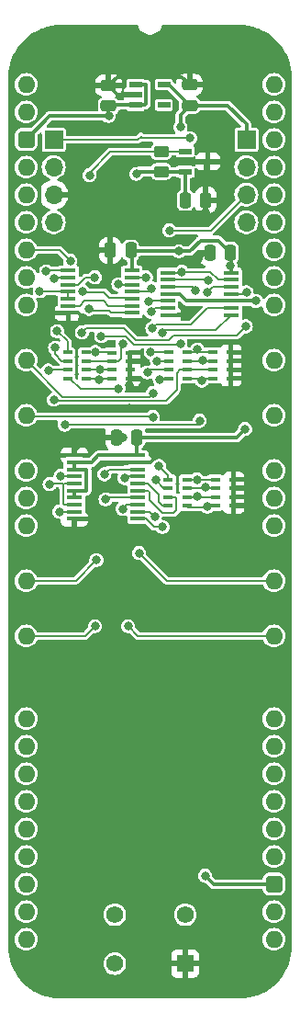
<source format=gtl>
%TF.GenerationSoftware,KiCad,Pcbnew,7.0.5*%
%TF.CreationDate,2024-02-07T21:08:52+02:00*%
%TF.ProjectId,Dual MPU Clock Generator,4475616c-204d-4505-9520-436c6f636b20,rev?*%
%TF.SameCoordinates,Original*%
%TF.FileFunction,Copper,L1,Top*%
%TF.FilePolarity,Positive*%
%FSLAX46Y46*%
G04 Gerber Fmt 4.6, Leading zero omitted, Abs format (unit mm)*
G04 Created by KiCad (PCBNEW 7.0.5) date 2024-02-07 21:08:52*
%MOMM*%
%LPD*%
G01*
G04 APERTURE LIST*
G04 Aperture macros list*
%AMRoundRect*
0 Rectangle with rounded corners*
0 $1 Rounding radius*
0 $2 $3 $4 $5 $6 $7 $8 $9 X,Y pos of 4 corners*
0 Add a 4 corners polygon primitive as box body*
4,1,4,$2,$3,$4,$5,$6,$7,$8,$9,$2,$3,0*
0 Add four circle primitives for the rounded corners*
1,1,$1+$1,$2,$3*
1,1,$1+$1,$4,$5*
1,1,$1+$1,$6,$7*
1,1,$1+$1,$8,$9*
0 Add four rect primitives between the rounded corners*
20,1,$1+$1,$2,$3,$4,$5,0*
20,1,$1+$1,$4,$5,$6,$7,0*
20,1,$1+$1,$6,$7,$8,$9,0*
20,1,$1+$1,$8,$9,$2,$3,0*%
G04 Aperture macros list end*
%TA.AperFunction,ComponentPad*%
%ADD10R,1.575000X1.575000*%
%TD*%
%TA.AperFunction,ComponentPad*%
%ADD11C,1.575000*%
%TD*%
%TA.AperFunction,SMDPad,CuDef*%
%ADD12R,0.900000X0.450000*%
%TD*%
%TA.AperFunction,SMDPad,CuDef*%
%ADD13R,1.250000X0.600000*%
%TD*%
%TA.AperFunction,SMDPad,CuDef*%
%ADD14R,1.475000X0.450000*%
%TD*%
%TA.AperFunction,SMDPad,CuDef*%
%ADD15R,1.150000X0.600000*%
%TD*%
%TA.AperFunction,ComponentPad*%
%ADD16O,1.600000X1.600000*%
%TD*%
%TA.AperFunction,ComponentPad*%
%ADD17RoundRect,0.400000X-0.400000X-0.400000X0.400000X-0.400000X0.400000X0.400000X-0.400000X0.400000X0*%
%TD*%
%TA.AperFunction,ComponentPad*%
%ADD18R,1.600000X1.600000*%
%TD*%
%TA.AperFunction,ComponentPad*%
%ADD19R,1.700000X1.700000*%
%TD*%
%TA.AperFunction,ComponentPad*%
%ADD20O,1.700000X1.700000*%
%TD*%
%TA.AperFunction,SMDPad,CuDef*%
%ADD21RoundRect,0.250000X0.475000X-0.250000X0.475000X0.250000X-0.475000X0.250000X-0.475000X-0.250000X0*%
%TD*%
%TA.AperFunction,SMDPad,CuDef*%
%ADD22R,0.950000X0.450000*%
%TD*%
%TA.AperFunction,SMDPad,CuDef*%
%ADD23RoundRect,0.250000X0.250000X0.475000X-0.250000X0.475000X-0.250000X-0.475000X0.250000X-0.475000X0*%
%TD*%
%TA.AperFunction,SMDPad,CuDef*%
%ADD24RoundRect,0.250000X-0.450000X0.262500X-0.450000X-0.262500X0.450000X-0.262500X0.450000X0.262500X0*%
%TD*%
%TA.AperFunction,SMDPad,CuDef*%
%ADD25RoundRect,0.250000X-0.250000X-0.475000X0.250000X-0.475000X0.250000X0.475000X-0.250000X0.475000X0*%
%TD*%
%TA.AperFunction,ViaPad*%
%ADD26C,0.800000*%
%TD*%
%TA.AperFunction,Conductor*%
%ADD27C,0.200000*%
%TD*%
%TA.AperFunction,Conductor*%
%ADD28C,0.380000*%
%TD*%
G04 APERTURE END LIST*
D10*
%TO.P,S2,1,C1*%
%TO.N,/GND*%
X103580000Y-139410000D03*
D11*
%TO.P,S2,2,C2*%
%TO.N,unconnected-(S2-C2-Pad2)*%
X97080000Y-139410000D03*
%TO.P,S2,3,N1*%
%TO.N,/~{Reset}*%
X103580000Y-134910000D03*
%TO.P,S2,4,N2*%
%TO.N,unconnected-(S2-N2-Pad4)*%
X97080000Y-134910000D03*
%TD*%
D12*
%TO.P,RN4,1,R1*%
%TO.N,/Q_{f}*%
X102037000Y-83109000D03*
%TO.P,RN4,2,R2*%
%TO.N,/~{Q}_{f}*%
X102037000Y-83909000D03*
%TO.P,RN4,3,R3*%
%TO.N,/Q*%
X102037000Y-84709000D03*
%TO.P,RN4,4,R4*%
%TO.N,/~{Q}*%
X102037000Y-85509000D03*
%TO.P,RN4,5,R4*%
%TO.N,/~{Q}_{s}*%
X103737000Y-85509000D03*
%TO.P,RN4,6,R3*%
%TO.N,/Q_{s}*%
X103737000Y-84709000D03*
%TO.P,RN4,7,R2*%
%TO.N,/~{Q}_{fs}*%
X103737000Y-83909000D03*
%TO.P,RN4,8,R1*%
%TO.N,/Q_{fs}*%
X103737000Y-83109000D03*
%TD*%
%TO.P,RN3,1,R1*%
%TO.N,/Reset*%
X92710000Y-83108800D03*
%TO.P,RN3,2,R2*%
%TO.N,/~{CLK}*%
X92710000Y-83908800D03*
%TO.P,RN3,3,R3*%
%TO.N,/~{Reset}_{2}*%
X92710000Y-84708800D03*
%TO.P,RN3,4,R4*%
%TO.N,/CLK_{2}*%
X92710000Y-85508800D03*
%TO.P,RN3,5,R4*%
%TO.N,/CLK_{2s}*%
X94410000Y-85508800D03*
%TO.P,RN3,6,R3*%
%TO.N,/~{Reset}_{2s}*%
X94410000Y-84708800D03*
%TO.P,RN3,7,R2*%
%TO.N,/~{CLK}_{s}*%
X94410000Y-83908800D03*
%TO.P,RN3,8,R1*%
%TO.N,/Reset_{s}*%
X94410000Y-83108800D03*
%TD*%
%TO.P,RN1,1,R1*%
%TO.N,Net-(IC4-Y7)*%
X102020000Y-94822994D03*
%TO.P,RN1,2,R2*%
%TO.N,Net-(IC4-Y6)*%
X102020000Y-95622994D03*
%TO.P,RN1,3,R3*%
%TO.N,Net-(IC4-Y3)*%
X102020000Y-96422994D03*
%TO.P,RN1,4,R4*%
%TO.N,Net-(IC4-Y2)*%
X102020000Y-97222994D03*
%TO.P,RN1,5,R4*%
%TO.N,/~{Y1}*%
X103720000Y-97222994D03*
%TO.P,RN1,6,R3*%
%TO.N,/~{Y0}*%
X103720000Y-96422994D03*
%TO.P,RN1,7,R2*%
%TO.N,/~{Q}_{1}*%
X103720000Y-95622994D03*
%TO.P,RN1,8,R1*%
%TO.N,/~{Q}_{0}*%
X103720000Y-94822994D03*
%TD*%
D13*
%TO.P,IC8,1,~{RST}*%
%TO.N,/~{Reset}*%
X103564000Y-64582000D03*
%TO.P,IC8,2,5V*%
%TO.N,/5V*%
X103564000Y-66482000D03*
%TO.P,IC8,3,GND*%
%TO.N,/GND*%
X105664000Y-65532000D03*
%TD*%
D14*
%TO.P,IC7,1,1A*%
%TO.N,/~{Reset}*%
X92781000Y-75571000D03*
%TO.P,IC7,2,1Y*%
%TO.N,/Reset*%
X92781000Y-76221000D03*
%TO.P,IC7,3,2A*%
%TO.N,/Reset_{s}*%
X92781000Y-76871000D03*
%TO.P,IC7,4,2Y*%
%TO.N,/~{Reset}_{2}*%
X92781000Y-77521000D03*
%TO.P,IC7,5,3A*%
X92781000Y-78171000D03*
%TO.P,IC7,6,3Y*%
%TO.N,Net-(IC7C-3Y)*%
X92781000Y-78821000D03*
%TO.P,IC7,7,GND*%
%TO.N,/GND*%
X92781000Y-79471000D03*
%TO.P,IC7,8,4Y*%
%TO.N,/~{Reset}_{OUT}*%
X98657000Y-79471000D03*
%TO.P,IC7,9,4A*%
%TO.N,Net-(IC7C-3Y)*%
X98657000Y-78821000D03*
%TO.P,IC7,10,5Y*%
%TO.N,/~{CLK}*%
X98657000Y-78171000D03*
%TO.P,IC7,11,5A*%
%TO.N,/CLK*%
X98657000Y-77521000D03*
%TO.P,IC7,12,6Y*%
%TO.N,/CLK_{2}*%
X98657000Y-76871000D03*
%TO.P,IC7,13,6A*%
%TO.N,/~{CLK}_{s}*%
X98657000Y-76221000D03*
%TO.P,IC7,14,3V*%
%TO.N,/3.3V*%
X98657000Y-75571000D03*
%TD*%
%TO.P,IC4,1,~{OE1}*%
%TO.N,/GND*%
X93345000Y-92589994D03*
%TO.P,IC4,2,A0*%
%TO.N,/3.3V*%
X93345000Y-93239994D03*
%TO.P,IC4,3,A1*%
X93345000Y-93889994D03*
%TO.P,IC4,4,A2*%
%TO.N,/~{Q}_{s}*%
X93345000Y-94539994D03*
%TO.P,IC4,5,A3*%
%TO.N,/Q_{s}*%
X93345000Y-95189994D03*
%TO.P,IC4,6,A4*%
%TO.N,/3.3V*%
X93345000Y-95839994D03*
%TO.P,IC4,7,A5*%
X93345000Y-96489994D03*
%TO.P,IC4,8,A6*%
%TO.N,/Q_{s}*%
X93345000Y-97139994D03*
%TO.P,IC4,9,A7*%
%TO.N,/~{Q}_{s}*%
X93345000Y-97789994D03*
%TO.P,IC4,10,GND*%
%TO.N,/GND*%
X93345000Y-98439994D03*
%TO.P,IC4,11,Y7*%
%TO.N,Net-(IC4-Y7)*%
X99221000Y-98439994D03*
%TO.P,IC4,12,Y6*%
%TO.N,Net-(IC4-Y6)*%
X99221000Y-97789994D03*
%TO.P,IC4,13,Y5*%
%TO.N,/~{Q}_{2}*%
X99221000Y-97139994D03*
%TO.P,IC4,14,Y4*%
%TO.N,/~{Q}_{3}*%
X99221000Y-96489994D03*
%TO.P,IC4,15,Y3*%
%TO.N,Net-(IC4-Y3)*%
X99221000Y-95839994D03*
%TO.P,IC4,16,Y2*%
%TO.N,Net-(IC4-Y2)*%
X99221000Y-95189994D03*
%TO.P,IC4,17,Y1*%
%TO.N,/~{Y2}*%
X99221000Y-94539994D03*
%TO.P,IC4,18,Y0*%
%TO.N,/~{Y3}*%
X99221000Y-93889994D03*
%TO.P,IC4,19,~{OE2}*%
%TO.N,/GND*%
X99221000Y-93239994D03*
%TO.P,IC4,20,3V*%
%TO.N,/3.3V*%
X99221000Y-92589994D03*
%TD*%
%TO.P,IC3,1,~{1RD}*%
%TO.N,/~{Reset}_{2s}*%
X101942000Y-75774000D03*
%TO.P,IC3,2,1D*%
%TO.N,/~{Q}_{s}*%
X101942000Y-76424000D03*
%TO.P,IC3,3,1CP*%
%TO.N,/Q_{fs}*%
X101942000Y-77074000D03*
%TO.P,IC3,4,~{1SD}*%
%TO.N,/3.3V*%
X101942000Y-77724000D03*
%TO.P,IC3,5,1Q*%
%TO.N,/Q*%
X101942000Y-78374000D03*
%TO.P,IC3,6,~{1Q}*%
%TO.N,/~{Q}*%
X101942000Y-79024000D03*
%TO.P,IC3,7,GND*%
%TO.N,/GND*%
X101942000Y-79674000D03*
%TO.P,IC3,8,~{2Q}*%
%TO.N,/~{Q}_{f}*%
X107818000Y-79674000D03*
%TO.P,IC3,9,2Q*%
%TO.N,/Q_{f}*%
X107818000Y-79024000D03*
%TO.P,IC3,10,~{2SD}*%
%TO.N,/3.3V*%
X107818000Y-78374000D03*
%TO.P,IC3,11,2CP*%
%TO.N,/CLK_{2s}*%
X107818000Y-77724000D03*
%TO.P,IC3,12,2D*%
%TO.N,/~{Q}_{fs}*%
X107818000Y-77074000D03*
%TO.P,IC3,13,~{2RD}*%
%TO.N,/~{Reset}_{2s}*%
X107818000Y-76424000D03*
%TO.P,IC3,14,3V*%
%TO.N,/3.3V*%
X107818000Y-75774000D03*
%TD*%
D15*
%TO.P,IC1,1,VIN*%
%TO.N,/5V*%
X99000000Y-58420000D03*
%TO.P,IC1,2,GND*%
%TO.N,/GND*%
X99000000Y-59370000D03*
%TO.P,IC1,3,EN*%
%TO.N,/5V*%
X99000000Y-60320000D03*
%TO.P,IC1,4,ADJ*%
%TO.N,unconnected-(IC1-ADJ-Pad4)*%
X101600000Y-60320000D03*
%TO.P,IC1,5,VOUT*%
%TO.N,/3.3V*%
X101600000Y-58420000D03*
%TD*%
D16*
%TO.P,J1,1,Pin_1*%
%TO.N,unconnected-(J1-Pin_1-Pad1)*%
X88900000Y-58420000D03*
%TO.P,J1,2,Pin_2*%
%TO.N,unconnected-(J1-Pin_2-Pad2)*%
X88900000Y-60960000D03*
D17*
%TO.P,J1,3,Pin_3*%
%TO.N,/5V*%
X88900000Y-63500000D03*
D16*
%TO.P,J1,4,Pin_4*%
%TO.N,unconnected-(J1-Pin_4-Pad4)*%
X88900000Y-66040000D03*
%TO.P,J1,5,Pin_5*%
%TO.N,unconnected-(J1-Pin_5-Pad5)*%
X88900000Y-68580000D03*
%TO.P,J1,6,Pin_6*%
%TO.N,unconnected-(J1-Pin_6-Pad6)*%
X88900000Y-71120000D03*
%TO.P,J1,7,Pin_7*%
%TO.N,/~{Reset}_{OUT}*%
X88900000Y-73660000D03*
%TO.P,J1,8,Pin_8*%
%TO.N,unconnected-(J1-Pin_8-Pad8)*%
X88900000Y-76200000D03*
%TO.P,J1,9,Pin_9*%
%TO.N,unconnected-(J1-Pin_9-Pad9)*%
X88900000Y-78740000D03*
D18*
%TO.P,J1,10,Pin_10*%
%TO.N,/GND*%
X88900000Y-81280000D03*
D16*
%TO.P,J1,11,Pin_11*%
%TO.N,/~{Q}_{0}*%
X88900000Y-83820000D03*
%TO.P,J1,12,Pin_12*%
%TO.N,/GND*%
X88900000Y-86360000D03*
%TO.P,J1,13,Pin_13*%
%TO.N,/~{Y0}*%
X88900000Y-88900000D03*
%TO.P,J1,14,Pin_14*%
%TO.N,/GND*%
X88900000Y-91440000D03*
%TO.P,J1,15,Pin_15*%
%TO.N,unconnected-(J1-Pin_15-Pad15)*%
X88900000Y-93980000D03*
%TO.P,J1,16,Pin_16*%
%TO.N,unconnected-(J1-Pin_16-Pad16)*%
X88900000Y-96520000D03*
%TO.P,J1,17,Pin_17*%
%TO.N,unconnected-(J1-Pin_17-Pad17)*%
X88900000Y-99060000D03*
%TO.P,J1,18,Pin_18*%
%TO.N,/GND*%
X88900000Y-101600000D03*
%TO.P,J1,19,Pin_19*%
%TO.N,/~{Y3}*%
X88900000Y-104140000D03*
%TO.P,J1,20,Pin_20*%
%TO.N,/GND*%
X88900000Y-106680000D03*
%TO.P,J1,21,Pin_21*%
%TO.N,/~{Q}_{3}*%
X88900000Y-109220000D03*
%TO.P,J1,22,Pin_22*%
%TO.N,/GND*%
X88900000Y-111760000D03*
D18*
%TO.P,J1,23,Pin_23*%
X88900000Y-114300000D03*
D16*
%TO.P,J1,24,Pin_24*%
%TO.N,unconnected-(J1-Pin_24-Pad24)*%
X88900000Y-116840000D03*
%TO.P,J1,25,Pin_25*%
%TO.N,unconnected-(J1-Pin_25-Pad25)*%
X88900000Y-119380000D03*
%TO.P,J1,26,Pin_26*%
%TO.N,unconnected-(J1-Pin_26-Pad26)*%
X88900000Y-121920000D03*
%TO.P,J1,27,Pin_27*%
%TO.N,unconnected-(J1-Pin_27-Pad27)*%
X88900000Y-124460000D03*
%TO.P,J1,28,Pin_28*%
%TO.N,unconnected-(J1-Pin_28-Pad28)*%
X88900000Y-127000000D03*
%TO.P,J1,29,Pin_29*%
%TO.N,unconnected-(J1-Pin_29-Pad29)*%
X88900000Y-129540000D03*
%TO.P,J1,30,Pin_30*%
%TO.N,unconnected-(J1-Pin_30-Pad30)*%
X88900000Y-132080000D03*
%TO.P,J1,31,Pin_31*%
%TO.N,unconnected-(J1-Pin_31-Pad31)*%
X88900000Y-134620000D03*
%TO.P,J1,32,Pin_32*%
%TO.N,unconnected-(J1-Pin_32-Pad32)*%
X88900000Y-137160000D03*
%TO.P,J1,33,Pin_33*%
%TO.N,unconnected-(J1-Pin_33-Pad33)*%
X111760000Y-137160000D03*
%TO.P,J1,34,Pin_34*%
%TO.N,unconnected-(J1-Pin_34-Pad34)*%
X111760000Y-134620000D03*
D17*
%TO.P,J1,35,Pin_35*%
%TO.N,/5V*%
X111760000Y-132080000D03*
D16*
%TO.P,J1,36,Pin_36*%
%TO.N,unconnected-(J1-Pin_36-Pad36)*%
X111760000Y-129540000D03*
%TO.P,J1,37,Pin_37*%
%TO.N,unconnected-(J1-Pin_37-Pad37)*%
X111760000Y-127000000D03*
%TO.P,J1,38,Pin_38*%
%TO.N,unconnected-(J1-Pin_38-Pad38)*%
X111760000Y-124460000D03*
%TO.P,J1,39,Pin_39*%
%TO.N,unconnected-(J1-Pin_39-Pad39)*%
X111760000Y-121920000D03*
%TO.P,J1,40,Pin_40*%
%TO.N,unconnected-(J1-Pin_40-Pad40)*%
X111760000Y-119380000D03*
%TO.P,J1,41,Pin_41*%
%TO.N,unconnected-(J1-Pin_41-Pad41)*%
X111760000Y-116840000D03*
D18*
%TO.P,J1,42,Pin_42*%
%TO.N,/GND*%
X111760000Y-114300000D03*
D16*
%TO.P,J1,43,Pin_43*%
X111760000Y-111760000D03*
%TO.P,J1,44,Pin_44*%
%TO.N,/~{Q}_{2}*%
X111760000Y-109220000D03*
%TO.P,J1,45,Pin_45*%
%TO.N,/GND*%
X111760000Y-106680000D03*
%TO.P,J1,46,Pin_46*%
%TO.N,/~{Y2}*%
X111760000Y-104140000D03*
%TO.P,J1,47,Pin_47*%
%TO.N,/GND*%
X111760000Y-101600000D03*
%TO.P,J1,48,Pin_48*%
%TO.N,unconnected-(J1-Pin_48-Pad48)*%
X111760000Y-99060000D03*
%TO.P,J1,49,Pin_49*%
%TO.N,unconnected-(J1-Pin_49-Pad49)*%
X111760000Y-96520000D03*
%TO.P,J1,50,Pin_50*%
%TO.N,unconnected-(J1-Pin_50-Pad50)*%
X111760000Y-93980000D03*
%TO.P,J1,51,Pin_51*%
%TO.N,/GND*%
X111760000Y-91440000D03*
%TO.P,J1,52,Pin_52*%
%TO.N,/~{Y1}*%
X111760000Y-88900000D03*
%TO.P,J1,53,Pin_53*%
%TO.N,/GND*%
X111760000Y-86360000D03*
%TO.P,J1,54,Pin_54*%
%TO.N,/~{Q}_{1}*%
X111760000Y-83820000D03*
D18*
%TO.P,J1,55,Pin_55*%
%TO.N,/GND*%
X111760000Y-81280000D03*
D16*
%TO.P,J1,56,Pin_56*%
%TO.N,unconnected-(J1-Pin_56-Pad56)*%
X111760000Y-78740000D03*
%TO.P,J1,57,Pin_57*%
%TO.N,unconnected-(J1-Pin_57-Pad57)*%
X111760000Y-76200000D03*
%TO.P,J1,58,Pin_58*%
%TO.N,unconnected-(J1-Pin_58-Pad58)*%
X111760000Y-73660000D03*
%TO.P,J1,59,Pin_59*%
%TO.N,unconnected-(J1-Pin_59-Pad59)*%
X111760000Y-71120000D03*
%TO.P,J1,60,Pin_60*%
%TO.N,unconnected-(J1-Pin_60-Pad60)*%
X111760000Y-68580000D03*
%TO.P,J1,61,Pin_61*%
%TO.N,unconnected-(J1-Pin_61-Pad61)*%
X111760000Y-66040000D03*
%TO.P,J1,62,Pin_62*%
%TO.N,unconnected-(J1-Pin_62-Pad62)*%
X111760000Y-63500000D03*
%TO.P,J1,63,Pin_63*%
%TO.N,unconnected-(J1-Pin_63-Pad63)*%
X111760000Y-60960000D03*
%TO.P,J1,64,Pin_64*%
%TO.N,unconnected-(J1-Pin_64-Pad64)*%
X111760000Y-58420000D03*
%TD*%
D19*
%TO.P,J2,1,Pin_1*%
%TO.N,/~{Reset}_{2s}*%
X91440000Y-63500000D03*
D20*
%TO.P,J2,2,Pin_2*%
%TO.N,unconnected-(J2-Pin_2-Pad2)*%
X91440000Y-66040000D03*
%TO.P,J2,3,Pin_3*%
%TO.N,/GND*%
X91440000Y-68580000D03*
%TO.P,J2,4,Pin_4*%
%TO.N,unconnected-(J2-Pin_4-Pad4)*%
X91440000Y-71120000D03*
%TD*%
D21*
%TO.P,C10,1*%
%TO.N,/5V*%
X96490000Y-60431000D03*
%TO.P,C10,2*%
%TO.N,/GND*%
X96490000Y-58531000D03*
%TD*%
D22*
%TO.P,CN2,1,1*%
%TO.N,/Reset_{s}*%
X96774000Y-83128000D03*
%TO.P,CN2,2,2*%
%TO.N,/~{CLK}_{s}*%
X96774000Y-83928000D03*
%TO.P,CN2,3,3*%
%TO.N,/~{Reset}_{2s}*%
X96774000Y-84728000D03*
%TO.P,CN2,4,4*%
%TO.N,/CLK_{2s}*%
X96774000Y-85528000D03*
%TO.P,CN2,5,5*%
%TO.N,/GND*%
X98474000Y-85528000D03*
%TO.P,CN2,6,6*%
X98474000Y-84728000D03*
%TO.P,CN2,7,7*%
X98474000Y-83928000D03*
%TO.P,CN2,8,8*%
X98474000Y-83128000D03*
%TD*%
%TO.P,CN3,1,1*%
%TO.N,/~{Q}_{0}*%
X106355000Y-94822994D03*
%TO.P,CN3,2,2*%
%TO.N,/~{Q}_{1}*%
X106355000Y-95622994D03*
%TO.P,CN3,3,3*%
%TO.N,/~{Y0}*%
X106355000Y-96422994D03*
%TO.P,CN3,4,4*%
%TO.N,/~{Y1}*%
X106355000Y-97222994D03*
%TO.P,CN3,5,5*%
%TO.N,/GND*%
X108055000Y-97222994D03*
%TO.P,CN3,6,6*%
X108055000Y-96422994D03*
%TO.P,CN3,7,7*%
X108055000Y-95622994D03*
%TO.P,CN3,8,8*%
X108055000Y-94822994D03*
%TD*%
D23*
%TO.P,C6,1*%
%TO.N,/3.3V*%
X98558000Y-73711000D03*
%TO.P,C6,2*%
%TO.N,/GND*%
X96658000Y-73711000D03*
%TD*%
%TO.P,C2,1*%
%TO.N,/3.3V*%
X107741000Y-73914000D03*
%TO.P,C2,2*%
%TO.N,/GND*%
X105841000Y-73914000D03*
%TD*%
D24*
%TO.P,R2,1*%
%TO.N,/~{Reset}*%
X101356000Y-64619500D03*
%TO.P,R2,2*%
%TO.N,/5V*%
X101356000Y-66444500D03*
%TD*%
D21*
%TO.P,C11,1*%
%TO.N,/3.3V*%
X103983000Y-60365000D03*
%TO.P,C11,2*%
%TO.N,/GND*%
X103983000Y-58465000D03*
%TD*%
D25*
%TO.P,C8,1*%
%TO.N,/5V*%
X103587000Y-69088000D03*
%TO.P,C8,2*%
%TO.N,/GND*%
X105487000Y-69088000D03*
%TD*%
D22*
%TO.P,CN1,8,8*%
%TO.N,/GND*%
X107801000Y-83108999D03*
%TO.P,CN1,7,7*%
X107801000Y-83908999D03*
%TO.P,CN1,6,6*%
X107801000Y-84708999D03*
%TO.P,CN1,5,5*%
X107801000Y-85508999D03*
%TO.P,CN1,4,4*%
%TO.N,/~{Q}_{s}*%
X106101000Y-85508999D03*
%TO.P,CN1,3,3*%
%TO.N,/Q_{s}*%
X106101000Y-84708999D03*
%TO.P,CN1,2,2*%
%TO.N,/~{Q}_{fs}*%
X106101000Y-83908999D03*
%TO.P,CN1,1,1*%
%TO.N,/Q_{fs}*%
X106101000Y-83108999D03*
%TD*%
D19*
%TO.P,J3,1,Pin_1*%
%TO.N,/3.3V*%
X109220000Y-63500000D03*
D20*
%TO.P,J3,2,Pin_2*%
%TO.N,unconnected-(J3-Pin_2-Pad2)*%
X109220000Y-66040000D03*
%TO.P,J3,3,Pin_3*%
%TO.N,/CLK*%
X109220000Y-68580000D03*
%TO.P,J3,4,Pin_4*%
%TO.N,unconnected-(J3-Pin_4-Pad4)*%
X109220000Y-71120000D03*
%TD*%
D23*
%TO.P,C1,1*%
%TO.N,/3.3V*%
X99122000Y-90942994D03*
%TO.P,C1,2*%
%TO.N,/GND*%
X97222000Y-90942994D03*
%TD*%
D26*
%TO.N,/GND*%
X105409998Y-58420000D03*
X94996000Y-58547000D03*
X95758000Y-68199000D03*
X105410000Y-70230990D03*
X94742000Y-90932000D03*
X98933000Y-106680014D03*
X94741994Y-106680006D03*
X94107000Y-80010004D03*
%TO.N,/~{Reset}_{OUT}*%
X92964000Y-74676000D03*
X94728441Y-79105728D03*
%TO.N,/Q_{s}*%
X91059000Y-95249994D03*
X91440000Y-87475000D03*
%TO.N,/~{Y0}*%
X104648000Y-96392994D03*
%TO.N,/~{Q}_{0}*%
X104648010Y-94822994D03*
X100584000Y-86868000D03*
%TO.N,/~{Y0}*%
X100584000Y-89058010D03*
%TO.N,/GND*%
X98425000Y-88287000D03*
X95376994Y-73787000D03*
X95823000Y-80010000D03*
X99440998Y-99313994D03*
X97789998Y-90931994D03*
X100711000Y-92074994D03*
%TO.N,/5V*%
X105410000Y-131318000D03*
%TO.N,/~{Reset}*%
X94742002Y-66802000D03*
X90743000Y-75658206D03*
%TO.N,/GND*%
X98805991Y-80517991D03*
X98425000Y-86106000D03*
X103697000Y-79673992D03*
X104775000Y-74549000D03*
%TO.N,/Q*%
X100182278Y-78413473D03*
X100076000Y-84963000D03*
%TO.N,/~{Q}*%
X101218998Y-85598000D03*
X100456999Y-79375001D03*
%TO.N,/3.3V*%
X109093000Y-90170000D03*
X110115223Y-78364186D03*
X107763901Y-75099131D03*
%TO.N,/~{Q}_{2}*%
X97818000Y-97519672D03*
X98298000Y-108331000D03*
%TO.N,/Reset_{s}*%
X95280966Y-83074016D03*
X95243000Y-76200000D03*
%TO.N,/~{Q}_{f}*%
X100965000Y-83947000D03*
X101473000Y-81266976D03*
%TO.N,/Q_{f}*%
X100398683Y-83103907D03*
X100549023Y-80884523D03*
%TO.N,/~{CLK}_{s}*%
X97803000Y-82323853D03*
X99949000Y-76200000D03*
%TO.N,/CLK*%
X102108000Y-71882000D03*
X100457000Y-77216000D03*
%TO.N,/~{Q}_{s}*%
X105664000Y-76448814D03*
X105118875Y-85702644D03*
X92456000Y-89789000D03*
X104902010Y-89408000D03*
%TO.N,/~{Q}_{1}*%
X105472718Y-95549618D03*
%TO.N,/~{Reset}_{2s}*%
X104013000Y-63373000D03*
%TO.N,/3.3V*%
X102997006Y-73787000D03*
%TO.N,/5V*%
X96520000Y-61341000D03*
X99060000Y-66675000D03*
%TO.N,/~{Reset}_{2s}*%
X103123998Y-82296000D03*
X95823000Y-81599000D03*
X95709543Y-84647000D03*
%TO.N,/CLK_{2s}*%
X95611178Y-85642153D03*
X94049069Y-81280000D03*
X109232885Y-77583998D03*
X109156505Y-80708505D03*
%TO.N,/3.3V*%
X103124002Y-62357000D03*
%TO.N,/CLK_{2}*%
X97409010Y-76835000D03*
X97409000Y-86487004D03*
%TO.N,/~{Reset}_{2}*%
X90167000Y-77470000D03*
X90932000Y-84774000D03*
%TO.N,/~{CLK}*%
X94120025Y-77483025D03*
X91567000Y-82677000D03*
%TO.N,/Reset*%
X91470521Y-76344296D03*
X91759000Y-81153000D03*
%TO.N,/Q_{fs}*%
X104549000Y-77366293D03*
X104712496Y-82868498D03*
%TO.N,/~{Q}_{fs}*%
X105184057Y-83864815D03*
X105613524Y-77583992D03*
%TO.N,/~{Reset}_{2s}*%
X103251000Y-75692000D03*
%TO.N,/~{Q}_{s}*%
X92075000Y-94487994D03*
X91948012Y-97789994D03*
%TO.N,/~{Q}_{3}*%
X96238000Y-96646994D03*
X95250000Y-108331000D03*
%TO.N,/~{Y3}*%
X96110817Y-94332817D03*
X95377000Y-102235000D03*
%TO.N,/~{Y2}*%
X99314000Y-101599994D03*
X97959076Y-94673869D03*
%TO.N,/~{Y1}*%
X105642681Y-97318856D03*
%TO.N,Net-(IC4-Y7)*%
X101473000Y-99186994D03*
X101154000Y-93586436D03*
%TO.N,Net-(IC4-Y6)*%
X100838000Y-94868994D03*
X100761475Y-98247519D03*
%TD*%
D27*
%TO.N,/Reset_{s}*%
X92781000Y-76871000D02*
X93718500Y-76871000D01*
X94389500Y-76200000D02*
X95243000Y-76200000D01*
X93718500Y-76871000D02*
X94389500Y-76200000D01*
D28*
%TO.N,/GND*%
X105364998Y-58465000D02*
X105409998Y-58420000D01*
X103983000Y-58465000D02*
X105364998Y-58465000D01*
X94996000Y-58547000D02*
X96474000Y-58547000D01*
X97789990Y-70230990D02*
X95758000Y-68199000D01*
X105410000Y-70230990D02*
X97789990Y-70230990D01*
X105487000Y-70153990D02*
X105410000Y-70230990D01*
X105487000Y-69088000D02*
X105487000Y-70153990D01*
%TO.N,/3.3V*%
X107818000Y-75045032D02*
X107763901Y-75099131D01*
X107818000Y-75774000D02*
X107818000Y-75153230D01*
X107818000Y-75153230D02*
X107763901Y-75099131D01*
X107818000Y-74290000D02*
X107818000Y-75045032D01*
D27*
%TO.N,/~{Y3}*%
X93472000Y-104140000D02*
X95377000Y-102235000D01*
X88900000Y-104140000D02*
X93472000Y-104140000D01*
D28*
%TO.N,/GND*%
X94752994Y-90942994D02*
X97222000Y-90942994D01*
X94742000Y-90932000D02*
X94752994Y-90942994D01*
X94731006Y-90942994D02*
X94742000Y-90932000D01*
X95123000Y-98200988D02*
X94883994Y-98439994D01*
X95123000Y-94107000D02*
X95123000Y-98200988D01*
X95990006Y-93239994D02*
X95123000Y-94107000D01*
X99221000Y-93239994D02*
X95990006Y-93239994D01*
D27*
%TO.N,/~{Y3}*%
X96553640Y-93889994D02*
X96110817Y-94332817D01*
X99221000Y-93889994D02*
X96553640Y-93889994D01*
D28*
%TO.N,/3.3V*%
X95565762Y-92589994D02*
X99221000Y-92589994D01*
X94915762Y-93239994D02*
X95565762Y-92589994D01*
X93345000Y-93239994D02*
X94915762Y-93239994D01*
%TO.N,/GND*%
X94883994Y-98439994D02*
X95757994Y-99313994D01*
X93345000Y-98439994D02*
X94883994Y-98439994D01*
X95757994Y-99313994D02*
X99440998Y-99313994D01*
X94742000Y-106680000D02*
X94741994Y-106680006D01*
X98932986Y-106680000D02*
X94742000Y-106680000D01*
X98933000Y-106680014D02*
X98932986Y-106680000D01*
X88900000Y-106680000D02*
X94741988Y-106680000D01*
X94741988Y-106680000D02*
X94741994Y-106680006D01*
X111760000Y-106680000D02*
X98933014Y-106680000D01*
X98933014Y-106680000D02*
X98933000Y-106680014D01*
X94107000Y-79883000D02*
X94107000Y-80010004D01*
X93695000Y-79471000D02*
X94107000Y-79883000D01*
X92781000Y-79471000D02*
X93695000Y-79471000D01*
X94107004Y-80010000D02*
X94107000Y-80010004D01*
X95823000Y-80010000D02*
X94107004Y-80010000D01*
D27*
%TO.N,/~{Reset}_{OUT}*%
X91948000Y-73660000D02*
X92964000Y-74676000D01*
X88900000Y-73660000D02*
X91948000Y-73660000D01*
X94870713Y-79248000D02*
X94728441Y-79105728D01*
X96541000Y-79248000D02*
X94870713Y-79248000D01*
X96764000Y-79471000D02*
X96541000Y-79248000D01*
X98657000Y-79471000D02*
X96764000Y-79471000D01*
%TO.N,Net-(IC7C-3Y)*%
X96012000Y-78359000D02*
X96474000Y-78821000D01*
X94274432Y-78359000D02*
X96012000Y-78359000D01*
X92781000Y-78821000D02*
X93812432Y-78821000D01*
X93812432Y-78821000D02*
X94274432Y-78359000D01*
X96474000Y-78821000D02*
X98657000Y-78821000D01*
D28*
%TO.N,/GND*%
X98805991Y-80517991D02*
X98374000Y-80086000D01*
X98374000Y-80086000D02*
X95899000Y-80086000D01*
X95899000Y-80086000D02*
X95823000Y-80010000D01*
D27*
%TO.N,/~{CLK}*%
X94196000Y-77559000D02*
X94120025Y-77483025D01*
X96089371Y-77559000D02*
X94196000Y-77559000D01*
X96597372Y-78067000D02*
X96089371Y-77559000D01*
X98553000Y-78067000D02*
X96597372Y-78067000D01*
%TO.N,/CLK_{2}*%
X97445010Y-76871000D02*
X97409010Y-76835000D01*
X98657000Y-76871000D02*
X97445010Y-76871000D01*
%TO.N,/CLK_{2s}*%
X94430069Y-80899000D02*
X94049069Y-81280000D01*
X99001758Y-81966976D02*
X97933782Y-80899000D01*
X102029974Y-81966976D02*
X99001758Y-81966976D01*
X102462950Y-81534000D02*
X102029974Y-81966976D01*
X108331010Y-81534000D02*
X102462950Y-81534000D01*
X109156505Y-80708505D02*
X108331010Y-81534000D01*
%TO.N,/~{Reset}_{2s}*%
X98503000Y-82033903D02*
X98092950Y-81623853D01*
X98503000Y-82050686D02*
X98503000Y-82033903D01*
X103053022Y-82366976D02*
X98819290Y-82366976D01*
%TO.N,/~{CLK}_{s}*%
X97699000Y-82427853D02*
X97803000Y-82323853D01*
%TO.N,/~{Reset}_{2s}*%
X95847853Y-81623853D02*
X95823000Y-81599000D01*
X98092950Y-81623853D02*
X95847853Y-81623853D01*
%TO.N,/~{CLK}_{s}*%
X96774000Y-83928000D02*
X97449000Y-83928000D01*
%TO.N,/~{Reset}_{2s}*%
X98819290Y-82366976D02*
X98503000Y-82050686D01*
%TO.N,/~{CLK}_{s}*%
X97449000Y-83928000D02*
X97699000Y-83678000D01*
%TO.N,/~{Reset}_{2s}*%
X103123998Y-82296000D02*
X103053022Y-82366976D01*
%TO.N,/CLK_{2s}*%
X97933782Y-80899000D02*
X94430069Y-80899000D01*
%TO.N,/~{CLK}_{s}*%
X97699000Y-83678000D02*
X97699000Y-82427853D01*
%TO.N,/Q_{f}*%
X100866570Y-80566976D02*
X100549023Y-80884523D01*
X104091024Y-80566976D02*
X100866570Y-80566976D01*
X105634000Y-79024000D02*
X104091024Y-80566976D01*
%TO.N,/~{Q}_{f}*%
X101663500Y-81076476D02*
X101473000Y-81266976D01*
X106415524Y-81076476D02*
X101663500Y-81076476D01*
X107818000Y-79674000D02*
X106415524Y-81076476D01*
%TO.N,/Q_{f}*%
X107818000Y-79024000D02*
X105634000Y-79024000D01*
%TO.N,/~{CLK}_{s}*%
X94448000Y-83946800D02*
X96716800Y-83946800D01*
%TO.N,/~{Reset}_{2s}*%
X94471800Y-84647000D02*
X95709543Y-84647000D01*
%TO.N,/CLK_{2s}*%
X95477825Y-85508800D02*
X95611178Y-85642153D01*
%TO.N,/~{Reset}_{2}*%
X90997200Y-84708800D02*
X90932000Y-84774000D01*
X92710000Y-84708800D02*
X90997200Y-84708800D01*
%TO.N,/~{CLK}*%
X91567000Y-83289000D02*
X91567000Y-82677000D01*
X92186800Y-83908800D02*
X91567000Y-83289000D01*
%TO.N,/Reset_{s}*%
X94444784Y-83074016D02*
X95280966Y-83074016D01*
%TO.N,/~{CLK}*%
X92710000Y-83908800D02*
X92186800Y-83908800D01*
%TO.N,/Reset*%
X92710000Y-83108800D02*
X92710000Y-82104000D01*
%TO.N,/CLK_{2}*%
X92935000Y-85508800D02*
X93913204Y-86487004D01*
X93913204Y-86487004D02*
X97409000Y-86487004D01*
%TO.N,/Reset*%
X92710000Y-82104000D02*
X91759000Y-81153000D01*
%TO.N,/CLK_{2s}*%
X94410000Y-85508800D02*
X95477825Y-85508800D01*
D28*
%TO.N,/GND*%
X98474000Y-86057000D02*
X98425000Y-86106000D01*
X98474000Y-85528000D02*
X98474000Y-86057000D01*
D27*
%TO.N,/CLK_{2s}*%
X96774000Y-85528000D02*
X95725331Y-85528000D01*
X95725331Y-85528000D02*
X95611178Y-85642153D01*
%TO.N,/~{Reset}_{2s}*%
X96693000Y-84647000D02*
X95709543Y-84647000D01*
%TO.N,/Reset_{s}*%
X96720016Y-83074016D02*
X95280966Y-83074016D01*
D28*
%TO.N,/GND*%
X98474000Y-83128000D02*
X98474000Y-83928000D01*
X98474000Y-84728000D02*
X98474000Y-85528000D01*
X98474000Y-83928000D02*
X98474000Y-84728000D01*
X90827000Y-88287000D02*
X98425000Y-88287000D01*
X88900000Y-86360000D02*
X90827000Y-88287000D01*
X98444000Y-88268000D02*
X98425000Y-88287000D01*
X109852000Y-88268000D02*
X98444000Y-88268000D01*
X111760000Y-86360000D02*
X109852000Y-88268000D01*
D27*
%TO.N,/~{Q}_{0}*%
X100265000Y-87187000D02*
X100584000Y-86868000D01*
%TO.N,/Q_{s}*%
X100430685Y-87587000D02*
X91552000Y-87587000D01*
X101789000Y-87568000D02*
X100449686Y-87568000D01*
X91552000Y-87587000D02*
X91440000Y-87475000D01*
X102787000Y-86570000D02*
X101789000Y-87568000D01*
X102787000Y-85009000D02*
X102787000Y-86570000D01*
X100449686Y-87568000D02*
X100430685Y-87587000D01*
X103087000Y-84709000D02*
X102787000Y-85009000D01*
%TO.N,/~{Q}_{0}*%
X92267000Y-87187000D02*
X100265000Y-87187000D01*
X88900000Y-83820000D02*
X92267000Y-87187000D01*
%TO.N,/Q_{s}*%
X103737000Y-84709000D02*
X103087000Y-84709000D01*
%TO.N,/~{Reset}*%
X96670500Y-64619500D02*
X94742002Y-66547998D01*
X101356000Y-64619500D02*
X96670500Y-64619500D01*
X94742002Y-66547998D02*
X94742002Y-66802000D01*
%TO.N,/~{Reset}_{2}*%
X92781000Y-78171000D02*
X92781000Y-77521000D01*
%TO.N,/~{Y2}*%
X99314000Y-101599994D02*
X101854006Y-104140000D01*
%TO.N,/Q_{s}*%
X91119000Y-95189994D02*
X91059000Y-95249994D01*
X92207500Y-95189994D02*
X91119000Y-95189994D01*
X92307500Y-95289994D02*
X92207500Y-95189994D01*
%TO.N,/~{Y0}*%
X100552990Y-89027000D02*
X100584000Y-89058010D01*
X89027000Y-89027000D02*
X100552990Y-89027000D01*
%TO.N,/~{Q}_{3}*%
X88900000Y-109220000D02*
X94361000Y-109220000D01*
X94361000Y-109220000D02*
X95250000Y-108331000D01*
%TO.N,/~{Q}_{2}*%
X111760000Y-109220000D02*
X99187000Y-109220000D01*
X99187000Y-109220000D02*
X98298000Y-108331000D01*
%TO.N,/~{Y2}*%
X111760000Y-104140000D02*
X101854006Y-104140000D01*
%TO.N,/~{Q}_{s}*%
X104775000Y-89535010D02*
X104902010Y-89408000D01*
X104775000Y-89789000D02*
X104775000Y-89535010D01*
X92456000Y-89789000D02*
X104775000Y-89789000D01*
%TO.N,/~{Reset}_{2}*%
X92781000Y-77521000D02*
X90218000Y-77521000D01*
X90218000Y-77521000D02*
X90167000Y-77470000D01*
%TO.N,/Reset*%
X91593817Y-76221000D02*
X91470521Y-76344296D01*
%TO.N,/~{Reset}*%
X90830206Y-75571000D02*
X90743000Y-75658206D01*
%TO.N,/Reset*%
X92781000Y-76221000D02*
X91593817Y-76221000D01*
%TO.N,/~{Reset}*%
X92781000Y-75571000D02*
X90830206Y-75571000D01*
D28*
%TO.N,/GND*%
X95452994Y-73711000D02*
X95376994Y-73787000D01*
X96658000Y-73711000D02*
X95452994Y-73711000D01*
D27*
%TO.N,/~{Q}_{2}*%
X98197678Y-97139994D02*
X97818000Y-97519672D01*
X99221000Y-97139994D02*
X98197678Y-97139994D01*
D28*
%TO.N,/GND*%
X97778998Y-90942994D02*
X97789998Y-90931994D01*
X97222000Y-90942994D02*
X97778998Y-90942994D01*
X100711000Y-92867494D02*
X100711000Y-92074994D01*
X100338500Y-93239994D02*
X100711000Y-92867494D01*
X99221000Y-93239994D02*
X100338500Y-93239994D01*
%TO.N,/5V*%
X106172000Y-132080000D02*
X111760000Y-132080000D01*
X105410000Y-131318000D02*
X106172000Y-132080000D01*
D27*
%TO.N,/~{Q}_{3}*%
X99221000Y-96489994D02*
X96395000Y-96489994D01*
X96395000Y-96489994D02*
X96238000Y-96646994D01*
D28*
%TO.N,/3.3V*%
X99122000Y-90942994D02*
X108320006Y-90942994D01*
X108320006Y-90942994D02*
X109093000Y-90170000D01*
D27*
%TO.N,/CLK*%
X105918000Y-71882000D02*
X102108000Y-71882000D01*
X109220000Y-68580000D02*
X105918000Y-71882000D01*
D28*
%TO.N,/GND*%
X105487000Y-65709000D02*
X105664000Y-65532000D01*
X105487000Y-69088000D02*
X105487000Y-65709000D01*
X105841000Y-73914000D02*
X105410000Y-73914000D01*
X105410000Y-73914000D02*
X104775000Y-74549000D01*
X103696992Y-79674000D02*
X103697000Y-79673992D01*
X101942000Y-79674000D02*
X103696992Y-79674000D01*
D27*
%TO.N,/Q_{fs}*%
X104256707Y-77074000D02*
X104549000Y-77366293D01*
X101942000Y-77074000D02*
X104256707Y-77074000D01*
D28*
%TO.N,/3.3V*%
X105001000Y-72799000D02*
X104013000Y-73787000D01*
X106626000Y-72799000D02*
X105001000Y-72799000D01*
X107741000Y-73914000D02*
X106626000Y-72799000D01*
X104013000Y-73787000D02*
X102997006Y-73787000D01*
D27*
%TO.N,/CLK*%
X100152000Y-77521000D02*
X100457000Y-77216000D01*
X98657000Y-77521000D02*
X100152000Y-77521000D01*
%TO.N,/~{Q}*%
X100808000Y-79024000D02*
X100456999Y-79375001D01*
X101942000Y-79024000D02*
X100808000Y-79024000D01*
%TO.N,/Q*%
X101942000Y-78374000D02*
X100221751Y-78374000D01*
X100221751Y-78374000D02*
X100182278Y-78413473D01*
%TO.N,/Q_{f}*%
X100403776Y-83109000D02*
X100398683Y-83103907D01*
X102037000Y-83109000D02*
X100403776Y-83109000D01*
%TO.N,/Q*%
X100330000Y-84709000D02*
X100076000Y-84963000D01*
X102037000Y-84709000D02*
X100330000Y-84709000D01*
%TO.N,/~{Q}*%
X101307998Y-85509000D02*
X101218998Y-85598000D01*
X102037000Y-85509000D02*
X101307998Y-85509000D01*
%TO.N,/CLK_{2s}*%
X109092883Y-77724000D02*
X109232885Y-77583998D01*
X107818000Y-77724000D02*
X109092883Y-77724000D01*
D28*
%TO.N,/3.3V*%
X110105409Y-78374000D02*
X110115223Y-78364186D01*
X107818000Y-78374000D02*
X110105409Y-78374000D01*
D27*
%TO.N,/~{Q}_{f}*%
X101003000Y-83909000D02*
X100965000Y-83947000D01*
X102037000Y-83909000D02*
X101003000Y-83909000D01*
%TO.N,/~{CLK}_{s}*%
X99928000Y-76221000D02*
X99949000Y-76200000D01*
X98657000Y-76221000D02*
X99928000Y-76221000D01*
%TO.N,/~{Reset}_{2s}*%
X103169000Y-75774000D02*
X103251000Y-75692000D01*
X107818000Y-76424000D02*
X106629136Y-76424000D01*
X106629136Y-76424000D02*
X105897136Y-75692000D01*
X105897136Y-75692000D02*
X103251000Y-75692000D01*
X101942000Y-75774000D02*
X103169000Y-75774000D01*
%TO.N,/~{Q}_{s}*%
X105639186Y-76424000D02*
X105664000Y-76448814D01*
X101942000Y-76424000D02*
X105639186Y-76424000D01*
%TO.N,/~{Q}_{fs}*%
X106123516Y-77074000D02*
X105613524Y-77583992D01*
X107818000Y-77074000D02*
X106123516Y-77074000D01*
D28*
%TO.N,/3.3V*%
X101942000Y-77724000D02*
X103059500Y-77724000D01*
X103059500Y-77724000D02*
X103709500Y-78374000D01*
X103709500Y-78374000D02*
X107818000Y-78374000D01*
D27*
%TO.N,/~{Q}_{s}*%
X104925231Y-85509000D02*
X105118875Y-85702644D01*
X103737000Y-85509000D02*
X104925231Y-85509000D01*
%TO.N,/Q_{fs}*%
X106101000Y-83108999D02*
X104952997Y-83108999D01*
X104952997Y-83108999D02*
X104712496Y-82868498D01*
X104471994Y-83109000D02*
X104712496Y-82868498D01*
X103737000Y-83109000D02*
X104471994Y-83109000D01*
%TO.N,/~{Q}_{fs}*%
X105139872Y-83909000D02*
X105184057Y-83864815D01*
X105228241Y-83908999D02*
X105184057Y-83864815D01*
%TO.N,/Q_{s}*%
X103737000Y-84709000D02*
X106101000Y-84708999D01*
%TO.N,/~{Q}_{fs}*%
X103737000Y-83909000D02*
X105139872Y-83909000D01*
X106101000Y-83908999D02*
X105228241Y-83908999D01*
%TO.N,/~{Q}_{s}*%
X105312520Y-85508999D02*
X105118875Y-85702644D01*
X106101000Y-85508999D02*
X105312520Y-85508999D01*
%TO.N,Net-(IC4-Y7)*%
X102020000Y-94452436D02*
X101154000Y-93586436D01*
X102020000Y-94822994D02*
X102020000Y-94452436D01*
%TO.N,/~{Q}_{1}*%
X105391342Y-95630994D02*
X105472718Y-95549618D01*
X103728000Y-95630994D02*
X105391342Y-95630994D01*
%TO.N,/~{Y0}*%
X104618000Y-96422994D02*
X104648000Y-96392994D01*
X104678000Y-96422994D02*
X104648000Y-96392994D01*
X106355000Y-96422994D02*
X104678000Y-96422994D01*
%TO.N,/~{Q}_{1}*%
X106355000Y-95622994D02*
X105546094Y-95622994D01*
%TO.N,/~{Y1}*%
X105614543Y-97346994D02*
X105642681Y-97318856D01*
%TO.N,/~{Q}_{1}*%
X105546094Y-95622994D02*
X105472718Y-95549618D01*
%TO.N,/~{Y1}*%
X103844000Y-97346994D02*
X105614543Y-97346994D01*
X106355000Y-97222994D02*
X105738543Y-97222994D01*
%TO.N,/~{Y0}*%
X103720000Y-96422994D02*
X104618000Y-96422994D01*
%TO.N,/~{Y1}*%
X105738543Y-97222994D02*
X105642681Y-97318856D01*
D28*
%TO.N,/3.3V*%
X109220000Y-62103000D02*
X109220000Y-63500000D01*
X107482000Y-60365000D02*
X109220000Y-62103000D01*
X103983000Y-60365000D02*
X107482000Y-60365000D01*
X98634000Y-73787000D02*
X102997006Y-73787000D01*
D27*
%TO.N,/~{Reset}_{2s}*%
X99633266Y-63373000D02*
X99487075Y-63226809D01*
X104013000Y-63373000D02*
X99633266Y-63373000D01*
D28*
%TO.N,/5V*%
X91059000Y-61341000D02*
X96520000Y-61341000D01*
X88900000Y-63500000D02*
X91059000Y-61341000D01*
X96490000Y-61311000D02*
X96520000Y-61341000D01*
X96490000Y-60431000D02*
X96490000Y-61311000D01*
X99290500Y-66444500D02*
X99060000Y-66675000D01*
X101356000Y-66444500D02*
X99290500Y-66444500D01*
%TO.N,/3.3V*%
X98657000Y-75571000D02*
X98657000Y-73810000D01*
X103983000Y-60365000D02*
X103124002Y-61223998D01*
X103124002Y-61223998D02*
X103124002Y-62357000D01*
D27*
%TO.N,/~{Reset}_{2s}*%
X99213884Y-63500000D02*
X99487075Y-63226809D01*
X91440000Y-63500000D02*
X99213884Y-63500000D01*
D28*
%TO.N,/5V*%
X103587000Y-69088000D02*
X103587000Y-66505000D01*
X103564000Y-66482000D02*
X101393500Y-66482000D01*
D27*
%TO.N,/~{Reset}*%
X103564000Y-64582000D02*
X101393500Y-64582000D01*
D28*
%TO.N,/GND*%
X103248000Y-57730000D02*
X97291000Y-57730000D01*
X97291000Y-57730000D02*
X96490000Y-58531000D01*
X103983000Y-58465000D02*
X103248000Y-57730000D01*
%TO.N,/3.3V*%
X102038000Y-58420000D02*
X103983000Y-60365000D01*
X101600000Y-58420000D02*
X102038000Y-58420000D01*
%TO.N,/GND*%
X96490000Y-58531000D02*
X97329000Y-59370000D01*
X97329000Y-59370000D02*
X99000000Y-59370000D01*
%TO.N,/5V*%
X99000000Y-60320000D02*
X96601000Y-60320000D01*
X99965000Y-60182000D02*
X99827000Y-60320000D01*
X99965000Y-58430000D02*
X99965000Y-60182000D01*
X99955000Y-58420000D02*
X99965000Y-58430000D01*
X99827000Y-60320000D02*
X99000000Y-60320000D01*
X99000000Y-58420000D02*
X99955000Y-58420000D01*
%TO.N,/3.3V*%
X94472500Y-95829994D02*
X94462500Y-95839994D01*
X94472500Y-93899994D02*
X94472500Y-95829994D01*
X93345000Y-93889994D02*
X94462500Y-93889994D01*
X94462500Y-93889994D02*
X94472500Y-93899994D01*
X94462500Y-95839994D02*
X93345000Y-95839994D01*
D27*
%TO.N,/Q_{s}*%
X92407500Y-97139994D02*
X93345000Y-97139994D01*
X92307500Y-97039994D02*
X92407500Y-97139994D01*
X92407500Y-95189994D02*
X92307500Y-95289994D01*
X93345000Y-95189994D02*
X92407500Y-95189994D01*
X92307500Y-95289994D02*
X92307500Y-97039994D01*
%TO.N,/~{Q}_{s}*%
X93345000Y-97789994D02*
X91948012Y-97789994D01*
X92127000Y-94539994D02*
X92075000Y-94487994D01*
X93345000Y-94539994D02*
X92127000Y-94539994D01*
%TO.N,/~{Y2}*%
X99221000Y-94539994D02*
X98092951Y-94539994D01*
X98092951Y-94539994D02*
X97959076Y-94673869D01*
D28*
%TO.N,/3.3V*%
X93345000Y-95839994D02*
X93345000Y-96489994D01*
X93345000Y-93239994D02*
X93345000Y-93889994D01*
%TO.N,/GND*%
X94604000Y-90942994D02*
X94731006Y-90942994D01*
X93345000Y-92201994D02*
X94604000Y-90942994D01*
X93345000Y-92589994D02*
X93345000Y-92201994D01*
%TO.N,/3.3V*%
X99122000Y-90942994D02*
X99122000Y-92490994D01*
X99122000Y-92490994D02*
X99221000Y-92589994D01*
D27*
%TO.N,/~{Q}_{0}*%
X103720000Y-94822994D02*
X106355000Y-94822994D01*
%TO.N,Net-(IC4-Y3)*%
X100158500Y-95839994D02*
X99221000Y-95839994D01*
X102489000Y-97916994D02*
X101473000Y-97916994D01*
X100258500Y-96702494D02*
X100258500Y-95939994D01*
X102770000Y-97635994D02*
X102489000Y-97916994D01*
X100258500Y-95939994D02*
X100158500Y-95839994D01*
X102670000Y-96422994D02*
X102770000Y-96522994D01*
X102770000Y-96522994D02*
X102770000Y-97635994D01*
X102020000Y-96422994D02*
X102670000Y-96422994D01*
X101473000Y-97916994D02*
X100258500Y-96702494D01*
%TO.N,Net-(IC4-Y2)*%
X101494000Y-97222994D02*
X102020000Y-97222994D01*
X101160000Y-96888994D02*
X101494000Y-97222994D01*
X101160000Y-96216494D02*
X101160000Y-96888994D01*
X100133500Y-95189994D02*
X101160000Y-96216494D01*
X99221000Y-95189994D02*
X100133500Y-95189994D01*
%TO.N,Net-(IC4-Y6)*%
X101592000Y-95622994D02*
X100838000Y-94868994D01*
X102020000Y-95622994D02*
X101592000Y-95622994D01*
%TO.N,Net-(IC4-Y7)*%
X99964000Y-98439994D02*
X99221000Y-98439994D01*
X101473000Y-99186994D02*
X100711000Y-99186994D01*
X100711000Y-99186994D02*
X99964000Y-98439994D01*
%TO.N,Net-(IC4-Y6)*%
X99221000Y-97789994D02*
X100303950Y-97789994D01*
X100303950Y-97789994D02*
X100761475Y-98247519D01*
%TD*%
%TA.AperFunction,Conductor*%
%TO.N,/GND*%
G36*
X110623552Y-53406958D02*
G01*
X110628422Y-53409229D01*
X110997371Y-53601291D01*
X111002020Y-53603976D01*
X111352809Y-53827454D01*
X111357231Y-53830550D01*
X111687197Y-54083741D01*
X111691342Y-54087220D01*
X111963881Y-54336957D01*
X111997975Y-54368198D01*
X112001801Y-54372024D01*
X112282779Y-54678657D01*
X112286258Y-54682802D01*
X112539449Y-55012768D01*
X112542548Y-55017194D01*
X112766018Y-55367972D01*
X112768712Y-55372635D01*
X112960761Y-55741559D01*
X112963048Y-55746463D01*
X113122208Y-56130709D01*
X113124059Y-56135794D01*
X113249125Y-56532450D01*
X113250525Y-56537677D01*
X113340543Y-56943725D01*
X113341483Y-56949054D01*
X113395768Y-57361393D01*
X113396240Y-57366784D01*
X113414441Y-57783649D01*
X113414500Y-57786353D01*
X113414500Y-137793646D01*
X113414441Y-137796350D01*
X113396240Y-138213215D01*
X113395768Y-138218606D01*
X113341483Y-138630945D01*
X113340543Y-138636274D01*
X113250525Y-139042322D01*
X113249125Y-139047549D01*
X113124059Y-139444205D01*
X113122208Y-139449290D01*
X112963048Y-139833536D01*
X112960761Y-139838440D01*
X112768719Y-140207351D01*
X112766013Y-140212037D01*
X112542553Y-140562798D01*
X112539449Y-140567231D01*
X112286258Y-140897197D01*
X112282779Y-140901342D01*
X112001801Y-141207975D01*
X111997975Y-141211801D01*
X111691342Y-141492779D01*
X111687197Y-141496258D01*
X111357231Y-141749449D01*
X111352798Y-141752553D01*
X111002037Y-141976013D01*
X110997351Y-141978719D01*
X110628440Y-142170761D01*
X110623536Y-142173048D01*
X110363000Y-142280965D01*
X110363000Y-137159999D01*
X110704417Y-137159999D01*
X110724699Y-137365932D01*
X110724700Y-137365934D01*
X110784768Y-137563954D01*
X110882315Y-137746450D01*
X110882317Y-137746452D01*
X111013589Y-137906410D01*
X111110209Y-137985702D01*
X111173550Y-138037685D01*
X111356046Y-138135232D01*
X111554066Y-138195300D01*
X111554065Y-138195300D01*
X111572529Y-138197118D01*
X111760000Y-138215583D01*
X111965934Y-138195300D01*
X112163954Y-138135232D01*
X112346450Y-138037685D01*
X112506410Y-137906410D01*
X112637685Y-137746450D01*
X112735232Y-137563954D01*
X112795300Y-137365934D01*
X112815583Y-137160000D01*
X112795300Y-136954066D01*
X112735232Y-136756046D01*
X112637685Y-136573550D01*
X112585702Y-136510209D01*
X112506410Y-136413589D01*
X112346452Y-136282317D01*
X112346453Y-136282317D01*
X112346450Y-136282315D01*
X112163954Y-136184768D01*
X111965934Y-136124700D01*
X111965932Y-136124699D01*
X111965934Y-136124699D01*
X111760000Y-136104417D01*
X111554067Y-136124699D01*
X111356043Y-136184769D01*
X111245897Y-136243643D01*
X111173550Y-136282315D01*
X111173548Y-136282316D01*
X111173547Y-136282317D01*
X111013589Y-136413589D01*
X110882317Y-136573547D01*
X110784769Y-136756043D01*
X110724699Y-136954067D01*
X110704417Y-137159999D01*
X110363000Y-137159999D01*
X110363000Y-134619999D01*
X110704417Y-134619999D01*
X110724699Y-134825932D01*
X110724700Y-134825934D01*
X110784768Y-135023954D01*
X110882315Y-135206450D01*
X110882317Y-135206452D01*
X111013589Y-135366410D01*
X111110209Y-135445702D01*
X111173550Y-135497685D01*
X111356046Y-135595232D01*
X111554066Y-135655300D01*
X111554065Y-135655300D01*
X111572529Y-135657118D01*
X111760000Y-135675583D01*
X111965934Y-135655300D01*
X112163954Y-135595232D01*
X112346450Y-135497685D01*
X112506410Y-135366410D01*
X112637685Y-135206450D01*
X112735232Y-135023954D01*
X112795300Y-134825934D01*
X112815583Y-134620000D01*
X112795300Y-134414066D01*
X112735232Y-134216046D01*
X112637685Y-134033550D01*
X112585702Y-133970209D01*
X112506410Y-133873589D01*
X112346452Y-133742317D01*
X112346453Y-133742317D01*
X112346450Y-133742315D01*
X112163954Y-133644768D01*
X111965934Y-133584700D01*
X111965932Y-133584699D01*
X111965934Y-133584699D01*
X111760000Y-133564417D01*
X111554067Y-133584699D01*
X111356043Y-133644769D01*
X111245897Y-133703643D01*
X111173550Y-133742315D01*
X111173548Y-133742316D01*
X111173547Y-133742317D01*
X111013589Y-133873589D01*
X110882317Y-134033547D01*
X110784769Y-134216043D01*
X110724699Y-134414067D01*
X110704417Y-134619999D01*
X110363000Y-134619999D01*
X110363000Y-132520500D01*
X110601267Y-132520500D01*
X110668306Y-132540185D01*
X110714061Y-132592989D01*
X110720343Y-132609905D01*
X110758253Y-132740393D01*
X110758255Y-132740396D01*
X110841917Y-132881862D01*
X110841923Y-132881870D01*
X110958129Y-132998076D01*
X110958133Y-132998079D01*
X110958135Y-132998081D01*
X111099602Y-133081744D01*
X111141224Y-133093836D01*
X111257426Y-133127597D01*
X111257429Y-133127597D01*
X111257431Y-133127598D01*
X111294306Y-133130500D01*
X111294314Y-133130500D01*
X112225686Y-133130500D01*
X112225694Y-133130500D01*
X112262569Y-133127598D01*
X112262571Y-133127597D01*
X112262573Y-133127597D01*
X112304191Y-133115505D01*
X112420398Y-133081744D01*
X112561865Y-132998081D01*
X112678081Y-132881865D01*
X112761744Y-132740398D01*
X112807598Y-132582569D01*
X112810500Y-132545694D01*
X112810500Y-131614306D01*
X112807598Y-131577431D01*
X112761744Y-131419602D01*
X112678081Y-131278135D01*
X112678079Y-131278133D01*
X112678076Y-131278129D01*
X112561870Y-131161923D01*
X112561862Y-131161917D01*
X112420396Y-131078255D01*
X112420393Y-131078254D01*
X112262573Y-131032402D01*
X112262567Y-131032401D01*
X112225701Y-131029500D01*
X112225694Y-131029500D01*
X111294306Y-131029500D01*
X111294298Y-131029500D01*
X111257432Y-131032401D01*
X111257426Y-131032402D01*
X111099606Y-131078254D01*
X111099603Y-131078255D01*
X110958137Y-131161917D01*
X110958129Y-131161923D01*
X110841923Y-131278129D01*
X110841917Y-131278137D01*
X110758255Y-131419603D01*
X110758253Y-131419606D01*
X110720343Y-131550095D01*
X110682737Y-131608981D01*
X110619264Y-131638187D01*
X110601267Y-131639500D01*
X110363000Y-131639500D01*
X110363000Y-129540000D01*
X110704417Y-129540000D01*
X110724699Y-129745932D01*
X110724700Y-129745934D01*
X110784768Y-129943954D01*
X110882315Y-130126450D01*
X110882317Y-130126452D01*
X111013589Y-130286410D01*
X111110209Y-130365702D01*
X111173550Y-130417685D01*
X111356046Y-130515232D01*
X111554066Y-130575300D01*
X111554065Y-130575300D01*
X111572529Y-130577118D01*
X111760000Y-130595583D01*
X111965934Y-130575300D01*
X112163954Y-130515232D01*
X112346450Y-130417685D01*
X112506410Y-130286410D01*
X112637685Y-130126450D01*
X112735232Y-129943954D01*
X112795300Y-129745934D01*
X112815583Y-129540000D01*
X112795300Y-129334066D01*
X112735232Y-129136046D01*
X112637685Y-128953550D01*
X112585702Y-128890209D01*
X112506410Y-128793589D01*
X112346452Y-128662317D01*
X112346453Y-128662317D01*
X112346450Y-128662315D01*
X112163954Y-128564768D01*
X111965934Y-128504700D01*
X111965932Y-128504699D01*
X111965934Y-128504699D01*
X111778463Y-128486235D01*
X111760000Y-128484417D01*
X111759999Y-128484417D01*
X111554067Y-128504699D01*
X111356043Y-128564769D01*
X111245897Y-128623643D01*
X111173550Y-128662315D01*
X111173548Y-128662316D01*
X111173547Y-128662317D01*
X111013589Y-128793589D01*
X110882317Y-128953547D01*
X110784769Y-129136043D01*
X110724699Y-129334067D01*
X110704417Y-129540000D01*
X110363000Y-129540000D01*
X110363000Y-126999999D01*
X110704417Y-126999999D01*
X110724699Y-127205932D01*
X110724700Y-127205934D01*
X110784768Y-127403954D01*
X110882315Y-127586450D01*
X110882317Y-127586452D01*
X111013589Y-127746410D01*
X111110209Y-127825702D01*
X111173550Y-127877685D01*
X111356046Y-127975232D01*
X111554066Y-128035300D01*
X111554065Y-128035300D01*
X111572529Y-128037118D01*
X111760000Y-128055583D01*
X111965934Y-128035300D01*
X112163954Y-127975232D01*
X112346450Y-127877685D01*
X112506410Y-127746410D01*
X112637685Y-127586450D01*
X112735232Y-127403954D01*
X112795300Y-127205934D01*
X112815583Y-127000000D01*
X112795300Y-126794066D01*
X112735232Y-126596046D01*
X112637685Y-126413550D01*
X112585702Y-126350209D01*
X112506410Y-126253589D01*
X112346452Y-126122317D01*
X112346453Y-126122317D01*
X112346450Y-126122315D01*
X112163954Y-126024768D01*
X111965934Y-125964700D01*
X111965932Y-125964699D01*
X111965934Y-125964699D01*
X111760000Y-125944417D01*
X111554067Y-125964699D01*
X111356043Y-126024769D01*
X111245897Y-126083643D01*
X111173550Y-126122315D01*
X111173548Y-126122316D01*
X111173547Y-126122317D01*
X111013589Y-126253589D01*
X110882317Y-126413547D01*
X110784769Y-126596043D01*
X110724699Y-126794067D01*
X110704417Y-126999999D01*
X110363000Y-126999999D01*
X110363000Y-124459999D01*
X110704417Y-124459999D01*
X110724699Y-124665932D01*
X110724700Y-124665934D01*
X110784768Y-124863954D01*
X110882315Y-125046450D01*
X110882317Y-125046452D01*
X111013589Y-125206410D01*
X111110209Y-125285702D01*
X111173550Y-125337685D01*
X111356046Y-125435232D01*
X111554066Y-125495300D01*
X111554065Y-125495300D01*
X111572529Y-125497118D01*
X111760000Y-125515583D01*
X111965934Y-125495300D01*
X112163954Y-125435232D01*
X112346450Y-125337685D01*
X112506410Y-125206410D01*
X112637685Y-125046450D01*
X112735232Y-124863954D01*
X112795300Y-124665934D01*
X112815583Y-124460000D01*
X112795300Y-124254066D01*
X112735232Y-124056046D01*
X112637685Y-123873550D01*
X112585702Y-123810209D01*
X112506410Y-123713589D01*
X112346452Y-123582317D01*
X112346453Y-123582317D01*
X112346450Y-123582315D01*
X112163954Y-123484768D01*
X111965934Y-123424700D01*
X111965932Y-123424699D01*
X111965934Y-123424699D01*
X111760000Y-123404417D01*
X111554067Y-123424699D01*
X111356043Y-123484769D01*
X111245897Y-123543643D01*
X111173550Y-123582315D01*
X111173548Y-123582316D01*
X111173547Y-123582317D01*
X111013589Y-123713589D01*
X110882317Y-123873547D01*
X110784769Y-124056043D01*
X110724699Y-124254067D01*
X110704417Y-124459999D01*
X110363000Y-124459999D01*
X110363000Y-121920000D01*
X110704417Y-121920000D01*
X110724699Y-122125932D01*
X110724700Y-122125934D01*
X110784768Y-122323954D01*
X110882315Y-122506450D01*
X110882317Y-122506452D01*
X111013589Y-122666410D01*
X111110209Y-122745702D01*
X111173550Y-122797685D01*
X111356046Y-122895232D01*
X111554066Y-122955300D01*
X111554065Y-122955300D01*
X111574348Y-122957297D01*
X111760000Y-122975583D01*
X111965934Y-122955300D01*
X112163954Y-122895232D01*
X112346450Y-122797685D01*
X112506410Y-122666410D01*
X112637685Y-122506450D01*
X112735232Y-122323954D01*
X112795300Y-122125934D01*
X112815583Y-121920000D01*
X112795300Y-121714066D01*
X112735232Y-121516046D01*
X112637685Y-121333550D01*
X112585702Y-121270209D01*
X112506410Y-121173589D01*
X112346452Y-121042317D01*
X112346453Y-121042317D01*
X112346450Y-121042315D01*
X112163954Y-120944768D01*
X111965934Y-120884700D01*
X111965932Y-120884699D01*
X111965934Y-120884699D01*
X111778463Y-120866235D01*
X111760000Y-120864417D01*
X111759999Y-120864417D01*
X111554067Y-120884699D01*
X111356043Y-120944769D01*
X111245897Y-121003643D01*
X111173550Y-121042315D01*
X111173548Y-121042316D01*
X111173547Y-121042317D01*
X111013589Y-121173589D01*
X110882317Y-121333547D01*
X110784769Y-121516043D01*
X110724699Y-121714067D01*
X110704417Y-121920000D01*
X110363000Y-121920000D01*
X110363000Y-119380000D01*
X110704417Y-119380000D01*
X110724699Y-119585932D01*
X110724700Y-119585934D01*
X110784768Y-119783954D01*
X110882315Y-119966450D01*
X110882317Y-119966452D01*
X111013589Y-120126410D01*
X111110209Y-120205702D01*
X111173550Y-120257685D01*
X111356046Y-120355232D01*
X111554066Y-120415300D01*
X111554065Y-120415300D01*
X111572529Y-120417118D01*
X111760000Y-120435583D01*
X111965934Y-120415300D01*
X112163954Y-120355232D01*
X112346450Y-120257685D01*
X112506410Y-120126410D01*
X112637685Y-119966450D01*
X112735232Y-119783954D01*
X112795300Y-119585934D01*
X112815583Y-119380000D01*
X112795300Y-119174066D01*
X112735232Y-118976046D01*
X112637685Y-118793550D01*
X112585702Y-118730209D01*
X112506410Y-118633589D01*
X112346452Y-118502317D01*
X112346453Y-118502317D01*
X112346450Y-118502315D01*
X112163954Y-118404768D01*
X111965934Y-118344700D01*
X111965932Y-118344699D01*
X111965934Y-118344699D01*
X111760000Y-118324417D01*
X111554067Y-118344699D01*
X111356043Y-118404769D01*
X111245897Y-118463643D01*
X111173550Y-118502315D01*
X111173548Y-118502316D01*
X111173547Y-118502317D01*
X111013589Y-118633589D01*
X110882317Y-118793547D01*
X110784769Y-118976043D01*
X110724699Y-119174067D01*
X110704417Y-119380000D01*
X110363000Y-119380000D01*
X110363000Y-116840000D01*
X110704417Y-116840000D01*
X110724699Y-117045932D01*
X110724700Y-117045934D01*
X110784768Y-117243954D01*
X110882315Y-117426450D01*
X110882317Y-117426452D01*
X111013589Y-117586410D01*
X111110209Y-117665702D01*
X111173550Y-117717685D01*
X111356046Y-117815232D01*
X111554066Y-117875300D01*
X111554065Y-117875300D01*
X111572529Y-117877118D01*
X111760000Y-117895583D01*
X111965934Y-117875300D01*
X112163954Y-117815232D01*
X112346450Y-117717685D01*
X112506410Y-117586410D01*
X112637685Y-117426450D01*
X112735232Y-117243954D01*
X112795300Y-117045934D01*
X112815583Y-116840000D01*
X112795300Y-116634066D01*
X112735232Y-116436046D01*
X112637685Y-116253550D01*
X112585702Y-116190209D01*
X112506410Y-116093589D01*
X112346452Y-115962317D01*
X112346453Y-115962317D01*
X112346450Y-115962315D01*
X112163954Y-115864768D01*
X111965934Y-115804700D01*
X111965932Y-115804699D01*
X111965934Y-115804699D01*
X111760000Y-115784417D01*
X111554067Y-115804699D01*
X111356043Y-115864769D01*
X111245897Y-115923643D01*
X111173550Y-115962315D01*
X111173548Y-115962316D01*
X111173547Y-115962317D01*
X111013589Y-116093589D01*
X110882317Y-116253547D01*
X110784769Y-116436043D01*
X110724699Y-116634067D01*
X110704417Y-116840000D01*
X110363000Y-116840000D01*
X110363000Y-109570500D01*
X110681873Y-109570500D01*
X110748912Y-109590185D01*
X110791231Y-109636046D01*
X110882315Y-109806450D01*
X110882317Y-109806452D01*
X111013589Y-109966410D01*
X111110209Y-110045702D01*
X111173550Y-110097685D01*
X111356046Y-110195232D01*
X111554066Y-110255300D01*
X111554065Y-110255300D01*
X111572529Y-110257118D01*
X111760000Y-110275583D01*
X111965934Y-110255300D01*
X112163954Y-110195232D01*
X112346450Y-110097685D01*
X112506410Y-109966410D01*
X112637685Y-109806450D01*
X112735232Y-109623954D01*
X112795300Y-109425934D01*
X112815583Y-109220000D01*
X112795300Y-109014066D01*
X112735232Y-108816046D01*
X112637685Y-108633550D01*
X112585702Y-108570209D01*
X112506410Y-108473589D01*
X112346452Y-108342317D01*
X112346453Y-108342317D01*
X112346450Y-108342315D01*
X112163954Y-108244768D01*
X111965934Y-108184700D01*
X111965932Y-108184699D01*
X111965934Y-108184699D01*
X111760000Y-108164417D01*
X111554067Y-108184699D01*
X111356043Y-108244769D01*
X111245897Y-108303643D01*
X111173550Y-108342315D01*
X111173548Y-108342316D01*
X111173547Y-108342317D01*
X111013589Y-108473589D01*
X110882317Y-108633547D01*
X110791231Y-108803954D01*
X110742268Y-108853798D01*
X110681873Y-108869500D01*
X110363000Y-108869500D01*
X110363000Y-104490500D01*
X110681873Y-104490500D01*
X110748912Y-104510185D01*
X110791231Y-104556046D01*
X110882315Y-104726450D01*
X110882317Y-104726452D01*
X111013589Y-104886410D01*
X111110209Y-104965702D01*
X111173550Y-105017685D01*
X111356046Y-105115232D01*
X111554066Y-105175300D01*
X111554065Y-105175300D01*
X111574348Y-105177297D01*
X111760000Y-105195583D01*
X111965934Y-105175300D01*
X112163954Y-105115232D01*
X112346450Y-105017685D01*
X112506410Y-104886410D01*
X112637685Y-104726450D01*
X112735232Y-104543954D01*
X112795300Y-104345934D01*
X112815583Y-104140000D01*
X112795300Y-103934066D01*
X112735232Y-103736046D01*
X112637685Y-103553550D01*
X112585702Y-103490209D01*
X112506410Y-103393589D01*
X112346452Y-103262317D01*
X112346453Y-103262317D01*
X112346450Y-103262315D01*
X112163954Y-103164768D01*
X111965934Y-103104700D01*
X111965932Y-103104699D01*
X111965934Y-103104699D01*
X111778463Y-103086235D01*
X111760000Y-103084417D01*
X111759999Y-103084417D01*
X111554067Y-103104699D01*
X111356043Y-103164769D01*
X111245897Y-103223643D01*
X111173550Y-103262315D01*
X111173548Y-103262316D01*
X111173547Y-103262317D01*
X111013589Y-103393589D01*
X110882317Y-103553547D01*
X110791231Y-103723954D01*
X110742268Y-103773798D01*
X110681873Y-103789500D01*
X110363000Y-103789500D01*
X110363000Y-99059999D01*
X110704417Y-99059999D01*
X110724699Y-99265932D01*
X110724700Y-99265934D01*
X110784768Y-99463954D01*
X110882315Y-99646450D01*
X110882317Y-99646452D01*
X111013589Y-99806410D01*
X111110209Y-99885702D01*
X111173550Y-99937685D01*
X111356046Y-100035232D01*
X111554066Y-100095300D01*
X111554065Y-100095300D01*
X111574347Y-100097297D01*
X111760000Y-100115583D01*
X111965934Y-100095300D01*
X112163954Y-100035232D01*
X112346450Y-99937685D01*
X112506410Y-99806410D01*
X112637685Y-99646450D01*
X112735232Y-99463954D01*
X112795300Y-99265934D01*
X112815583Y-99060000D01*
X112795300Y-98854066D01*
X112735232Y-98656046D01*
X112637685Y-98473550D01*
X112585702Y-98410209D01*
X112506410Y-98313589D01*
X112346452Y-98182317D01*
X112346453Y-98182317D01*
X112346450Y-98182315D01*
X112163954Y-98084768D01*
X111965934Y-98024700D01*
X111965932Y-98024699D01*
X111965934Y-98024699D01*
X111760000Y-98004417D01*
X111554067Y-98024699D01*
X111356043Y-98084769D01*
X111245897Y-98143643D01*
X111173550Y-98182315D01*
X111173548Y-98182316D01*
X111173547Y-98182317D01*
X111013589Y-98313589D01*
X110882317Y-98473547D01*
X110784769Y-98656043D01*
X110724699Y-98854067D01*
X110704417Y-99059999D01*
X110363000Y-99059999D01*
X110363000Y-96520000D01*
X110704417Y-96520000D01*
X110724699Y-96725932D01*
X110724700Y-96725934D01*
X110784768Y-96923954D01*
X110882315Y-97106450D01*
X110882317Y-97106452D01*
X111013589Y-97266410D01*
X111110209Y-97345702D01*
X111173550Y-97397685D01*
X111356046Y-97495232D01*
X111554066Y-97555300D01*
X111554065Y-97555300D01*
X111574347Y-97557297D01*
X111760000Y-97575583D01*
X111965934Y-97555300D01*
X112163954Y-97495232D01*
X112346450Y-97397685D01*
X112506410Y-97266410D01*
X112637685Y-97106450D01*
X112735232Y-96923954D01*
X112795300Y-96725934D01*
X112815583Y-96520000D01*
X112795300Y-96314066D01*
X112735232Y-96116046D01*
X112637685Y-95933550D01*
X112585702Y-95870209D01*
X112506410Y-95773589D01*
X112346452Y-95642317D01*
X112346453Y-95642317D01*
X112346450Y-95642315D01*
X112163954Y-95544768D01*
X111965934Y-95484700D01*
X111965932Y-95484699D01*
X111965934Y-95484699D01*
X111778463Y-95466235D01*
X111760000Y-95464417D01*
X111759999Y-95464417D01*
X111554067Y-95484699D01*
X111356043Y-95544769D01*
X111245897Y-95603643D01*
X111173550Y-95642315D01*
X111173548Y-95642316D01*
X111173547Y-95642317D01*
X111013589Y-95773589D01*
X110882317Y-95933547D01*
X110784769Y-96116043D01*
X110724699Y-96314067D01*
X110704417Y-96520000D01*
X110363000Y-96520000D01*
X110363000Y-93980000D01*
X110704417Y-93980000D01*
X110724699Y-94185932D01*
X110724700Y-94185934D01*
X110784768Y-94383954D01*
X110882315Y-94566450D01*
X110882317Y-94566452D01*
X111013589Y-94726410D01*
X111110209Y-94805702D01*
X111173550Y-94857685D01*
X111356046Y-94955232D01*
X111554066Y-95015300D01*
X111554065Y-95015300D01*
X111572529Y-95017118D01*
X111760000Y-95035583D01*
X111965934Y-95015300D01*
X112163954Y-94955232D01*
X112346450Y-94857685D01*
X112506410Y-94726410D01*
X112637685Y-94566450D01*
X112735232Y-94383954D01*
X112795300Y-94185934D01*
X112815583Y-93980000D01*
X112795300Y-93774066D01*
X112735232Y-93576046D01*
X112637685Y-93393550D01*
X112585702Y-93330209D01*
X112506410Y-93233589D01*
X112346452Y-93102317D01*
X112346453Y-93102317D01*
X112346450Y-93102315D01*
X112163954Y-93004768D01*
X111965934Y-92944700D01*
X111965932Y-92944699D01*
X111965934Y-92944699D01*
X111778463Y-92926235D01*
X111760000Y-92924417D01*
X111759999Y-92924417D01*
X111554067Y-92944699D01*
X111356043Y-93004769D01*
X111245897Y-93063643D01*
X111173550Y-93102315D01*
X111173548Y-93102316D01*
X111173547Y-93102317D01*
X111013589Y-93233589D01*
X110882317Y-93393547D01*
X110784769Y-93576043D01*
X110724699Y-93774067D01*
X110704417Y-93980000D01*
X110363000Y-93980000D01*
X110363000Y-88899999D01*
X110704417Y-88899999D01*
X110724699Y-89105932D01*
X110724700Y-89105934D01*
X110784768Y-89303954D01*
X110882315Y-89486450D01*
X110882317Y-89486452D01*
X111013589Y-89646410D01*
X111110209Y-89725702D01*
X111173550Y-89777685D01*
X111356046Y-89875232D01*
X111554066Y-89935300D01*
X111554065Y-89935300D01*
X111574347Y-89937297D01*
X111760000Y-89955583D01*
X111965934Y-89935300D01*
X112163954Y-89875232D01*
X112346450Y-89777685D01*
X112506410Y-89646410D01*
X112637685Y-89486450D01*
X112735232Y-89303954D01*
X112795300Y-89105934D01*
X112815583Y-88900000D01*
X112795300Y-88694066D01*
X112735232Y-88496046D01*
X112637685Y-88313550D01*
X112585702Y-88250209D01*
X112506410Y-88153589D01*
X112346452Y-88022317D01*
X112346453Y-88022317D01*
X112346450Y-88022315D01*
X112163954Y-87924768D01*
X111965934Y-87864700D01*
X111965932Y-87864699D01*
X111965934Y-87864699D01*
X111760000Y-87844417D01*
X111554067Y-87864699D01*
X111356043Y-87924769D01*
X111245897Y-87983643D01*
X111173550Y-88022315D01*
X111173548Y-88022316D01*
X111173547Y-88022317D01*
X111013589Y-88153589D01*
X110882317Y-88313547D01*
X110784769Y-88496043D01*
X110724699Y-88694067D01*
X110704417Y-88899999D01*
X110363000Y-88899999D01*
X110363000Y-83820000D01*
X110704417Y-83820000D01*
X110724699Y-84025932D01*
X110724700Y-84025934D01*
X110784768Y-84223954D01*
X110882315Y-84406450D01*
X110882317Y-84406452D01*
X111013589Y-84566410D01*
X111110209Y-84645702D01*
X111173550Y-84697685D01*
X111356046Y-84795232D01*
X111554066Y-84855300D01*
X111554065Y-84855300D01*
X111574348Y-84857297D01*
X111760000Y-84875583D01*
X111965934Y-84855300D01*
X112163954Y-84795232D01*
X112346450Y-84697685D01*
X112506410Y-84566410D01*
X112637685Y-84406450D01*
X112735232Y-84223954D01*
X112795300Y-84025934D01*
X112815583Y-83820000D01*
X112795300Y-83614066D01*
X112735232Y-83416046D01*
X112637685Y-83233550D01*
X112585702Y-83170209D01*
X112506410Y-83073589D01*
X112346452Y-82942317D01*
X112346453Y-82942317D01*
X112346450Y-82942315D01*
X112163954Y-82844768D01*
X111965934Y-82784700D01*
X111965932Y-82784699D01*
X111965934Y-82784699D01*
X111760000Y-82764417D01*
X111554067Y-82784699D01*
X111356043Y-82844769D01*
X111245897Y-82903643D01*
X111173550Y-82942315D01*
X111173548Y-82942316D01*
X111173547Y-82942317D01*
X111013589Y-83073589D01*
X110882317Y-83233547D01*
X110784769Y-83416043D01*
X110724699Y-83614067D01*
X110704417Y-83820000D01*
X110363000Y-83820000D01*
X110363000Y-78968793D01*
X110487460Y-78903471D01*
X110487461Y-78903469D01*
X110487463Y-78903469D01*
X110520278Y-78874397D01*
X110583508Y-78844678D01*
X110652771Y-78853860D01*
X110706075Y-78899032D01*
X110722925Y-78940107D01*
X110722932Y-78940105D01*
X110722953Y-78940176D01*
X110724119Y-78943017D01*
X110724697Y-78945926D01*
X110745555Y-79014686D01*
X110784768Y-79143954D01*
X110882315Y-79326450D01*
X110882317Y-79326452D01*
X111013589Y-79486410D01*
X111110209Y-79565702D01*
X111173550Y-79617685D01*
X111356046Y-79715232D01*
X111554066Y-79775300D01*
X111554065Y-79775300D01*
X111572529Y-79777118D01*
X111760000Y-79795583D01*
X111965934Y-79775300D01*
X112163954Y-79715232D01*
X112346450Y-79617685D01*
X112506410Y-79486410D01*
X112637685Y-79326450D01*
X112735232Y-79143954D01*
X112795300Y-78945934D01*
X112815583Y-78740000D01*
X112795300Y-78534066D01*
X112735232Y-78336046D01*
X112637685Y-78153550D01*
X112576813Y-78079377D01*
X112506410Y-77993589D01*
X112346452Y-77862317D01*
X112346453Y-77862317D01*
X112346450Y-77862315D01*
X112163954Y-77764768D01*
X111965934Y-77704700D01*
X111965932Y-77704699D01*
X111965934Y-77704699D01*
X111778463Y-77686235D01*
X111760000Y-77684417D01*
X111759999Y-77684417D01*
X111554067Y-77704699D01*
X111356043Y-77764769D01*
X111245898Y-77823643D01*
X111173550Y-77862315D01*
X111173548Y-77862316D01*
X111173547Y-77862317D01*
X111013589Y-77993590D01*
X110914714Y-78114070D01*
X110856969Y-78153404D01*
X110787124Y-78155275D01*
X110727356Y-78119087D01*
X110702920Y-78079379D01*
X110695443Y-78059663D01*
X110605706Y-77929656D01*
X110487463Y-77824903D01*
X110487461Y-77824902D01*
X110487460Y-77824901D01*
X110363000Y-77759578D01*
X110363000Y-76199999D01*
X110704417Y-76199999D01*
X110724699Y-76405932D01*
X110724700Y-76405934D01*
X110784768Y-76603954D01*
X110882315Y-76786450D01*
X110882317Y-76786452D01*
X111013589Y-76946410D01*
X111110209Y-77025702D01*
X111173550Y-77077685D01*
X111356046Y-77175232D01*
X111554066Y-77235300D01*
X111554065Y-77235300D01*
X111574347Y-77237297D01*
X111760000Y-77255583D01*
X111965934Y-77235300D01*
X112163954Y-77175232D01*
X112346450Y-77077685D01*
X112506410Y-76946410D01*
X112637685Y-76786450D01*
X112735232Y-76603954D01*
X112795300Y-76405934D01*
X112815583Y-76200000D01*
X112795300Y-75994066D01*
X112735232Y-75796046D01*
X112637685Y-75613550D01*
X112585702Y-75550209D01*
X112506410Y-75453589D01*
X112346452Y-75322317D01*
X112346453Y-75322317D01*
X112346450Y-75322315D01*
X112163954Y-75224768D01*
X111965934Y-75164700D01*
X111965932Y-75164699D01*
X111965934Y-75164699D01*
X111760000Y-75144417D01*
X111554067Y-75164699D01*
X111356043Y-75224769D01*
X111245898Y-75283643D01*
X111173550Y-75322315D01*
X111173548Y-75322316D01*
X111173547Y-75322317D01*
X111013589Y-75453589D01*
X110882317Y-75613547D01*
X110784769Y-75796043D01*
X110724699Y-75994067D01*
X110704417Y-76199999D01*
X110363000Y-76199999D01*
X110363000Y-73660000D01*
X110704417Y-73660000D01*
X110724699Y-73865932D01*
X110724700Y-73865934D01*
X110784768Y-74063954D01*
X110882315Y-74246450D01*
X110882317Y-74246452D01*
X111013589Y-74406410D01*
X111110209Y-74485702D01*
X111173550Y-74537685D01*
X111356046Y-74635232D01*
X111554066Y-74695300D01*
X111554065Y-74695300D01*
X111572529Y-74697118D01*
X111760000Y-74715583D01*
X111965934Y-74695300D01*
X112163954Y-74635232D01*
X112346450Y-74537685D01*
X112506410Y-74406410D01*
X112637685Y-74246450D01*
X112735232Y-74063954D01*
X112795300Y-73865934D01*
X112815583Y-73660000D01*
X112795300Y-73454066D01*
X112735232Y-73256046D01*
X112637685Y-73073550D01*
X112585702Y-73010209D01*
X112506410Y-72913589D01*
X112346452Y-72782317D01*
X112346453Y-72782317D01*
X112346450Y-72782315D01*
X112163954Y-72684768D01*
X111965934Y-72624700D01*
X111965932Y-72624699D01*
X111965934Y-72624699D01*
X111778463Y-72606235D01*
X111760000Y-72604417D01*
X111759999Y-72604417D01*
X111554067Y-72624699D01*
X111356043Y-72684769D01*
X111245898Y-72743643D01*
X111173550Y-72782315D01*
X111173548Y-72782316D01*
X111173547Y-72782317D01*
X111013589Y-72913589D01*
X110882317Y-73073547D01*
X110784769Y-73256043D01*
X110724699Y-73454067D01*
X110704417Y-73660000D01*
X110363000Y-73660000D01*
X110363000Y-71120000D01*
X110704417Y-71120000D01*
X110724699Y-71325932D01*
X110724700Y-71325934D01*
X110784768Y-71523954D01*
X110882315Y-71706450D01*
X110882317Y-71706452D01*
X111013589Y-71866410D01*
X111110209Y-71945702D01*
X111173550Y-71997685D01*
X111356046Y-72095232D01*
X111554066Y-72155300D01*
X111554065Y-72155300D01*
X111574347Y-72157297D01*
X111760000Y-72175583D01*
X111965934Y-72155300D01*
X112163954Y-72095232D01*
X112346450Y-71997685D01*
X112506410Y-71866410D01*
X112637685Y-71706450D01*
X112735232Y-71523954D01*
X112795300Y-71325934D01*
X112815583Y-71120000D01*
X112795300Y-70914066D01*
X112735232Y-70716046D01*
X112637685Y-70533550D01*
X112585702Y-70470209D01*
X112506410Y-70373589D01*
X112346452Y-70242317D01*
X112346453Y-70242317D01*
X112346450Y-70242315D01*
X112163954Y-70144768D01*
X111965934Y-70084700D01*
X111965932Y-70084699D01*
X111965934Y-70084699D01*
X111760000Y-70064417D01*
X111554067Y-70084699D01*
X111356043Y-70144769D01*
X111245898Y-70203643D01*
X111173550Y-70242315D01*
X111173548Y-70242316D01*
X111173547Y-70242317D01*
X111013589Y-70373589D01*
X110882317Y-70533547D01*
X110784769Y-70716043D01*
X110724699Y-70914067D01*
X110704417Y-71120000D01*
X110363000Y-71120000D01*
X110363000Y-68579999D01*
X110704417Y-68579999D01*
X110724699Y-68785932D01*
X110724700Y-68785934D01*
X110784768Y-68983954D01*
X110882315Y-69166450D01*
X110882317Y-69166452D01*
X111013589Y-69326410D01*
X111110209Y-69405702D01*
X111173550Y-69457685D01*
X111356046Y-69555232D01*
X111554066Y-69615300D01*
X111554065Y-69615300D01*
X111572529Y-69617118D01*
X111760000Y-69635583D01*
X111965934Y-69615300D01*
X112163954Y-69555232D01*
X112346450Y-69457685D01*
X112506410Y-69326410D01*
X112637685Y-69166450D01*
X112735232Y-68983954D01*
X112795300Y-68785934D01*
X112815583Y-68580000D01*
X112795300Y-68374066D01*
X112735232Y-68176046D01*
X112637685Y-67993550D01*
X112585702Y-67930209D01*
X112506410Y-67833589D01*
X112346452Y-67702317D01*
X112346453Y-67702317D01*
X112346450Y-67702315D01*
X112163954Y-67604768D01*
X111965934Y-67544700D01*
X111965932Y-67544699D01*
X111965934Y-67544699D01*
X111778463Y-67526235D01*
X111760000Y-67524417D01*
X111759999Y-67524417D01*
X111554067Y-67544699D01*
X111356043Y-67604769D01*
X111245898Y-67663643D01*
X111173550Y-67702315D01*
X111173548Y-67702316D01*
X111173547Y-67702317D01*
X111013589Y-67833589D01*
X110882317Y-67993547D01*
X110784769Y-68176043D01*
X110724699Y-68374067D01*
X110704417Y-68579999D01*
X110363000Y-68579999D01*
X110363000Y-66039999D01*
X110704417Y-66039999D01*
X110724699Y-66245932D01*
X110724700Y-66245934D01*
X110784768Y-66443954D01*
X110882315Y-66626450D01*
X110882317Y-66626452D01*
X111013589Y-66786410D01*
X111110209Y-66865702D01*
X111173550Y-66917685D01*
X111356046Y-67015232D01*
X111554066Y-67075300D01*
X111554065Y-67075300D01*
X111574347Y-67077297D01*
X111760000Y-67095583D01*
X111965934Y-67075300D01*
X112163954Y-67015232D01*
X112346450Y-66917685D01*
X112506410Y-66786410D01*
X112637685Y-66626450D01*
X112735232Y-66443954D01*
X112795300Y-66245934D01*
X112815583Y-66040000D01*
X112795300Y-65834066D01*
X112735232Y-65636046D01*
X112637685Y-65453550D01*
X112585702Y-65390209D01*
X112506410Y-65293589D01*
X112346452Y-65162317D01*
X112346453Y-65162317D01*
X112346450Y-65162315D01*
X112163954Y-65064768D01*
X111965934Y-65004700D01*
X111965932Y-65004699D01*
X111965934Y-65004699D01*
X111760000Y-64984417D01*
X111554067Y-65004699D01*
X111356043Y-65064769D01*
X111245898Y-65123643D01*
X111173550Y-65162315D01*
X111173548Y-65162316D01*
X111173547Y-65162317D01*
X111013589Y-65293589D01*
X110882317Y-65453547D01*
X110784769Y-65636043D01*
X110724699Y-65834067D01*
X110704417Y-66039999D01*
X110363000Y-66039999D01*
X110363000Y-63500000D01*
X110704417Y-63500000D01*
X110724699Y-63705932D01*
X110724700Y-63705934D01*
X110784768Y-63903954D01*
X110882315Y-64086450D01*
X110882317Y-64086452D01*
X111013589Y-64246410D01*
X111110209Y-64325702D01*
X111173550Y-64377685D01*
X111356046Y-64475232D01*
X111554066Y-64535300D01*
X111554065Y-64535300D01*
X111572529Y-64537118D01*
X111760000Y-64555583D01*
X111965934Y-64535300D01*
X112163954Y-64475232D01*
X112346450Y-64377685D01*
X112506410Y-64246410D01*
X112637685Y-64086450D01*
X112735232Y-63903954D01*
X112795300Y-63705934D01*
X112815583Y-63500000D01*
X112795300Y-63294066D01*
X112735232Y-63096046D01*
X112637685Y-62913550D01*
X112585702Y-62850209D01*
X112506410Y-62753589D01*
X112346452Y-62622317D01*
X112346453Y-62622317D01*
X112346450Y-62622315D01*
X112163954Y-62524768D01*
X111965934Y-62464700D01*
X111965932Y-62464699D01*
X111965934Y-62464699D01*
X111778463Y-62446235D01*
X111760000Y-62444417D01*
X111759999Y-62444417D01*
X111554067Y-62464699D01*
X111356043Y-62524769D01*
X111245898Y-62583643D01*
X111173550Y-62622315D01*
X111173548Y-62622316D01*
X111173547Y-62622317D01*
X111013589Y-62753589D01*
X110882317Y-62913547D01*
X110784769Y-63096043D01*
X110724699Y-63294067D01*
X110704417Y-63500000D01*
X110363000Y-63500000D01*
X110363000Y-60960000D01*
X110704417Y-60960000D01*
X110724699Y-61165932D01*
X110724700Y-61165934D01*
X110784768Y-61363954D01*
X110882315Y-61546450D01*
X110882317Y-61546452D01*
X111013589Y-61706410D01*
X111110209Y-61785702D01*
X111173550Y-61837685D01*
X111356046Y-61935232D01*
X111554066Y-61995300D01*
X111554065Y-61995300D01*
X111574348Y-61997297D01*
X111760000Y-62015583D01*
X111965934Y-61995300D01*
X112163954Y-61935232D01*
X112346450Y-61837685D01*
X112506410Y-61706410D01*
X112637685Y-61546450D01*
X112735232Y-61363954D01*
X112795300Y-61165934D01*
X112815583Y-60960000D01*
X112795300Y-60754066D01*
X112735232Y-60556046D01*
X112637685Y-60373550D01*
X112585702Y-60310209D01*
X112506410Y-60213589D01*
X112346452Y-60082317D01*
X112346453Y-60082317D01*
X112346450Y-60082315D01*
X112163954Y-59984768D01*
X111965934Y-59924700D01*
X111965932Y-59924699D01*
X111965934Y-59924699D01*
X111778463Y-59906235D01*
X111760000Y-59904417D01*
X111759999Y-59904417D01*
X111554067Y-59924699D01*
X111356043Y-59984769D01*
X111245898Y-60043643D01*
X111173550Y-60082315D01*
X111173548Y-60082316D01*
X111173547Y-60082317D01*
X111013589Y-60213589D01*
X110882317Y-60373547D01*
X110784769Y-60556043D01*
X110724699Y-60754067D01*
X110704417Y-60960000D01*
X110363000Y-60960000D01*
X110363000Y-58420000D01*
X110704417Y-58420000D01*
X110724699Y-58625932D01*
X110724700Y-58625934D01*
X110784768Y-58823954D01*
X110882315Y-59006450D01*
X110882317Y-59006452D01*
X111013589Y-59166410D01*
X111110209Y-59245702D01*
X111173550Y-59297685D01*
X111356046Y-59395232D01*
X111554066Y-59455300D01*
X111554065Y-59455300D01*
X111572529Y-59457118D01*
X111760000Y-59475583D01*
X111965934Y-59455300D01*
X112163954Y-59395232D01*
X112346450Y-59297685D01*
X112506410Y-59166410D01*
X112637685Y-59006450D01*
X112735232Y-58823954D01*
X112795300Y-58625934D01*
X112815583Y-58420000D01*
X112795300Y-58214066D01*
X112735232Y-58016046D01*
X112637685Y-57833550D01*
X112577592Y-57760326D01*
X112506410Y-57673589D01*
X112346452Y-57542317D01*
X112346453Y-57542317D01*
X112346450Y-57542315D01*
X112163954Y-57444768D01*
X111965934Y-57384700D01*
X111965932Y-57384699D01*
X111965934Y-57384699D01*
X111760000Y-57364417D01*
X111554067Y-57384699D01*
X111356043Y-57444769D01*
X111245898Y-57503643D01*
X111173550Y-57542315D01*
X111173548Y-57542316D01*
X111173547Y-57542317D01*
X111013589Y-57673589D01*
X110882317Y-57833547D01*
X110784769Y-58016043D01*
X110724699Y-58214067D01*
X110704417Y-58420000D01*
X110363000Y-58420000D01*
X110363000Y-53299033D01*
X110623552Y-53406958D01*
G37*
%TD.AperFunction*%
%TD*%
%TA.AperFunction,Conductor*%
%TO.N,/GND*%
G36*
X90297000Y-61480038D02*
G01*
X89363858Y-62413181D01*
X89302535Y-62446666D01*
X89276177Y-62449500D01*
X88434298Y-62449500D01*
X88397432Y-62452401D01*
X88397426Y-62452402D01*
X88239606Y-62498254D01*
X88239603Y-62498255D01*
X88098137Y-62581917D01*
X88098129Y-62581923D01*
X87981923Y-62698129D01*
X87981917Y-62698137D01*
X87898255Y-62839603D01*
X87898254Y-62839606D01*
X87852402Y-62997426D01*
X87852401Y-62997432D01*
X87849500Y-63034298D01*
X87849500Y-63965701D01*
X87852401Y-64002567D01*
X87852402Y-64002573D01*
X87898254Y-64160393D01*
X87898255Y-64160396D01*
X87981917Y-64301862D01*
X87981923Y-64301870D01*
X88098129Y-64418076D01*
X88098133Y-64418079D01*
X88098135Y-64418081D01*
X88239602Y-64501744D01*
X88281224Y-64513836D01*
X88397426Y-64547597D01*
X88397429Y-64547597D01*
X88397431Y-64547598D01*
X88434306Y-64550500D01*
X88434314Y-64550500D01*
X89365686Y-64550500D01*
X89365694Y-64550500D01*
X89402569Y-64547598D01*
X89402571Y-64547597D01*
X89402573Y-64547597D01*
X89444191Y-64535505D01*
X89560398Y-64501744D01*
X89701865Y-64418081D01*
X89818081Y-64301865D01*
X89901744Y-64160398D01*
X89947598Y-64002569D01*
X89950500Y-63965694D01*
X89950500Y-63123822D01*
X89970185Y-63056783D01*
X89986819Y-63036141D01*
X90025534Y-62997426D01*
X90297000Y-62725960D01*
X90297000Y-73309500D01*
X89978127Y-73309500D01*
X89911088Y-73289815D01*
X89868769Y-73243954D01*
X89849879Y-73208615D01*
X89777685Y-73073550D01*
X89725702Y-73010209D01*
X89646410Y-72913589D01*
X89486452Y-72782317D01*
X89486453Y-72782317D01*
X89486450Y-72782315D01*
X89303954Y-72684768D01*
X89105934Y-72624700D01*
X89105932Y-72624699D01*
X89105934Y-72624699D01*
X88918463Y-72606235D01*
X88900000Y-72604417D01*
X88899999Y-72604417D01*
X88694067Y-72624699D01*
X88496043Y-72684769D01*
X88385898Y-72743643D01*
X88313550Y-72782315D01*
X88313548Y-72782316D01*
X88313547Y-72782317D01*
X88153589Y-72913589D01*
X88022317Y-73073547D01*
X87924769Y-73256043D01*
X87864699Y-73454067D01*
X87844417Y-73659999D01*
X87864699Y-73865932D01*
X87864700Y-73865934D01*
X87924768Y-74063954D01*
X88022315Y-74246450D01*
X88022317Y-74246452D01*
X88153589Y-74406410D01*
X88250209Y-74485702D01*
X88313550Y-74537685D01*
X88496046Y-74635232D01*
X88694066Y-74695300D01*
X88694065Y-74695300D01*
X88712529Y-74697118D01*
X88900000Y-74715583D01*
X89105934Y-74695300D01*
X89303954Y-74635232D01*
X89486450Y-74537685D01*
X89646410Y-74406410D01*
X89777685Y-74246450D01*
X89868768Y-74076046D01*
X89917732Y-74026202D01*
X89978127Y-74010500D01*
X90297000Y-74010500D01*
X90297000Y-75184267D01*
X90252516Y-75223677D01*
X90162781Y-75353681D01*
X90162780Y-75353682D01*
X90106762Y-75501387D01*
X90087722Y-75658205D01*
X90087722Y-75658206D01*
X90091978Y-75693259D01*
X90080517Y-75762182D01*
X90033613Y-75813968D01*
X89966157Y-75832175D01*
X89899567Y-75811022D01*
X89859524Y-75766659D01*
X89857131Y-75762182D01*
X89777685Y-75613550D01*
X89685636Y-75501387D01*
X89646410Y-75453589D01*
X89486452Y-75322317D01*
X89486453Y-75322317D01*
X89486450Y-75322315D01*
X89303954Y-75224768D01*
X89105934Y-75164700D01*
X89105932Y-75164699D01*
X89105934Y-75164699D01*
X88900000Y-75144417D01*
X88694067Y-75164699D01*
X88496043Y-75224769D01*
X88385898Y-75283643D01*
X88313550Y-75322315D01*
X88313548Y-75322316D01*
X88313547Y-75322317D01*
X88153589Y-75453589D01*
X88022317Y-75613547D01*
X87924769Y-75796043D01*
X87924768Y-75796045D01*
X87924768Y-75796046D01*
X87919011Y-75815024D01*
X87864699Y-75994067D01*
X87844417Y-76200000D01*
X87864699Y-76405932D01*
X87864700Y-76405934D01*
X87924768Y-76603954D01*
X88022315Y-76786450D01*
X88022317Y-76786452D01*
X88153589Y-76946410D01*
X88250209Y-77025702D01*
X88313550Y-77077685D01*
X88496046Y-77175232D01*
X88694066Y-77235300D01*
X88694065Y-77235300D01*
X88714348Y-77237297D01*
X88900000Y-77255583D01*
X89105934Y-77235300D01*
X89303954Y-77175232D01*
X89362377Y-77144003D01*
X89430779Y-77129761D01*
X89496023Y-77154760D01*
X89537394Y-77211064D01*
X89541758Y-77280797D01*
X89536774Y-77297328D01*
X89530764Y-77313175D01*
X89530763Y-77313180D01*
X89511722Y-77469999D01*
X89511722Y-77470000D01*
X89530762Y-77626818D01*
X89536774Y-77642669D01*
X89542140Y-77712332D01*
X89508991Y-77773838D01*
X89447852Y-77807658D01*
X89378134Y-77803055D01*
X89362377Y-77795996D01*
X89303956Y-77764769D01*
X89303955Y-77764768D01*
X89303954Y-77764768D01*
X89105934Y-77704700D01*
X89105932Y-77704699D01*
X89105934Y-77704699D01*
X88918463Y-77686235D01*
X88900000Y-77684417D01*
X88899999Y-77684417D01*
X88694067Y-77704699D01*
X88496043Y-77764769D01*
X88415805Y-77807658D01*
X88313550Y-77862315D01*
X88313548Y-77862316D01*
X88313547Y-77862317D01*
X88153589Y-77993589D01*
X88022317Y-78153547D01*
X87924769Y-78336043D01*
X87864699Y-78534067D01*
X87844417Y-78740000D01*
X87864699Y-78945932D01*
X87864700Y-78945934D01*
X87924768Y-79143954D01*
X88022315Y-79326450D01*
X88022317Y-79326452D01*
X88153589Y-79486410D01*
X88250209Y-79565702D01*
X88313550Y-79617685D01*
X88496046Y-79715232D01*
X88694066Y-79775300D01*
X88694065Y-79775300D01*
X88714347Y-79777297D01*
X88900000Y-79795583D01*
X89105934Y-79775300D01*
X89303954Y-79715232D01*
X89486450Y-79617685D01*
X89646410Y-79486410D01*
X89777685Y-79326450D01*
X89875232Y-79143954D01*
X89935300Y-78945934D01*
X89955583Y-78740000D01*
X89935300Y-78534066D01*
X89875232Y-78336046D01*
X89841450Y-78272846D01*
X89827209Y-78204444D01*
X89852209Y-78139200D01*
X89908513Y-78097829D01*
X89978247Y-78093467D01*
X89980430Y-78093983D01*
X90088015Y-78120500D01*
X90245985Y-78120500D01*
X90297000Y-78107926D01*
X90297000Y-84563275D01*
X90293297Y-84568166D01*
X90227699Y-84592222D01*
X90159509Y-84576994D01*
X90131854Y-84556172D01*
X89910191Y-84334509D01*
X89876706Y-84273186D01*
X89879210Y-84210837D01*
X89935300Y-84025934D01*
X89955583Y-83820000D01*
X89935300Y-83614066D01*
X89875232Y-83416046D01*
X89777685Y-83233550D01*
X89725702Y-83170209D01*
X89646410Y-83073589D01*
X89486452Y-82942317D01*
X89486453Y-82942317D01*
X89486450Y-82942315D01*
X89303954Y-82844768D01*
X89105934Y-82784700D01*
X89105932Y-82784699D01*
X89105934Y-82784699D01*
X88918463Y-82766235D01*
X88900000Y-82764417D01*
X88899999Y-82764417D01*
X88694067Y-82784699D01*
X88496043Y-82844769D01*
X88385898Y-82903643D01*
X88313550Y-82942315D01*
X88313548Y-82942316D01*
X88313547Y-82942317D01*
X88153589Y-83073589D01*
X88022317Y-83233547D01*
X87924769Y-83416043D01*
X87864699Y-83614067D01*
X87844417Y-83820000D01*
X87864699Y-84025932D01*
X87864700Y-84025934D01*
X87924768Y-84223954D01*
X88022315Y-84406450D01*
X88022317Y-84406452D01*
X88153589Y-84566410D01*
X88185042Y-84592222D01*
X88313550Y-84697685D01*
X88496046Y-84795232D01*
X88694066Y-84855300D01*
X88694065Y-84855300D01*
X88714347Y-84857297D01*
X88900000Y-84875583D01*
X89105934Y-84855300D01*
X89290836Y-84799210D01*
X89360699Y-84798588D01*
X89414509Y-84830191D01*
X90297000Y-85712682D01*
X90297000Y-88676500D01*
X90021936Y-88676500D01*
X89954897Y-88656815D01*
X89909142Y-88604011D01*
X89903277Y-88588501D01*
X89875232Y-88496046D01*
X89777685Y-88313550D01*
X89725702Y-88250209D01*
X89646410Y-88153589D01*
X89486452Y-88022317D01*
X89486453Y-88022317D01*
X89486450Y-88022315D01*
X89303954Y-87924768D01*
X89105934Y-87864700D01*
X89105932Y-87864699D01*
X89105934Y-87864699D01*
X88900000Y-87844417D01*
X88694067Y-87864699D01*
X88496043Y-87924769D01*
X88385898Y-87983643D01*
X88313550Y-88022315D01*
X88313548Y-88022316D01*
X88313547Y-88022317D01*
X88153589Y-88153589D01*
X88022317Y-88313547D01*
X87924769Y-88496043D01*
X87864699Y-88694067D01*
X87844417Y-88900000D01*
X87864699Y-89105932D01*
X87864700Y-89105934D01*
X87924768Y-89303954D01*
X88022315Y-89486450D01*
X88022316Y-89486451D01*
X88022317Y-89486452D01*
X88153589Y-89646410D01*
X88250209Y-89725702D01*
X88313550Y-89777685D01*
X88496046Y-89875232D01*
X88694066Y-89935300D01*
X88694065Y-89935300D01*
X88714347Y-89937297D01*
X88900000Y-89955583D01*
X89105934Y-89935300D01*
X89303954Y-89875232D01*
X89486450Y-89777685D01*
X89646410Y-89646410D01*
X89777685Y-89486450D01*
X89800884Y-89443046D01*
X89849847Y-89393203D01*
X89910243Y-89377500D01*
X90297000Y-89377500D01*
X90297000Y-103789500D01*
X89978127Y-103789500D01*
X89911088Y-103769815D01*
X89868769Y-103723954D01*
X89849879Y-103688615D01*
X89777685Y-103553550D01*
X89725702Y-103490209D01*
X89646410Y-103393589D01*
X89486452Y-103262317D01*
X89486453Y-103262317D01*
X89486450Y-103262315D01*
X89303954Y-103164768D01*
X89105934Y-103104700D01*
X89105932Y-103104699D01*
X89105934Y-103104699D01*
X88918463Y-103086235D01*
X88900000Y-103084417D01*
X88899999Y-103084417D01*
X88694067Y-103104699D01*
X88496043Y-103164769D01*
X88385897Y-103223643D01*
X88313550Y-103262315D01*
X88313548Y-103262316D01*
X88313547Y-103262317D01*
X88153589Y-103393589D01*
X88022317Y-103553547D01*
X87924769Y-103736043D01*
X87864699Y-103934067D01*
X87844417Y-104140000D01*
X87864699Y-104345932D01*
X87864700Y-104345934D01*
X87924768Y-104543954D01*
X88022315Y-104726450D01*
X88022317Y-104726452D01*
X88153589Y-104886410D01*
X88250209Y-104965702D01*
X88313550Y-105017685D01*
X88496046Y-105115232D01*
X88694066Y-105175300D01*
X88694065Y-105175300D01*
X88714347Y-105177297D01*
X88900000Y-105195583D01*
X89105934Y-105175300D01*
X89303954Y-105115232D01*
X89486450Y-105017685D01*
X89646410Y-104886410D01*
X89777685Y-104726450D01*
X89868768Y-104556046D01*
X89917732Y-104506202D01*
X89978127Y-104490500D01*
X90297000Y-104490500D01*
X90297000Y-108869500D01*
X89978127Y-108869500D01*
X89911088Y-108849815D01*
X89868769Y-108803954D01*
X89849879Y-108768615D01*
X89777685Y-108633550D01*
X89725702Y-108570209D01*
X89646410Y-108473589D01*
X89486452Y-108342317D01*
X89486453Y-108342317D01*
X89486450Y-108342315D01*
X89303954Y-108244768D01*
X89105934Y-108184700D01*
X89105932Y-108184699D01*
X89105934Y-108184699D01*
X88900000Y-108164417D01*
X88694067Y-108184699D01*
X88496043Y-108244769D01*
X88385897Y-108303643D01*
X88313550Y-108342315D01*
X88313548Y-108342316D01*
X88313547Y-108342317D01*
X88153589Y-108473589D01*
X88022317Y-108633547D01*
X87924769Y-108816043D01*
X87864699Y-109014067D01*
X87844417Y-109219999D01*
X87864699Y-109425932D01*
X87864700Y-109425934D01*
X87924768Y-109623954D01*
X88022315Y-109806450D01*
X88022317Y-109806452D01*
X88153589Y-109966410D01*
X88250209Y-110045702D01*
X88313550Y-110097685D01*
X88496046Y-110195232D01*
X88694066Y-110255300D01*
X88694065Y-110255300D01*
X88712529Y-110257118D01*
X88900000Y-110275583D01*
X89105934Y-110255300D01*
X89303954Y-110195232D01*
X89486450Y-110097685D01*
X89646410Y-109966410D01*
X89777685Y-109806450D01*
X89868768Y-109636046D01*
X89917732Y-109586202D01*
X89978127Y-109570500D01*
X90297000Y-109570500D01*
X90297000Y-142280965D01*
X90036464Y-142173048D01*
X90031567Y-142170765D01*
X89662635Y-141978712D01*
X89657972Y-141976018D01*
X89307194Y-141752548D01*
X89302768Y-141749449D01*
X88972802Y-141496258D01*
X88968657Y-141492779D01*
X88662024Y-141211801D01*
X88658198Y-141207975D01*
X88377220Y-140901342D01*
X88373741Y-140897197D01*
X88120550Y-140567231D01*
X88117454Y-140562809D01*
X87893976Y-140212020D01*
X87891291Y-140207371D01*
X87699229Y-139838422D01*
X87696958Y-139833552D01*
X87537789Y-139449286D01*
X87535940Y-139444205D01*
X87410867Y-139047525D01*
X87409477Y-139042335D01*
X87319454Y-138636268D01*
X87318519Y-138630967D01*
X87264229Y-138218589D01*
X87263760Y-138213236D01*
X87245559Y-137796350D01*
X87245500Y-137793646D01*
X87245500Y-137160000D01*
X87844417Y-137160000D01*
X87864699Y-137365932D01*
X87864700Y-137365934D01*
X87924768Y-137563954D01*
X88022315Y-137746450D01*
X88022317Y-137746452D01*
X88153589Y-137906410D01*
X88250209Y-137985702D01*
X88313550Y-138037685D01*
X88496046Y-138135232D01*
X88694066Y-138195300D01*
X88694065Y-138195300D01*
X88712529Y-138197118D01*
X88900000Y-138215583D01*
X89105934Y-138195300D01*
X89303954Y-138135232D01*
X89486450Y-138037685D01*
X89646410Y-137906410D01*
X89777685Y-137746450D01*
X89875232Y-137563954D01*
X89935300Y-137365934D01*
X89955583Y-137160000D01*
X89935300Y-136954066D01*
X89875232Y-136756046D01*
X89777685Y-136573550D01*
X89725702Y-136510209D01*
X89646410Y-136413589D01*
X89486452Y-136282317D01*
X89486453Y-136282317D01*
X89486450Y-136282315D01*
X89303954Y-136184768D01*
X89105934Y-136124700D01*
X89105932Y-136124699D01*
X89105934Y-136124699D01*
X88900000Y-136104417D01*
X88694067Y-136124699D01*
X88496043Y-136184769D01*
X88385897Y-136243643D01*
X88313550Y-136282315D01*
X88313548Y-136282316D01*
X88313547Y-136282317D01*
X88153589Y-136413589D01*
X88022317Y-136573547D01*
X87924769Y-136756043D01*
X87864699Y-136954067D01*
X87844417Y-137160000D01*
X87245500Y-137160000D01*
X87245500Y-134620000D01*
X87844417Y-134620000D01*
X87864699Y-134825932D01*
X87864700Y-134825934D01*
X87924768Y-135023954D01*
X88022315Y-135206450D01*
X88022317Y-135206452D01*
X88153589Y-135366410D01*
X88250209Y-135445702D01*
X88313550Y-135497685D01*
X88496046Y-135595232D01*
X88694066Y-135655300D01*
X88694065Y-135655300D01*
X88712529Y-135657118D01*
X88900000Y-135675583D01*
X89105934Y-135655300D01*
X89303954Y-135595232D01*
X89486450Y-135497685D01*
X89646410Y-135366410D01*
X89777685Y-135206450D01*
X89875232Y-135023954D01*
X89935300Y-134825934D01*
X89955583Y-134620000D01*
X89935300Y-134414066D01*
X89875232Y-134216046D01*
X89777685Y-134033550D01*
X89725702Y-133970209D01*
X89646410Y-133873589D01*
X89486452Y-133742317D01*
X89486453Y-133742317D01*
X89486450Y-133742315D01*
X89303954Y-133644768D01*
X89105934Y-133584700D01*
X89105932Y-133584699D01*
X89105934Y-133584699D01*
X88900000Y-133564417D01*
X88694067Y-133584699D01*
X88496043Y-133644769D01*
X88385897Y-133703643D01*
X88313550Y-133742315D01*
X88313548Y-133742316D01*
X88313547Y-133742317D01*
X88153589Y-133873589D01*
X88022317Y-134033547D01*
X87924769Y-134216043D01*
X87864699Y-134414067D01*
X87844417Y-134620000D01*
X87245500Y-134620000D01*
X87245500Y-132079999D01*
X87844417Y-132079999D01*
X87864699Y-132285932D01*
X87864700Y-132285934D01*
X87924768Y-132483954D01*
X88022315Y-132666450D01*
X88022317Y-132666452D01*
X88153589Y-132826410D01*
X88250209Y-132905702D01*
X88313550Y-132957685D01*
X88496046Y-133055232D01*
X88694066Y-133115300D01*
X88694065Y-133115300D01*
X88714348Y-133117297D01*
X88900000Y-133135583D01*
X89105934Y-133115300D01*
X89303954Y-133055232D01*
X89486450Y-132957685D01*
X89646410Y-132826410D01*
X89777685Y-132666450D01*
X89875232Y-132483954D01*
X89935300Y-132285934D01*
X89955583Y-132080000D01*
X89935300Y-131874066D01*
X89875232Y-131676046D01*
X89777685Y-131493550D01*
X89725702Y-131430209D01*
X89646410Y-131333589D01*
X89486452Y-131202317D01*
X89486453Y-131202317D01*
X89486450Y-131202315D01*
X89303954Y-131104768D01*
X89105934Y-131044700D01*
X89105932Y-131044699D01*
X89105934Y-131044699D01*
X88900000Y-131024417D01*
X88694067Y-131044699D01*
X88496043Y-131104769D01*
X88385897Y-131163643D01*
X88313550Y-131202315D01*
X88313548Y-131202316D01*
X88313547Y-131202317D01*
X88153589Y-131333589D01*
X88022317Y-131493547D01*
X87924769Y-131676043D01*
X87864699Y-131874067D01*
X87844417Y-132079999D01*
X87245500Y-132079999D01*
X87245500Y-129539999D01*
X87844417Y-129539999D01*
X87864699Y-129745932D01*
X87864700Y-129745934D01*
X87924768Y-129943954D01*
X88022315Y-130126450D01*
X88022317Y-130126452D01*
X88153589Y-130286410D01*
X88250209Y-130365702D01*
X88313550Y-130417685D01*
X88496046Y-130515232D01*
X88694066Y-130575300D01*
X88694065Y-130575300D01*
X88712529Y-130577118D01*
X88900000Y-130595583D01*
X89105934Y-130575300D01*
X89303954Y-130515232D01*
X89486450Y-130417685D01*
X89646410Y-130286410D01*
X89777685Y-130126450D01*
X89875232Y-129943954D01*
X89935300Y-129745934D01*
X89955583Y-129540000D01*
X89935300Y-129334066D01*
X89875232Y-129136046D01*
X89777685Y-128953550D01*
X89725702Y-128890209D01*
X89646410Y-128793589D01*
X89486452Y-128662317D01*
X89486453Y-128662317D01*
X89486450Y-128662315D01*
X89303954Y-128564768D01*
X89105934Y-128504700D01*
X89105932Y-128504699D01*
X89105934Y-128504699D01*
X88918463Y-128486235D01*
X88900000Y-128484417D01*
X88899999Y-128484417D01*
X88694067Y-128504699D01*
X88496043Y-128564769D01*
X88385897Y-128623643D01*
X88313550Y-128662315D01*
X88313548Y-128662316D01*
X88313547Y-128662317D01*
X88153589Y-128793589D01*
X88022317Y-128953547D01*
X87924769Y-129136043D01*
X87864699Y-129334067D01*
X87844417Y-129539999D01*
X87245500Y-129539999D01*
X87245500Y-127000000D01*
X87844417Y-127000000D01*
X87864699Y-127205932D01*
X87864700Y-127205934D01*
X87924768Y-127403954D01*
X88022315Y-127586450D01*
X88022317Y-127586452D01*
X88153589Y-127746410D01*
X88250209Y-127825702D01*
X88313550Y-127877685D01*
X88496046Y-127975232D01*
X88694066Y-128035300D01*
X88694065Y-128035300D01*
X88712529Y-128037118D01*
X88900000Y-128055583D01*
X89105934Y-128035300D01*
X89303954Y-127975232D01*
X89486450Y-127877685D01*
X89646410Y-127746410D01*
X89777685Y-127586450D01*
X89875232Y-127403954D01*
X89935300Y-127205934D01*
X89955583Y-127000000D01*
X89935300Y-126794066D01*
X89875232Y-126596046D01*
X89777685Y-126413550D01*
X89725702Y-126350209D01*
X89646410Y-126253589D01*
X89486452Y-126122317D01*
X89486453Y-126122317D01*
X89486450Y-126122315D01*
X89303954Y-126024768D01*
X89105934Y-125964700D01*
X89105932Y-125964699D01*
X89105934Y-125964699D01*
X88900000Y-125944417D01*
X88694067Y-125964699D01*
X88496043Y-126024769D01*
X88385897Y-126083643D01*
X88313550Y-126122315D01*
X88313548Y-126122316D01*
X88313547Y-126122317D01*
X88153589Y-126253589D01*
X88022317Y-126413547D01*
X87924769Y-126596043D01*
X87864699Y-126794067D01*
X87844417Y-127000000D01*
X87245500Y-127000000D01*
X87245500Y-124460000D01*
X87844417Y-124460000D01*
X87864699Y-124665932D01*
X87864700Y-124665934D01*
X87924768Y-124863954D01*
X88022315Y-125046450D01*
X88022317Y-125046452D01*
X88153589Y-125206410D01*
X88250209Y-125285702D01*
X88313550Y-125337685D01*
X88496046Y-125435232D01*
X88694066Y-125495300D01*
X88694065Y-125495300D01*
X88712529Y-125497118D01*
X88900000Y-125515583D01*
X89105934Y-125495300D01*
X89303954Y-125435232D01*
X89486450Y-125337685D01*
X89646410Y-125206410D01*
X89777685Y-125046450D01*
X89875232Y-124863954D01*
X89935300Y-124665934D01*
X89955583Y-124460000D01*
X89935300Y-124254066D01*
X89875232Y-124056046D01*
X89777685Y-123873550D01*
X89725702Y-123810209D01*
X89646410Y-123713589D01*
X89486452Y-123582317D01*
X89486453Y-123582317D01*
X89486450Y-123582315D01*
X89303954Y-123484768D01*
X89105934Y-123424700D01*
X89105932Y-123424699D01*
X89105934Y-123424699D01*
X88900000Y-123404417D01*
X88694067Y-123424699D01*
X88496043Y-123484769D01*
X88385897Y-123543643D01*
X88313550Y-123582315D01*
X88313548Y-123582316D01*
X88313547Y-123582317D01*
X88153589Y-123713589D01*
X88022317Y-123873547D01*
X87924769Y-124056043D01*
X87864699Y-124254067D01*
X87844417Y-124460000D01*
X87245500Y-124460000D01*
X87245500Y-121920000D01*
X87844417Y-121920000D01*
X87864699Y-122125932D01*
X87864700Y-122125934D01*
X87924768Y-122323954D01*
X88022315Y-122506450D01*
X88022317Y-122506452D01*
X88153589Y-122666410D01*
X88250209Y-122745702D01*
X88313550Y-122797685D01*
X88496046Y-122895232D01*
X88694066Y-122955300D01*
X88694065Y-122955300D01*
X88714348Y-122957297D01*
X88900000Y-122975583D01*
X89105934Y-122955300D01*
X89303954Y-122895232D01*
X89486450Y-122797685D01*
X89646410Y-122666410D01*
X89777685Y-122506450D01*
X89875232Y-122323954D01*
X89935300Y-122125934D01*
X89955583Y-121920000D01*
X89935300Y-121714066D01*
X89875232Y-121516046D01*
X89777685Y-121333550D01*
X89725702Y-121270209D01*
X89646410Y-121173589D01*
X89486452Y-121042317D01*
X89486453Y-121042317D01*
X89486450Y-121042315D01*
X89303954Y-120944768D01*
X89105934Y-120884700D01*
X89105932Y-120884699D01*
X89105934Y-120884699D01*
X88918463Y-120866235D01*
X88900000Y-120864417D01*
X88899999Y-120864417D01*
X88694067Y-120884699D01*
X88496043Y-120944769D01*
X88385897Y-121003643D01*
X88313550Y-121042315D01*
X88313548Y-121042316D01*
X88313547Y-121042317D01*
X88153589Y-121173589D01*
X88022317Y-121333547D01*
X87924769Y-121516043D01*
X87864699Y-121714067D01*
X87844417Y-121920000D01*
X87245500Y-121920000D01*
X87245500Y-119379999D01*
X87844417Y-119379999D01*
X87864699Y-119585932D01*
X87864700Y-119585934D01*
X87924768Y-119783954D01*
X88022315Y-119966450D01*
X88022317Y-119966452D01*
X88153589Y-120126410D01*
X88250209Y-120205702D01*
X88313550Y-120257685D01*
X88496046Y-120355232D01*
X88694066Y-120415300D01*
X88694065Y-120415300D01*
X88712529Y-120417118D01*
X88900000Y-120435583D01*
X89105934Y-120415300D01*
X89303954Y-120355232D01*
X89486450Y-120257685D01*
X89646410Y-120126410D01*
X89777685Y-119966450D01*
X89875232Y-119783954D01*
X89935300Y-119585934D01*
X89955583Y-119380000D01*
X89935300Y-119174066D01*
X89875232Y-118976046D01*
X89777685Y-118793550D01*
X89725702Y-118730209D01*
X89646410Y-118633589D01*
X89486452Y-118502317D01*
X89486453Y-118502317D01*
X89486450Y-118502315D01*
X89303954Y-118404768D01*
X89105934Y-118344700D01*
X89105932Y-118344699D01*
X89105934Y-118344699D01*
X88900000Y-118324417D01*
X88694067Y-118344699D01*
X88496043Y-118404769D01*
X88385897Y-118463643D01*
X88313550Y-118502315D01*
X88313548Y-118502316D01*
X88313547Y-118502317D01*
X88153589Y-118633589D01*
X88022317Y-118793547D01*
X87924769Y-118976043D01*
X87864699Y-119174067D01*
X87844417Y-119379999D01*
X87245500Y-119379999D01*
X87245500Y-116839999D01*
X87844417Y-116839999D01*
X87864699Y-117045932D01*
X87864700Y-117045934D01*
X87924768Y-117243954D01*
X88022315Y-117426450D01*
X88022317Y-117426452D01*
X88153589Y-117586410D01*
X88250209Y-117665702D01*
X88313550Y-117717685D01*
X88496046Y-117815232D01*
X88694066Y-117875300D01*
X88694065Y-117875300D01*
X88712529Y-117877118D01*
X88900000Y-117895583D01*
X89105934Y-117875300D01*
X89303954Y-117815232D01*
X89486450Y-117717685D01*
X89646410Y-117586410D01*
X89777685Y-117426450D01*
X89875232Y-117243954D01*
X89935300Y-117045934D01*
X89955583Y-116840000D01*
X89935300Y-116634066D01*
X89875232Y-116436046D01*
X89777685Y-116253550D01*
X89725702Y-116190209D01*
X89646410Y-116093589D01*
X89486452Y-115962317D01*
X89486453Y-115962317D01*
X89486450Y-115962315D01*
X89303954Y-115864768D01*
X89105934Y-115804700D01*
X89105932Y-115804699D01*
X89105934Y-115804699D01*
X88900000Y-115784417D01*
X88694067Y-115804699D01*
X88496043Y-115864769D01*
X88385897Y-115923643D01*
X88313550Y-115962315D01*
X88313548Y-115962316D01*
X88313547Y-115962317D01*
X88153589Y-116093589D01*
X88022317Y-116253547D01*
X87924769Y-116436043D01*
X87864699Y-116634067D01*
X87844417Y-116839999D01*
X87245500Y-116839999D01*
X87245500Y-99060000D01*
X87844417Y-99060000D01*
X87864699Y-99265932D01*
X87864700Y-99265934D01*
X87924768Y-99463954D01*
X88022315Y-99646450D01*
X88022317Y-99646452D01*
X88153589Y-99806410D01*
X88250209Y-99885702D01*
X88313550Y-99937685D01*
X88496046Y-100035232D01*
X88694066Y-100095300D01*
X88694065Y-100095300D01*
X88714347Y-100097297D01*
X88900000Y-100115583D01*
X89105934Y-100095300D01*
X89303954Y-100035232D01*
X89486450Y-99937685D01*
X89646410Y-99806410D01*
X89777685Y-99646450D01*
X89875232Y-99463954D01*
X89935300Y-99265934D01*
X89955583Y-99060000D01*
X89935300Y-98854066D01*
X89875232Y-98656046D01*
X89777685Y-98473550D01*
X89725702Y-98410209D01*
X89646410Y-98313589D01*
X89486452Y-98182317D01*
X89486453Y-98182317D01*
X89486450Y-98182315D01*
X89303954Y-98084768D01*
X89105934Y-98024700D01*
X89105932Y-98024699D01*
X89105934Y-98024699D01*
X88900000Y-98004417D01*
X88694067Y-98024699D01*
X88496043Y-98084769D01*
X88385897Y-98143643D01*
X88313550Y-98182315D01*
X88313548Y-98182316D01*
X88313547Y-98182317D01*
X88153589Y-98313589D01*
X88022317Y-98473547D01*
X87924769Y-98656043D01*
X87864699Y-98854067D01*
X87844417Y-99060000D01*
X87245500Y-99060000D01*
X87245500Y-96519999D01*
X87844417Y-96519999D01*
X87864699Y-96725932D01*
X87864700Y-96725934D01*
X87924768Y-96923954D01*
X88022315Y-97106450D01*
X88022317Y-97106452D01*
X88153589Y-97266410D01*
X88250209Y-97345702D01*
X88313550Y-97397685D01*
X88496046Y-97495232D01*
X88694066Y-97555300D01*
X88694065Y-97555300D01*
X88714348Y-97557297D01*
X88900000Y-97575583D01*
X89105934Y-97555300D01*
X89303954Y-97495232D01*
X89486450Y-97397685D01*
X89646410Y-97266410D01*
X89777685Y-97106450D01*
X89875232Y-96923954D01*
X89935300Y-96725934D01*
X89955583Y-96520000D01*
X89935300Y-96314066D01*
X89875232Y-96116046D01*
X89777685Y-95933550D01*
X89725702Y-95870209D01*
X89646410Y-95773589D01*
X89486452Y-95642317D01*
X89486453Y-95642317D01*
X89486450Y-95642315D01*
X89303954Y-95544768D01*
X89105934Y-95484700D01*
X89105932Y-95484699D01*
X89105934Y-95484699D01*
X88918463Y-95466235D01*
X88900000Y-95464417D01*
X88899999Y-95464417D01*
X88694067Y-95484699D01*
X88496043Y-95544769D01*
X88385897Y-95603643D01*
X88313550Y-95642315D01*
X88313548Y-95642316D01*
X88313547Y-95642317D01*
X88153589Y-95773589D01*
X88022317Y-95933547D01*
X87924769Y-96116043D01*
X87864699Y-96314067D01*
X87844417Y-96519999D01*
X87245500Y-96519999D01*
X87245500Y-93979999D01*
X87844417Y-93979999D01*
X87864699Y-94185932D01*
X87864700Y-94185934D01*
X87924768Y-94383954D01*
X88022315Y-94566450D01*
X88022317Y-94566452D01*
X88153589Y-94726410D01*
X88250209Y-94805702D01*
X88313550Y-94857685D01*
X88496046Y-94955232D01*
X88694066Y-95015300D01*
X88694065Y-95015300D01*
X88712529Y-95017118D01*
X88900000Y-95035583D01*
X89105934Y-95015300D01*
X89303954Y-94955232D01*
X89486450Y-94857685D01*
X89646410Y-94726410D01*
X89777685Y-94566450D01*
X89875232Y-94383954D01*
X89935300Y-94185934D01*
X89955583Y-93980000D01*
X89935300Y-93774066D01*
X89875232Y-93576046D01*
X89777685Y-93393550D01*
X89725702Y-93330209D01*
X89646410Y-93233589D01*
X89486452Y-93102317D01*
X89486453Y-93102317D01*
X89486450Y-93102315D01*
X89303954Y-93004768D01*
X89105934Y-92944700D01*
X89105932Y-92944699D01*
X89105934Y-92944699D01*
X88918463Y-92926235D01*
X88900000Y-92924417D01*
X88899999Y-92924417D01*
X88694067Y-92944699D01*
X88496043Y-93004769D01*
X88385897Y-93063643D01*
X88313550Y-93102315D01*
X88313548Y-93102316D01*
X88313547Y-93102317D01*
X88153589Y-93233589D01*
X88022317Y-93393547D01*
X87924769Y-93576043D01*
X87864699Y-93774067D01*
X87844417Y-93979999D01*
X87245500Y-93979999D01*
X87245500Y-71120000D01*
X87844417Y-71120000D01*
X87864699Y-71325932D01*
X87864700Y-71325934D01*
X87924768Y-71523954D01*
X88022315Y-71706450D01*
X88022317Y-71706452D01*
X88153589Y-71866410D01*
X88250209Y-71945702D01*
X88313550Y-71997685D01*
X88496046Y-72095232D01*
X88694066Y-72155300D01*
X88694065Y-72155300D01*
X88714347Y-72157297D01*
X88900000Y-72175583D01*
X89105934Y-72155300D01*
X89303954Y-72095232D01*
X89486450Y-71997685D01*
X89646410Y-71866410D01*
X89777685Y-71706450D01*
X89875232Y-71523954D01*
X89935300Y-71325934D01*
X89955583Y-71120000D01*
X89935300Y-70914066D01*
X89875232Y-70716046D01*
X89777685Y-70533550D01*
X89725702Y-70470209D01*
X89646410Y-70373589D01*
X89486452Y-70242317D01*
X89486453Y-70242317D01*
X89486450Y-70242315D01*
X89303954Y-70144768D01*
X89105934Y-70084700D01*
X89105932Y-70084699D01*
X89105934Y-70084699D01*
X88900000Y-70064417D01*
X88694067Y-70084699D01*
X88496043Y-70144769D01*
X88385898Y-70203643D01*
X88313550Y-70242315D01*
X88313548Y-70242316D01*
X88313547Y-70242317D01*
X88153589Y-70373589D01*
X88022317Y-70533547D01*
X87924769Y-70716043D01*
X87864699Y-70914067D01*
X87844417Y-71120000D01*
X87245500Y-71120000D01*
X87245500Y-68579999D01*
X87844417Y-68579999D01*
X87864699Y-68785932D01*
X87864700Y-68785934D01*
X87924768Y-68983954D01*
X88022315Y-69166450D01*
X88022317Y-69166452D01*
X88153589Y-69326410D01*
X88250209Y-69405702D01*
X88313550Y-69457685D01*
X88496046Y-69555232D01*
X88694066Y-69615300D01*
X88694065Y-69615300D01*
X88712529Y-69617118D01*
X88900000Y-69635583D01*
X89105934Y-69615300D01*
X89303954Y-69555232D01*
X89486450Y-69457685D01*
X89646410Y-69326410D01*
X89777685Y-69166450D01*
X89875232Y-68983954D01*
X89935300Y-68785934D01*
X89955583Y-68580000D01*
X89935300Y-68374066D01*
X89875232Y-68176046D01*
X89777685Y-67993550D01*
X89725702Y-67930209D01*
X89646410Y-67833589D01*
X89486452Y-67702317D01*
X89486453Y-67702317D01*
X89486450Y-67702315D01*
X89303954Y-67604768D01*
X89105934Y-67544700D01*
X89105932Y-67544699D01*
X89105934Y-67544699D01*
X88918463Y-67526235D01*
X88900000Y-67524417D01*
X88899999Y-67524417D01*
X88694067Y-67544699D01*
X88496043Y-67604769D01*
X88385898Y-67663643D01*
X88313550Y-67702315D01*
X88313548Y-67702316D01*
X88313547Y-67702317D01*
X88153589Y-67833589D01*
X88022317Y-67993547D01*
X87924769Y-68176043D01*
X87864699Y-68374067D01*
X87844417Y-68579999D01*
X87245500Y-68579999D01*
X87245500Y-66040000D01*
X87844417Y-66040000D01*
X87864699Y-66245932D01*
X87864700Y-66245934D01*
X87924768Y-66443954D01*
X88022315Y-66626450D01*
X88022317Y-66626452D01*
X88153589Y-66786410D01*
X88250209Y-66865702D01*
X88313550Y-66917685D01*
X88496046Y-67015232D01*
X88694066Y-67075300D01*
X88694065Y-67075300D01*
X88714348Y-67077297D01*
X88900000Y-67095583D01*
X89105934Y-67075300D01*
X89303954Y-67015232D01*
X89486450Y-66917685D01*
X89646410Y-66786410D01*
X89777685Y-66626450D01*
X89875232Y-66443954D01*
X89935300Y-66245934D01*
X89955583Y-66040000D01*
X89935300Y-65834066D01*
X89875232Y-65636046D01*
X89777685Y-65453550D01*
X89725702Y-65390209D01*
X89646410Y-65293589D01*
X89486452Y-65162317D01*
X89486453Y-65162317D01*
X89486450Y-65162315D01*
X89303954Y-65064768D01*
X89105934Y-65004700D01*
X89105932Y-65004699D01*
X89105934Y-65004699D01*
X88900000Y-64984417D01*
X88694067Y-65004699D01*
X88496043Y-65064769D01*
X88385898Y-65123643D01*
X88313550Y-65162315D01*
X88313548Y-65162316D01*
X88313547Y-65162317D01*
X88153589Y-65293589D01*
X88022317Y-65453547D01*
X87924769Y-65636043D01*
X87864699Y-65834067D01*
X87844417Y-66040000D01*
X87245500Y-66040000D01*
X87245500Y-60960000D01*
X87844417Y-60960000D01*
X87864699Y-61165932D01*
X87864700Y-61165934D01*
X87924768Y-61363954D01*
X88022315Y-61546450D01*
X88022317Y-61546452D01*
X88153589Y-61706410D01*
X88250209Y-61785702D01*
X88313550Y-61837685D01*
X88496046Y-61935232D01*
X88694066Y-61995300D01*
X88694065Y-61995300D01*
X88714347Y-61997297D01*
X88900000Y-62015583D01*
X89105934Y-61995300D01*
X89303954Y-61935232D01*
X89486450Y-61837685D01*
X89646410Y-61706410D01*
X89777685Y-61546450D01*
X89875232Y-61363954D01*
X89935300Y-61165934D01*
X89955583Y-60960000D01*
X89935300Y-60754066D01*
X89875232Y-60556046D01*
X89777685Y-60373550D01*
X89725702Y-60310209D01*
X89646410Y-60213589D01*
X89486452Y-60082317D01*
X89486453Y-60082317D01*
X89486450Y-60082315D01*
X89303954Y-59984768D01*
X89105934Y-59924700D01*
X89105932Y-59924699D01*
X89105934Y-59924699D01*
X88918463Y-59906235D01*
X88900000Y-59904417D01*
X88899999Y-59904417D01*
X88694067Y-59924699D01*
X88496043Y-59984769D01*
X88385898Y-60043643D01*
X88313550Y-60082315D01*
X88313548Y-60082316D01*
X88313547Y-60082317D01*
X88153589Y-60213589D01*
X88022317Y-60373547D01*
X87924769Y-60556043D01*
X87864699Y-60754067D01*
X87844417Y-60960000D01*
X87245500Y-60960000D01*
X87245500Y-58420000D01*
X87844417Y-58420000D01*
X87864699Y-58625932D01*
X87864700Y-58625934D01*
X87924768Y-58823954D01*
X88022315Y-59006450D01*
X88022317Y-59006452D01*
X88153589Y-59166410D01*
X88250209Y-59245702D01*
X88313550Y-59297685D01*
X88496046Y-59395232D01*
X88694066Y-59455300D01*
X88694065Y-59455300D01*
X88714348Y-59457297D01*
X88900000Y-59475583D01*
X89105934Y-59455300D01*
X89303954Y-59395232D01*
X89486450Y-59297685D01*
X89646410Y-59166410D01*
X89777685Y-59006450D01*
X89875232Y-58823954D01*
X89935300Y-58625934D01*
X89955583Y-58420000D01*
X89935300Y-58214066D01*
X89875232Y-58016046D01*
X89777685Y-57833550D01*
X89717592Y-57760326D01*
X89646410Y-57673589D01*
X89486452Y-57542317D01*
X89486453Y-57542317D01*
X89486450Y-57542315D01*
X89303954Y-57444768D01*
X89105934Y-57384700D01*
X89105932Y-57384699D01*
X89105934Y-57384699D01*
X88900000Y-57364417D01*
X88694067Y-57384699D01*
X88496043Y-57444769D01*
X88385898Y-57503643D01*
X88313550Y-57542315D01*
X88313548Y-57542316D01*
X88313547Y-57542317D01*
X88153589Y-57673589D01*
X88022317Y-57833547D01*
X87924769Y-58016043D01*
X87864699Y-58214067D01*
X87844417Y-58420000D01*
X87245500Y-58420000D01*
X87245500Y-57786352D01*
X87245559Y-57783648D01*
X87255126Y-57564529D01*
X87263760Y-57366761D01*
X87264229Y-57361412D01*
X87318520Y-56949028D01*
X87319456Y-56943725D01*
X87375669Y-56690164D01*
X87409478Y-56537658D01*
X87410866Y-56532479D01*
X87535943Y-56135783D01*
X87537786Y-56130721D01*
X87696962Y-55746438D01*
X87699225Y-55741586D01*
X87891297Y-55372618D01*
X87893970Y-55367989D01*
X88117461Y-55017179D01*
X88120540Y-55012781D01*
X88373753Y-54682786D01*
X88377212Y-54678665D01*
X88658209Y-54372012D01*
X88662012Y-54368209D01*
X88968665Y-54087212D01*
X88972786Y-54083753D01*
X89302781Y-53830540D01*
X89307179Y-53827461D01*
X89657989Y-53603970D01*
X89662618Y-53601297D01*
X90031586Y-53409225D01*
X90036447Y-53406958D01*
X90297000Y-53299033D01*
X90297000Y-61480038D01*
G37*
%TD.AperFunction*%
%TD*%
%TA.AperFunction,Conductor*%
%TO.N,/GND*%
G36*
X109662569Y-78834185D02*
G01*
X109677755Y-78845682D01*
X109742983Y-78903469D01*
X109742985Y-78903470D01*
X109882857Y-78976882D01*
X110036237Y-79014686D01*
X110036238Y-79014686D01*
X110194208Y-79014686D01*
X110347588Y-78976882D01*
X110363000Y-78968793D01*
X110363000Y-103789500D01*
X102050550Y-103789500D01*
X101983511Y-103769815D01*
X101962869Y-103753181D01*
X99994689Y-101785001D01*
X99961204Y-101723678D01*
X99959274Y-101682378D01*
X99969278Y-101599994D01*
X99950237Y-101443176D01*
X99894220Y-101295471D01*
X99804483Y-101165464D01*
X99686240Y-101060711D01*
X99686238Y-101060710D01*
X99686237Y-101060709D01*
X99546365Y-100987297D01*
X99392986Y-100949494D01*
X99392985Y-100949494D01*
X99235015Y-100949494D01*
X99235014Y-100949494D01*
X99081634Y-100987297D01*
X98941762Y-101060709D01*
X98823516Y-101165465D01*
X98733781Y-101295469D01*
X98733780Y-101295470D01*
X98677762Y-101443175D01*
X98658722Y-101599993D01*
X98658722Y-101599994D01*
X98677762Y-101756812D01*
X98733780Y-101904517D01*
X98823517Y-102034524D01*
X98941760Y-102139277D01*
X98941762Y-102139278D01*
X99081634Y-102212690D01*
X99235014Y-102250494D01*
X99235015Y-102250494D01*
X99392986Y-102250494D01*
X99400431Y-102249590D01*
X99400837Y-102252935D01*
X99455459Y-102255215D01*
X99503275Y-102284951D01*
X101571366Y-104353041D01*
X101587490Y-104372896D01*
X101592569Y-104380669D01*
X101618515Y-104400863D01*
X101624278Y-104405953D01*
X101626700Y-104408375D01*
X101643397Y-104420296D01*
X101645435Y-104421816D01*
X101684880Y-104452517D01*
X101684881Y-104452517D01*
X101684882Y-104452518D01*
X101691348Y-104456017D01*
X101697939Y-104459240D01*
X101745828Y-104473497D01*
X101748248Y-104474272D01*
X101795518Y-104490500D01*
X101795520Y-104490500D01*
X101802757Y-104491707D01*
X101810052Y-104492617D01*
X101859956Y-104490552D01*
X101862517Y-104490500D01*
X110363000Y-104490500D01*
X110363000Y-108869500D01*
X99383544Y-108869500D01*
X99316505Y-108849815D01*
X99295863Y-108833181D01*
X98978689Y-108516007D01*
X98945204Y-108454684D01*
X98943274Y-108413384D01*
X98953278Y-108331000D01*
X98934237Y-108174182D01*
X98878220Y-108026477D01*
X98788483Y-107896470D01*
X98670240Y-107791717D01*
X98670238Y-107791716D01*
X98670237Y-107791715D01*
X98530365Y-107718303D01*
X98376986Y-107680500D01*
X98376985Y-107680500D01*
X98219015Y-107680500D01*
X98219014Y-107680500D01*
X98065634Y-107718303D01*
X97925762Y-107791715D01*
X97807516Y-107896471D01*
X97717781Y-108026475D01*
X97717780Y-108026476D01*
X97661762Y-108174181D01*
X97642722Y-108330999D01*
X97642722Y-108331000D01*
X97661762Y-108487818D01*
X97717780Y-108635522D01*
X97717780Y-108635523D01*
X97807517Y-108765530D01*
X97925760Y-108870283D01*
X97925762Y-108870284D01*
X98065634Y-108943696D01*
X98219014Y-108981500D01*
X98219015Y-108981500D01*
X98376989Y-108981500D01*
X98384435Y-108980596D01*
X98384843Y-108983962D01*
X98439333Y-108986178D01*
X98487276Y-109015957D01*
X98904360Y-109433041D01*
X98920484Y-109452896D01*
X98925563Y-109460669D01*
X98951509Y-109480863D01*
X98957272Y-109485953D01*
X98959694Y-109488375D01*
X98976391Y-109500296D01*
X98978429Y-109501816D01*
X99017874Y-109532517D01*
X99017875Y-109532517D01*
X99017876Y-109532518D01*
X99024342Y-109536017D01*
X99030933Y-109539240D01*
X99078822Y-109553497D01*
X99081242Y-109554272D01*
X99128512Y-109570500D01*
X99128517Y-109570500D01*
X99135768Y-109571710D01*
X99143046Y-109572617D01*
X99192962Y-109570552D01*
X99195521Y-109570500D01*
X110363000Y-109570500D01*
X110363000Y-131639500D01*
X106405823Y-131639500D01*
X106338784Y-131619815D01*
X106318142Y-131603181D01*
X106100001Y-131385040D01*
X106066516Y-131323717D01*
X106064587Y-131312315D01*
X106046237Y-131161182D01*
X105990220Y-131013477D01*
X105900483Y-130883470D01*
X105782240Y-130778717D01*
X105782238Y-130778716D01*
X105782237Y-130778715D01*
X105642365Y-130705303D01*
X105488986Y-130667500D01*
X105488985Y-130667500D01*
X105331015Y-130667500D01*
X105331014Y-130667500D01*
X105177634Y-130705303D01*
X105037762Y-130778715D01*
X104919516Y-130883471D01*
X104829781Y-131013475D01*
X104829780Y-131013476D01*
X104773762Y-131161181D01*
X104754722Y-131317999D01*
X104754722Y-131318000D01*
X104773762Y-131474818D01*
X104828753Y-131619815D01*
X104829780Y-131622523D01*
X104919517Y-131752530D01*
X105037760Y-131857283D01*
X105037762Y-131857284D01*
X105177634Y-131930696D01*
X105331014Y-131968500D01*
X105331015Y-131968500D01*
X105386177Y-131968500D01*
X105453216Y-131988185D01*
X105473858Y-132004819D01*
X105840555Y-132371516D01*
X105845191Y-132376704D01*
X105861951Y-132397720D01*
X105868999Y-132406557D01*
X105916121Y-132438684D01*
X105917970Y-132439996D01*
X105928910Y-132448070D01*
X105963841Y-132473851D01*
X105971216Y-132477748D01*
X105978713Y-132481359D01*
X105978715Y-132481360D01*
X106033195Y-132498164D01*
X106035337Y-132498869D01*
X106089181Y-132517711D01*
X106089183Y-132517711D01*
X106097340Y-132519254D01*
X106105602Y-132520500D01*
X106105605Y-132520500D01*
X106162585Y-132520500D01*
X106164867Y-132520542D01*
X106221877Y-132522675D01*
X106221877Y-132522674D01*
X106221878Y-132522675D01*
X106231112Y-132521635D01*
X106231208Y-132522489D01*
X106246321Y-132520500D01*
X110363000Y-132520500D01*
X110363000Y-142280965D01*
X110239290Y-142332208D01*
X110234205Y-142334059D01*
X109837549Y-142459125D01*
X109832322Y-142460525D01*
X109426274Y-142550543D01*
X109420945Y-142551483D01*
X109008606Y-142605768D01*
X109003215Y-142606240D01*
X108586351Y-142624441D01*
X108583647Y-142624500D01*
X92076353Y-142624500D01*
X92073649Y-142624441D01*
X91656784Y-142606240D01*
X91651393Y-142605768D01*
X91445223Y-142578625D01*
X91239051Y-142551482D01*
X91233725Y-142550543D01*
X90827677Y-142460525D01*
X90822458Y-142459127D01*
X90636218Y-142400405D01*
X90425794Y-142334059D01*
X90420709Y-142332208D01*
X90297000Y-142280965D01*
X90297000Y-139410000D01*
X96036978Y-139410000D01*
X96057018Y-139613481D01*
X96116374Y-139809151D01*
X96212755Y-139989466D01*
X96212760Y-139989473D01*
X96342471Y-140147528D01*
X96418290Y-140209750D01*
X96500528Y-140277241D01*
X96500531Y-140277242D01*
X96500533Y-140277244D01*
X96680848Y-140373625D01*
X96680850Y-140373625D01*
X96680853Y-140373627D01*
X96876517Y-140432981D01*
X97080000Y-140453022D01*
X97283483Y-140432981D01*
X97479147Y-140373627D01*
X97659472Y-140277241D01*
X97698339Y-140245344D01*
X102292500Y-140245344D01*
X102298901Y-140304872D01*
X102298903Y-140304879D01*
X102349145Y-140439586D01*
X102349149Y-140439593D01*
X102435309Y-140554687D01*
X102435312Y-140554690D01*
X102550406Y-140640850D01*
X102550413Y-140640854D01*
X102685120Y-140691096D01*
X102685127Y-140691098D01*
X102744655Y-140697499D01*
X102744672Y-140697500D01*
X103330000Y-140697500D01*
X103330000Y-139845501D01*
X103437685Y-139894680D01*
X103544237Y-139910000D01*
X103615763Y-139910000D01*
X103722315Y-139894680D01*
X103830000Y-139845501D01*
X103830000Y-140697500D01*
X104415328Y-140697500D01*
X104415344Y-140697499D01*
X104474872Y-140691098D01*
X104474879Y-140691096D01*
X104609586Y-140640854D01*
X104609593Y-140640850D01*
X104724687Y-140554690D01*
X104724690Y-140554687D01*
X104810850Y-140439593D01*
X104810854Y-140439586D01*
X104861096Y-140304879D01*
X104861098Y-140304872D01*
X104867499Y-140245344D01*
X104867500Y-140245327D01*
X104867500Y-139660000D01*
X104013686Y-139660000D01*
X104039493Y-139619844D01*
X104080000Y-139481889D01*
X104080000Y-139338111D01*
X104039493Y-139200156D01*
X104013686Y-139160000D01*
X104867500Y-139160000D01*
X104867500Y-138574672D01*
X104867499Y-138574655D01*
X104861098Y-138515127D01*
X104861096Y-138515120D01*
X104810854Y-138380413D01*
X104810850Y-138380406D01*
X104724690Y-138265312D01*
X104724687Y-138265309D01*
X104609593Y-138179149D01*
X104609586Y-138179145D01*
X104474879Y-138128903D01*
X104474872Y-138128901D01*
X104415344Y-138122500D01*
X103830000Y-138122500D01*
X103830000Y-138974498D01*
X103722315Y-138925320D01*
X103615763Y-138910000D01*
X103544237Y-138910000D01*
X103437685Y-138925320D01*
X103330000Y-138974498D01*
X103330000Y-138122500D01*
X102744655Y-138122500D01*
X102685127Y-138128901D01*
X102685120Y-138128903D01*
X102550413Y-138179145D01*
X102550406Y-138179149D01*
X102435312Y-138265309D01*
X102435309Y-138265312D01*
X102349149Y-138380406D01*
X102349145Y-138380413D01*
X102298903Y-138515120D01*
X102298901Y-138515127D01*
X102292500Y-138574655D01*
X102292500Y-139160000D01*
X103146314Y-139160000D01*
X103120507Y-139200156D01*
X103080000Y-139338111D01*
X103080000Y-139481889D01*
X103120507Y-139619844D01*
X103146314Y-139660000D01*
X102292500Y-139660000D01*
X102292500Y-140245344D01*
X97698339Y-140245344D01*
X97817528Y-140147528D01*
X97947241Y-139989472D01*
X98043627Y-139809147D01*
X98102981Y-139613483D01*
X98123022Y-139410000D01*
X98102981Y-139206517D01*
X98043627Y-139010853D01*
X98043625Y-139010850D01*
X98043625Y-139010848D01*
X97947244Y-138830533D01*
X97947242Y-138830531D01*
X97947241Y-138830528D01*
X97907792Y-138782459D01*
X97817528Y-138672471D01*
X97659473Y-138542760D01*
X97659466Y-138542755D01*
X97479151Y-138446374D01*
X97283481Y-138387018D01*
X97080000Y-138366978D01*
X96876518Y-138387018D01*
X96680848Y-138446374D01*
X96500533Y-138542755D01*
X96500526Y-138542760D01*
X96342471Y-138672471D01*
X96212760Y-138830526D01*
X96212755Y-138830533D01*
X96116374Y-139010848D01*
X96057018Y-139206518D01*
X96036978Y-139410000D01*
X90297000Y-139410000D01*
X90297000Y-134909999D01*
X96036978Y-134909999D01*
X96057018Y-135113481D01*
X96116374Y-135309151D01*
X96212755Y-135489466D01*
X96212760Y-135489473D01*
X96342471Y-135647528D01*
X96452459Y-135737792D01*
X96500528Y-135777241D01*
X96500531Y-135777242D01*
X96500533Y-135777244D01*
X96680848Y-135873625D01*
X96680850Y-135873625D01*
X96680853Y-135873627D01*
X96876517Y-135932981D01*
X97080000Y-135953022D01*
X97283483Y-135932981D01*
X97479147Y-135873627D01*
X97659472Y-135777241D01*
X97817528Y-135647528D01*
X97947241Y-135489472D01*
X98043627Y-135309147D01*
X98102981Y-135113483D01*
X98123022Y-134910000D01*
X102536978Y-134910000D01*
X102557018Y-135113481D01*
X102616374Y-135309151D01*
X102712755Y-135489466D01*
X102712760Y-135489473D01*
X102842471Y-135647528D01*
X102952459Y-135737792D01*
X103000528Y-135777241D01*
X103000531Y-135777242D01*
X103000533Y-135777244D01*
X103180848Y-135873625D01*
X103180850Y-135873625D01*
X103180853Y-135873627D01*
X103376517Y-135932981D01*
X103580000Y-135953022D01*
X103783483Y-135932981D01*
X103979147Y-135873627D01*
X104159472Y-135777241D01*
X104317528Y-135647528D01*
X104447241Y-135489472D01*
X104543627Y-135309147D01*
X104602981Y-135113483D01*
X104623022Y-134910000D01*
X104602981Y-134706517D01*
X104543627Y-134510853D01*
X104543625Y-134510850D01*
X104543625Y-134510848D01*
X104447244Y-134330533D01*
X104447242Y-134330531D01*
X104447241Y-134330528D01*
X104407792Y-134282459D01*
X104317528Y-134172471D01*
X104159473Y-134042760D01*
X104159466Y-134042755D01*
X103979151Y-133946374D01*
X103783481Y-133887018D01*
X103580000Y-133866978D01*
X103376518Y-133887018D01*
X103180848Y-133946374D01*
X103000533Y-134042755D01*
X103000526Y-134042760D01*
X102842471Y-134172471D01*
X102712760Y-134330526D01*
X102712755Y-134330533D01*
X102616374Y-134510848D01*
X102557018Y-134706518D01*
X102536978Y-134910000D01*
X98123022Y-134910000D01*
X98102981Y-134706517D01*
X98043627Y-134510853D01*
X98043625Y-134510850D01*
X98043625Y-134510848D01*
X97947244Y-134330533D01*
X97947242Y-134330531D01*
X97947241Y-134330528D01*
X97907792Y-134282459D01*
X97817528Y-134172471D01*
X97659473Y-134042760D01*
X97659466Y-134042755D01*
X97479151Y-133946374D01*
X97283481Y-133887018D01*
X97080000Y-133866978D01*
X96876518Y-133887018D01*
X96680848Y-133946374D01*
X96500533Y-134042755D01*
X96500526Y-134042760D01*
X96342471Y-134172471D01*
X96212760Y-134330526D01*
X96212755Y-134330533D01*
X96116374Y-134510848D01*
X96057018Y-134706518D01*
X96036978Y-134909999D01*
X90297000Y-134909999D01*
X90297000Y-109570500D01*
X94311789Y-109570500D01*
X94337234Y-109573138D01*
X94346315Y-109575043D01*
X94362005Y-109573087D01*
X94378939Y-109570977D01*
X94386615Y-109570500D01*
X94390035Y-109570500D01*
X94390040Y-109570500D01*
X94399303Y-109568954D01*
X94410278Y-109567123D01*
X94412811Y-109566753D01*
X94462393Y-109560573D01*
X94462399Y-109560569D01*
X94469451Y-109558470D01*
X94476377Y-109556092D01*
X94476381Y-109556092D01*
X94515491Y-109534926D01*
X94520329Y-109532308D01*
X94522590Y-109531143D01*
X94567484Y-109509198D01*
X94567487Y-109509194D01*
X94573453Y-109504935D01*
X94579254Y-109500419D01*
X94579258Y-109500418D01*
X94613101Y-109463653D01*
X94614849Y-109461831D01*
X95060724Y-109015955D01*
X95122045Y-108982472D01*
X95163270Y-108983039D01*
X95163567Y-108980596D01*
X95171013Y-108981500D01*
X95171015Y-108981500D01*
X95328985Y-108981500D01*
X95482365Y-108943696D01*
X95551362Y-108907483D01*
X95622240Y-108870283D01*
X95740483Y-108765530D01*
X95830220Y-108635523D01*
X95886237Y-108487818D01*
X95905278Y-108331000D01*
X95886237Y-108174182D01*
X95830220Y-108026477D01*
X95740483Y-107896470D01*
X95622240Y-107791717D01*
X95622238Y-107791716D01*
X95622237Y-107791715D01*
X95482365Y-107718303D01*
X95328986Y-107680500D01*
X95328985Y-107680500D01*
X95171015Y-107680500D01*
X95171014Y-107680500D01*
X95017634Y-107718303D01*
X94877762Y-107791715D01*
X94759516Y-107896471D01*
X94669781Y-108026475D01*
X94669780Y-108026476D01*
X94613763Y-108174181D01*
X94594722Y-108331000D01*
X94604724Y-108413381D01*
X94593263Y-108482304D01*
X94569309Y-108516007D01*
X94252135Y-108833182D01*
X94190814Y-108866666D01*
X94164456Y-108869500D01*
X90297000Y-108869500D01*
X90297000Y-104490500D01*
X93422789Y-104490500D01*
X93448234Y-104493138D01*
X93457315Y-104495043D01*
X93473005Y-104493087D01*
X93489939Y-104490977D01*
X93497615Y-104490500D01*
X93501035Y-104490500D01*
X93501040Y-104490500D01*
X93510303Y-104488954D01*
X93521278Y-104487123D01*
X93523811Y-104486753D01*
X93573393Y-104480573D01*
X93573399Y-104480569D01*
X93580451Y-104478470D01*
X93587377Y-104476092D01*
X93587381Y-104476092D01*
X93626491Y-104454926D01*
X93631329Y-104452308D01*
X93633590Y-104451143D01*
X93678484Y-104429198D01*
X93678487Y-104429194D01*
X93684453Y-104424935D01*
X93690254Y-104420419D01*
X93690258Y-104420418D01*
X93724101Y-104383653D01*
X93725826Y-104381854D01*
X95187724Y-102919955D01*
X95249045Y-102886472D01*
X95290270Y-102887039D01*
X95290567Y-102884596D01*
X95298013Y-102885500D01*
X95298015Y-102885500D01*
X95455985Y-102885500D01*
X95609365Y-102847696D01*
X95609364Y-102847696D01*
X95749240Y-102774283D01*
X95867483Y-102669530D01*
X95957220Y-102539523D01*
X96013237Y-102391818D01*
X96032278Y-102235000D01*
X96013237Y-102078182D01*
X95957220Y-101930477D01*
X95867483Y-101800470D01*
X95749240Y-101695717D01*
X95749238Y-101695716D01*
X95749237Y-101695715D01*
X95609365Y-101622303D01*
X95455986Y-101584500D01*
X95455985Y-101584500D01*
X95298015Y-101584500D01*
X95298014Y-101584500D01*
X95144634Y-101622303D01*
X95004762Y-101695715D01*
X94886516Y-101800471D01*
X94796781Y-101930475D01*
X94796780Y-101930476D01*
X94740763Y-102078181D01*
X94721722Y-102235000D01*
X94731724Y-102317381D01*
X94720263Y-102386304D01*
X94696309Y-102420007D01*
X93363137Y-103753181D01*
X93301814Y-103786666D01*
X93275456Y-103789500D01*
X90297000Y-103789500D01*
X90297000Y-92364994D01*
X92107500Y-92364994D01*
X93120000Y-92364994D01*
X93120000Y-91864994D01*
X93570000Y-91864994D01*
X93570000Y-92364994D01*
X94582500Y-92364994D01*
X94582500Y-92317166D01*
X94582499Y-92317149D01*
X94576098Y-92257621D01*
X94576096Y-92257614D01*
X94525854Y-92122907D01*
X94525850Y-92122900D01*
X94439690Y-92007806D01*
X94439687Y-92007803D01*
X94324593Y-91921643D01*
X94324586Y-91921639D01*
X94189879Y-91871397D01*
X94189872Y-91871395D01*
X94130344Y-91864994D01*
X93570000Y-91864994D01*
X93120000Y-91864994D01*
X92559655Y-91864994D01*
X92500127Y-91871395D01*
X92500120Y-91871397D01*
X92365413Y-91921639D01*
X92365406Y-91921643D01*
X92250312Y-92007803D01*
X92250309Y-92007806D01*
X92164149Y-92122900D01*
X92164145Y-92122907D01*
X92113903Y-92257614D01*
X92113901Y-92257621D01*
X92107500Y-92317149D01*
X92107500Y-92364994D01*
X90297000Y-92364994D01*
X90297000Y-89377500D01*
X91736706Y-89377500D01*
X91803745Y-89397185D01*
X91849500Y-89449989D01*
X91859444Y-89519147D01*
X91852648Y-89545471D01*
X91819763Y-89632181D01*
X91800722Y-89788999D01*
X91800722Y-89789000D01*
X91819762Y-89945818D01*
X91862509Y-90058530D01*
X91875780Y-90093523D01*
X91965517Y-90223530D01*
X92083760Y-90328283D01*
X92083762Y-90328284D01*
X92223634Y-90401696D01*
X92377014Y-90439500D01*
X92377015Y-90439500D01*
X92534985Y-90439500D01*
X92688365Y-90401696D01*
X92766841Y-90360508D01*
X92828240Y-90328283D01*
X92946483Y-90223530D01*
X92967513Y-90193061D01*
X93021795Y-90149070D01*
X93069564Y-90139500D01*
X96119028Y-90139500D01*
X96186067Y-90159185D01*
X96231822Y-90211989D01*
X96241766Y-90281147D01*
X96236734Y-90302505D01*
X96232494Y-90315299D01*
X96232493Y-90315303D01*
X96222000Y-90418007D01*
X96222000Y-90692994D01*
X97348000Y-90692994D01*
X97415039Y-90712679D01*
X97460794Y-90765483D01*
X97472000Y-90816994D01*
X97472000Y-91068994D01*
X97452315Y-91136033D01*
X97399511Y-91181788D01*
X97348000Y-91192994D01*
X96222001Y-91192994D01*
X96222001Y-91467980D01*
X96232494Y-91570691D01*
X96287641Y-91737113D01*
X96287643Y-91737118D01*
X96379684Y-91886339D01*
X96431158Y-91937813D01*
X96464643Y-91999136D01*
X96459659Y-92068828D01*
X96417787Y-92124761D01*
X96352323Y-92149178D01*
X96343477Y-92149494D01*
X95593990Y-92149494D01*
X95587051Y-92149104D01*
X95573835Y-92147615D01*
X95549106Y-92144828D01*
X95493079Y-92155428D01*
X95490796Y-92155816D01*
X95434454Y-92164309D01*
X95426476Y-92166770D01*
X95418630Y-92169516D01*
X95368255Y-92196139D01*
X95366188Y-92197182D01*
X95314815Y-92221923D01*
X95307959Y-92226597D01*
X95301226Y-92231567D01*
X95260947Y-92271846D01*
X95259279Y-92273453D01*
X95217472Y-92312245D01*
X95211681Y-92319508D01*
X95211011Y-92318974D01*
X95201730Y-92331063D01*
X94769620Y-92763175D01*
X94708297Y-92796660D01*
X94681939Y-92799494D01*
X94248485Y-92799494D01*
X94191868Y-92782869D01*
X94191524Y-92783701D01*
X94183788Y-92780496D01*
X94181446Y-92779809D01*
X94180272Y-92779040D01*
X94180240Y-92779027D01*
X94107177Y-92764494D01*
X94107174Y-92764494D01*
X92582826Y-92764494D01*
X92582824Y-92764494D01*
X92509759Y-92779027D01*
X92487206Y-92794097D01*
X92420528Y-92814974D01*
X92418317Y-92814994D01*
X92107500Y-92814994D01*
X92107500Y-92862838D01*
X92113901Y-92922366D01*
X92113903Y-92922373D01*
X92164145Y-93057080D01*
X92164147Y-93057082D01*
X92250309Y-93172180D01*
X92250310Y-93172181D01*
X92307311Y-93214852D01*
X92349182Y-93270786D01*
X92357000Y-93314119D01*
X92357000Y-93489667D01*
X92367171Y-93540803D01*
X92367171Y-93589182D01*
X92357000Y-93640319D01*
X92357000Y-93729258D01*
X92337315Y-93796297D01*
X92284511Y-93842052D01*
X92215353Y-93851996D01*
X92203325Y-93849655D01*
X92153985Y-93837494D01*
X91996015Y-93837494D01*
X91996014Y-93837494D01*
X91842634Y-93875297D01*
X91702762Y-93948709D01*
X91702759Y-93948711D01*
X91702760Y-93948711D01*
X91612930Y-94028293D01*
X91584516Y-94053465D01*
X91494781Y-94183469D01*
X91494780Y-94183470D01*
X91438762Y-94331175D01*
X91419722Y-94487993D01*
X91419722Y-94487995D01*
X91420716Y-94496183D01*
X91409255Y-94565106D01*
X91362350Y-94616892D01*
X91294895Y-94635098D01*
X91267946Y-94631525D01*
X91137986Y-94599494D01*
X91137985Y-94599494D01*
X90980015Y-94599494D01*
X90980014Y-94599494D01*
X90826634Y-94637297D01*
X90686762Y-94710709D01*
X90568516Y-94815465D01*
X90478781Y-94945469D01*
X90478780Y-94945470D01*
X90422762Y-95093175D01*
X90403722Y-95249993D01*
X90403722Y-95249994D01*
X90422762Y-95406812D01*
X90464648Y-95517254D01*
X90478780Y-95554517D01*
X90568517Y-95684524D01*
X90686760Y-95789277D01*
X90686762Y-95789278D01*
X90826634Y-95862690D01*
X90980014Y-95900494D01*
X90980015Y-95900494D01*
X91137985Y-95900494D01*
X91291365Y-95862690D01*
X91291364Y-95862690D01*
X91431240Y-95789277D01*
X91549483Y-95684524D01*
X91611929Y-95594054D01*
X91666213Y-95550064D01*
X91713980Y-95540494D01*
X91833000Y-95540494D01*
X91900039Y-95560179D01*
X91945794Y-95612983D01*
X91957000Y-95664494D01*
X91957000Y-96990782D01*
X91954361Y-97016226D01*
X91952457Y-97025306D01*
X91952391Y-97026904D01*
X91951687Y-97028978D01*
X91950349Y-97035362D01*
X91949577Y-97035200D01*
X91929949Y-97093071D01*
X91875296Y-97136602D01*
X91858172Y-97142169D01*
X91715645Y-97177298D01*
X91575774Y-97250709D01*
X91457528Y-97355465D01*
X91367793Y-97485469D01*
X91367792Y-97485470D01*
X91311774Y-97633175D01*
X91292734Y-97789993D01*
X91292734Y-97789994D01*
X91311774Y-97946812D01*
X91367792Y-98094516D01*
X91367792Y-98094517D01*
X91457529Y-98224524D01*
X91575772Y-98329277D01*
X91575774Y-98329278D01*
X91715646Y-98402690D01*
X91869026Y-98440494D01*
X91983500Y-98440494D01*
X92050539Y-98460179D01*
X92096294Y-98512983D01*
X92107500Y-98564494D01*
X92107500Y-98712838D01*
X92113901Y-98772366D01*
X92113903Y-98772373D01*
X92164145Y-98907080D01*
X92164149Y-98907087D01*
X92250309Y-99022181D01*
X92250312Y-99022184D01*
X92365406Y-99108344D01*
X92365413Y-99108348D01*
X92500120Y-99158590D01*
X92500127Y-99158592D01*
X92559655Y-99164993D01*
X92559672Y-99164994D01*
X93120000Y-99164994D01*
X93120000Y-98664994D01*
X93570000Y-98664994D01*
X93570000Y-99164994D01*
X94130328Y-99164994D01*
X94130344Y-99164993D01*
X94189872Y-99158592D01*
X94189879Y-99158590D01*
X94324586Y-99108348D01*
X94324593Y-99108344D01*
X94439687Y-99022184D01*
X94439690Y-99022181D01*
X94525850Y-98907087D01*
X94525854Y-98907080D01*
X94576096Y-98772373D01*
X94576098Y-98772366D01*
X94582499Y-98712838D01*
X94582500Y-98712821D01*
X94582500Y-98664994D01*
X93570000Y-98664994D01*
X93120000Y-98664994D01*
X93120000Y-98389494D01*
X93139685Y-98322455D01*
X93192489Y-98276700D01*
X93244000Y-98265494D01*
X94107176Y-98265494D01*
X94180240Y-98250960D01*
X94202794Y-98235891D01*
X94269472Y-98215014D01*
X94271683Y-98214994D01*
X94582500Y-98214994D01*
X94582500Y-98167166D01*
X94582499Y-98167149D01*
X94576098Y-98107621D01*
X94576096Y-98107614D01*
X94525854Y-97972907D01*
X94525850Y-97972900D01*
X94439691Y-97857808D01*
X94439685Y-97857801D01*
X94382688Y-97815133D01*
X94340818Y-97759199D01*
X94333000Y-97715867D01*
X94333000Y-97540319D01*
X94328893Y-97519672D01*
X94322828Y-97489182D01*
X94322828Y-97440805D01*
X94333000Y-97389668D01*
X94333000Y-96890320D01*
X94322828Y-96839182D01*
X94322828Y-96790805D01*
X94333000Y-96739668D01*
X94333000Y-96407446D01*
X94352685Y-96340408D01*
X94405489Y-96294653D01*
X94470885Y-96284227D01*
X94473732Y-96284547D01*
X94479156Y-96285159D01*
X94479156Y-96285158D01*
X94479157Y-96285159D01*
X94535204Y-96274553D01*
X94537471Y-96274169D01*
X94593806Y-96265679D01*
X94601777Y-96263220D01*
X94609627Y-96260473D01*
X94609627Y-96260472D01*
X94609631Y-96260472D01*
X94660029Y-96233834D01*
X94662075Y-96232802D01*
X94713446Y-96208064D01*
X94713448Y-96208061D01*
X94720304Y-96203387D01*
X94727028Y-96198424D01*
X94727032Y-96198423D01*
X94764036Y-96161417D01*
X94769186Y-96156815D01*
X94799057Y-96132995D01*
X94799288Y-96132655D01*
X94805523Y-96125431D01*
X94804993Y-96125008D01*
X94810780Y-96117749D01*
X94810787Y-96117744D01*
X94817007Y-96106971D01*
X94819457Y-96103073D01*
X94827083Y-96091888D01*
X94831179Y-96085877D01*
X94832502Y-96084014D01*
X94866352Y-96038151D01*
X94866353Y-96038147D01*
X94870243Y-96030788D01*
X94873856Y-96023283D01*
X94873860Y-96023279D01*
X94890661Y-95968805D01*
X94891385Y-95966608D01*
X94895319Y-95955366D01*
X94910210Y-95912813D01*
X94910210Y-95912806D01*
X94911755Y-95904644D01*
X94913000Y-95896388D01*
X94913000Y-95839397D01*
X94913042Y-95837115D01*
X94915175Y-95780117D01*
X94915174Y-95780116D01*
X94914135Y-95770888D01*
X94914988Y-95770791D01*
X94913000Y-95755676D01*
X94913000Y-93928222D01*
X94913390Y-93921274D01*
X94917665Y-93883337D01*
X94907056Y-93827272D01*
X94906687Y-93825104D01*
X94904790Y-93812515D01*
X94914266Y-93743294D01*
X94959663Y-93690182D01*
X95008928Y-93671427D01*
X95047068Y-93665679D01*
X95055039Y-93663220D01*
X95062889Y-93660473D01*
X95062889Y-93660472D01*
X95062893Y-93660472D01*
X95113291Y-93633834D01*
X95115337Y-93632802D01*
X95166708Y-93608064D01*
X95166710Y-93608061D01*
X95173566Y-93603387D01*
X95180294Y-93598423D01*
X95189535Y-93589182D01*
X95220599Y-93558116D01*
X95222222Y-93556552D01*
X95264049Y-93517744D01*
X95264051Y-93517740D01*
X95269844Y-93510476D01*
X95270520Y-93511015D01*
X95279793Y-93498922D01*
X95711903Y-93066813D01*
X95773227Y-93033328D01*
X95799585Y-93030494D01*
X98317515Y-93030494D01*
X98374131Y-93047118D01*
X98374476Y-93046287D01*
X98382211Y-93049491D01*
X98384554Y-93050179D01*
X98385727Y-93050947D01*
X98385759Y-93050960D01*
X98458821Y-93065493D01*
X98458824Y-93065494D01*
X99322000Y-93065494D01*
X99389039Y-93085179D01*
X99434794Y-93137983D01*
X99446000Y-93189494D01*
X99446000Y-93290494D01*
X99426315Y-93357533D01*
X99373511Y-93403288D01*
X99322000Y-93414494D01*
X98458824Y-93414494D01*
X98385759Y-93429027D01*
X98363206Y-93444097D01*
X98296528Y-93464974D01*
X98294317Y-93464994D01*
X97983500Y-93464994D01*
X97947181Y-93501313D01*
X97944841Y-93498973D01*
X97911011Y-93528288D01*
X97859500Y-93539494D01*
X96602846Y-93539494D01*
X96577401Y-93536855D01*
X96568325Y-93534952D01*
X96568322Y-93534952D01*
X96535708Y-93539017D01*
X96528032Y-93539494D01*
X96524600Y-93539494D01*
X96504356Y-93542871D01*
X96501833Y-93543239D01*
X96452246Y-93549420D01*
X96445215Y-93551513D01*
X96438258Y-93553901D01*
X96394327Y-93577676D01*
X96392051Y-93578847D01*
X96347153Y-93600797D01*
X96341206Y-93605042D01*
X96335382Y-93609575D01*
X96303560Y-93644143D01*
X96243672Y-93680133D01*
X96197582Y-93680454D01*
X96197247Y-93683221D01*
X96189802Y-93682317D01*
X96031832Y-93682317D01*
X96031831Y-93682317D01*
X95878451Y-93720120D01*
X95738579Y-93793532D01*
X95688956Y-93837494D01*
X95621697Y-93897080D01*
X95620333Y-93898288D01*
X95530598Y-94028292D01*
X95530597Y-94028293D01*
X95474579Y-94175998D01*
X95455539Y-94332816D01*
X95455539Y-94332817D01*
X95474579Y-94489635D01*
X95515675Y-94597994D01*
X95530597Y-94637340D01*
X95620334Y-94767347D01*
X95738577Y-94872100D01*
X95738579Y-94872101D01*
X95878451Y-94945513D01*
X96031831Y-94983317D01*
X96031832Y-94983317D01*
X96189802Y-94983317D01*
X96343182Y-94945513D01*
X96343266Y-94945469D01*
X96483057Y-94872100D01*
X96601300Y-94767347D01*
X96691037Y-94637340D01*
X96747054Y-94489635D01*
X96762548Y-94362028D01*
X96764064Y-94349547D01*
X96791686Y-94285369D01*
X96849620Y-94246313D01*
X96887160Y-94240494D01*
X97248078Y-94240494D01*
X97315117Y-94260179D01*
X97360872Y-94312983D01*
X97370816Y-94382141D01*
X97364020Y-94408465D01*
X97322839Y-94517050D01*
X97303798Y-94673868D01*
X97303798Y-94673869D01*
X97322838Y-94830687D01*
X97378855Y-94978392D01*
X97378856Y-94978392D01*
X97468593Y-95108399D01*
X97586836Y-95213152D01*
X97586838Y-95213153D01*
X97726710Y-95286565D01*
X97880090Y-95324369D01*
X97880091Y-95324369D01*
X98038059Y-95324369D01*
X98038061Y-95324369D01*
X98079326Y-95314198D01*
X98149125Y-95317267D01*
X98206188Y-95357586D01*
X98232393Y-95422355D01*
X98232999Y-95434584D01*
X98232999Y-95439669D01*
X98243171Y-95490801D01*
X98243171Y-95539184D01*
X98233000Y-95590315D01*
X98233000Y-96015494D01*
X98213315Y-96082533D01*
X98160511Y-96128288D01*
X98109000Y-96139494D01*
X96693143Y-96139494D01*
X96626104Y-96119809D01*
X96610920Y-96108313D01*
X96610240Y-96107710D01*
X96610238Y-96107709D01*
X96470365Y-96034297D01*
X96316986Y-95996494D01*
X96316985Y-95996494D01*
X96159015Y-95996494D01*
X96159014Y-95996494D01*
X96005634Y-96034297D01*
X95865762Y-96107709D01*
X95845758Y-96125431D01*
X95763851Y-96197994D01*
X95747516Y-96212465D01*
X95657781Y-96342469D01*
X95657780Y-96342470D01*
X95601762Y-96490175D01*
X95582722Y-96646993D01*
X95582722Y-96646994D01*
X95601762Y-96803812D01*
X95650483Y-96932277D01*
X95657780Y-96951517D01*
X95747517Y-97081524D01*
X95865760Y-97186277D01*
X95865762Y-97186278D01*
X96005634Y-97259690D01*
X96159014Y-97297494D01*
X96159015Y-97297494D01*
X96316985Y-97297494D01*
X96470365Y-97259690D01*
X96487477Y-97250709D01*
X96610240Y-97186277D01*
X96728483Y-97081524D01*
X96818220Y-96951517D01*
X96829974Y-96920522D01*
X96872152Y-96864821D01*
X96937749Y-96840763D01*
X96945916Y-96840494D01*
X97276707Y-96840494D01*
X97343746Y-96860179D01*
X97389501Y-96912983D01*
X97399445Y-96982141D01*
X97370420Y-97045697D01*
X97358933Y-97057310D01*
X97327517Y-97085140D01*
X97237781Y-97215147D01*
X97237780Y-97215148D01*
X97181762Y-97362853D01*
X97162722Y-97519671D01*
X97162722Y-97519672D01*
X97181762Y-97676490D01*
X97225593Y-97792060D01*
X97237780Y-97824195D01*
X97327517Y-97954202D01*
X97445760Y-98058955D01*
X97445762Y-98058956D01*
X97585634Y-98132368D01*
X97739014Y-98170172D01*
X97739015Y-98170172D01*
X97896985Y-98170172D01*
X98050365Y-98132368D01*
X98051366Y-98131842D01*
X98052184Y-98131678D01*
X98057377Y-98129709D01*
X98057704Y-98130571D01*
X98119870Y-98118111D01*
X98184926Y-98143597D01*
X98225876Y-98200209D01*
X98233000Y-98241634D01*
X98233000Y-98689672D01*
X98247532Y-98762729D01*
X98247533Y-98762733D01*
X98247534Y-98762734D01*
X98302899Y-98845595D01*
X98358089Y-98882471D01*
X98385760Y-98900960D01*
X98385764Y-98900961D01*
X98458821Y-98915493D01*
X98458824Y-98915494D01*
X98458826Y-98915494D01*
X99892456Y-98915494D01*
X99959495Y-98935179D01*
X99980137Y-98951813D01*
X100428362Y-99400038D01*
X100444489Y-99419896D01*
X100449563Y-99427663D01*
X100449565Y-99427665D01*
X100475505Y-99447854D01*
X100481268Y-99452944D01*
X100483694Y-99455370D01*
X100500399Y-99467297D01*
X100502432Y-99468812D01*
X100541874Y-99499511D01*
X100541875Y-99499511D01*
X100541876Y-99499512D01*
X100548318Y-99502998D01*
X100554936Y-99506235D01*
X100602822Y-99520491D01*
X100605263Y-99521273D01*
X100618164Y-99525701D01*
X100652512Y-99537494D01*
X100652517Y-99537494D01*
X100659781Y-99538706D01*
X100667046Y-99539612D01*
X100667046Y-99539611D01*
X100667047Y-99539612D01*
X100716975Y-99537546D01*
X100719536Y-99537494D01*
X100859436Y-99537494D01*
X100926475Y-99557179D01*
X100961487Y-99591056D01*
X100982515Y-99621522D01*
X100982516Y-99621523D01*
X100982517Y-99621524D01*
X101100760Y-99726277D01*
X101100762Y-99726278D01*
X101240634Y-99799690D01*
X101394014Y-99837494D01*
X101394015Y-99837494D01*
X101551985Y-99837494D01*
X101705365Y-99799690D01*
X101705364Y-99799689D01*
X101845240Y-99726277D01*
X101963483Y-99621524D01*
X102053220Y-99491517D01*
X102109237Y-99343812D01*
X102128278Y-99186994D01*
X102124830Y-99158592D01*
X102109237Y-99030175D01*
X102065744Y-98915494D01*
X102053220Y-98882471D01*
X101963483Y-98752464D01*
X101845240Y-98647711D01*
X101845238Y-98647710D01*
X101845237Y-98647709D01*
X101705365Y-98574297D01*
X101551986Y-98536494D01*
X101551985Y-98536494D01*
X101521632Y-98536494D01*
X101454593Y-98516809D01*
X101408838Y-98464005D01*
X101398536Y-98397547D01*
X101401086Y-98376547D01*
X101428708Y-98312369D01*
X101486643Y-98273313D01*
X101524182Y-98267494D01*
X102439789Y-98267494D01*
X102465234Y-98270132D01*
X102474315Y-98272037D01*
X102490005Y-98270081D01*
X102506939Y-98267971D01*
X102514615Y-98267494D01*
X102518035Y-98267494D01*
X102518040Y-98267494D01*
X102527303Y-98265948D01*
X102538278Y-98264117D01*
X102540811Y-98263747D01*
X102590393Y-98257567D01*
X102590399Y-98257563D01*
X102597451Y-98255464D01*
X102604377Y-98253086D01*
X102604381Y-98253086D01*
X102636153Y-98235891D01*
X102648329Y-98229302D01*
X102650590Y-98228137D01*
X102695484Y-98206192D01*
X102695487Y-98206188D01*
X102701453Y-98201929D01*
X102707254Y-98197413D01*
X102707258Y-98197412D01*
X102741101Y-98160647D01*
X102742826Y-98158848D01*
X102983046Y-97918628D01*
X103002902Y-97902505D01*
X103010669Y-97897431D01*
X103030873Y-97871471D01*
X103035941Y-97865733D01*
X103038375Y-97863301D01*
X103050325Y-97846561D01*
X103051832Y-97844542D01*
X103082517Y-97805120D01*
X103082519Y-97805112D01*
X103086017Y-97798649D01*
X103089241Y-97792057D01*
X103092029Y-97782692D01*
X103130022Y-97724055D01*
X103193686Y-97695267D01*
X103235070Y-97696453D01*
X103240299Y-97697494D01*
X103245325Y-97698494D01*
X103245326Y-97698494D01*
X104194679Y-97698494D01*
X104201800Y-97697793D01*
X104207879Y-97697494D01*
X105048539Y-97697494D01*
X105115578Y-97717179D01*
X105147208Y-97747785D01*
X105147224Y-97747772D01*
X105147398Y-97747968D01*
X105150591Y-97751058D01*
X105152198Y-97753386D01*
X105270441Y-97858139D01*
X105270443Y-97858140D01*
X105410315Y-97931552D01*
X105563695Y-97969356D01*
X105563696Y-97969356D01*
X105721666Y-97969356D01*
X105875046Y-97931552D01*
X105899661Y-97918633D01*
X106014921Y-97858139D01*
X106133164Y-97753386D01*
X106134081Y-97752056D01*
X106135005Y-97751307D01*
X106138138Y-97747772D01*
X106138725Y-97748292D01*
X106188362Y-97708065D01*
X106236133Y-97698494D01*
X106854676Y-97698494D01*
X106854677Y-97698493D01*
X106927740Y-97683960D01*
X106966215Y-97658251D01*
X107032889Y-97637374D01*
X107100269Y-97655858D01*
X107134370Y-97687042D01*
X107222812Y-97805184D01*
X107337906Y-97891344D01*
X107337913Y-97891348D01*
X107472620Y-97941590D01*
X107472627Y-97941592D01*
X107532155Y-97947993D01*
X107532172Y-97947994D01*
X107830000Y-97947994D01*
X107830000Y-97947993D01*
X108279999Y-97947993D01*
X108280000Y-97947994D01*
X108577828Y-97947994D01*
X108577844Y-97947993D01*
X108637372Y-97941592D01*
X108637379Y-97941590D01*
X108772086Y-97891348D01*
X108772093Y-97891344D01*
X108887187Y-97805184D01*
X108887190Y-97805181D01*
X108973350Y-97690087D01*
X108973354Y-97690080D01*
X109023596Y-97555373D01*
X109023598Y-97555366D01*
X109029999Y-97495838D01*
X109030000Y-97495821D01*
X109030000Y-97447994D01*
X108280000Y-97447994D01*
X108279999Y-97947993D01*
X107830000Y-97947993D01*
X107830000Y-96647994D01*
X108280000Y-96647994D01*
X108280000Y-96997994D01*
X109030000Y-96997994D01*
X109030000Y-96950166D01*
X109029999Y-96950149D01*
X109023598Y-96890617D01*
X109014538Y-96866328D01*
X109009552Y-96796636D01*
X109014539Y-96779653D01*
X109023598Y-96755366D01*
X109029999Y-96695838D01*
X109030000Y-96695821D01*
X109030000Y-96647994D01*
X108280000Y-96647994D01*
X107830000Y-96647994D01*
X107830000Y-95847994D01*
X108280000Y-95847994D01*
X108280000Y-96197994D01*
X109030000Y-96197994D01*
X109030000Y-96150166D01*
X109029999Y-96150149D01*
X109023598Y-96090621D01*
X109014537Y-96066327D01*
X109009553Y-95996635D01*
X109014538Y-95979657D01*
X109023598Y-95955366D01*
X109029999Y-95895838D01*
X109030000Y-95895821D01*
X109030000Y-95847994D01*
X108280000Y-95847994D01*
X107830000Y-95847994D01*
X107830000Y-95047994D01*
X108280000Y-95047994D01*
X108280000Y-95397994D01*
X109030000Y-95397994D01*
X109030000Y-95350166D01*
X109029999Y-95350149D01*
X109023598Y-95290617D01*
X109014538Y-95266328D01*
X109009552Y-95196636D01*
X109014539Y-95179653D01*
X109023598Y-95155366D01*
X109029999Y-95095838D01*
X109030000Y-95095821D01*
X109030000Y-95047994D01*
X108280000Y-95047994D01*
X107830000Y-95047994D01*
X107830000Y-94597993D01*
X108279999Y-94597993D01*
X108280000Y-94597994D01*
X109030000Y-94597994D01*
X109030000Y-94550166D01*
X109029999Y-94550149D01*
X109023598Y-94490621D01*
X109023596Y-94490614D01*
X108973354Y-94355907D01*
X108973350Y-94355900D01*
X108887190Y-94240806D01*
X108887187Y-94240803D01*
X108772093Y-94154643D01*
X108772086Y-94154639D01*
X108637379Y-94104397D01*
X108637372Y-94104395D01*
X108577844Y-94097994D01*
X108280000Y-94097994D01*
X108279999Y-94597993D01*
X107830000Y-94597993D01*
X107830000Y-94097994D01*
X107532155Y-94097994D01*
X107472627Y-94104395D01*
X107472620Y-94104397D01*
X107337913Y-94154639D01*
X107337906Y-94154643D01*
X107222812Y-94240803D01*
X107134370Y-94358945D01*
X107078436Y-94400815D01*
X107008744Y-94405799D01*
X106966215Y-94387736D01*
X106927740Y-94362028D01*
X106927735Y-94362026D01*
X106854677Y-94347494D01*
X106854674Y-94347494D01*
X105855326Y-94347494D01*
X105855323Y-94347494D01*
X105782264Y-94362026D01*
X105782260Y-94362028D01*
X105699401Y-94417391D01*
X105690766Y-94426027D01*
X105689990Y-94425251D01*
X105645796Y-94462189D01*
X105596303Y-94472494D01*
X105261574Y-94472494D01*
X105194535Y-94452809D01*
X105159523Y-94418932D01*
X105158459Y-94417391D01*
X105138493Y-94388464D01*
X105020250Y-94283711D01*
X105020248Y-94283710D01*
X105020247Y-94283709D01*
X104880375Y-94210297D01*
X104726996Y-94172494D01*
X104726995Y-94172494D01*
X104569025Y-94172494D01*
X104569024Y-94172494D01*
X104415644Y-94210297D01*
X104275774Y-94283708D01*
X104275766Y-94283713D01*
X104238972Y-94316310D01*
X104175739Y-94346031D01*
X104156746Y-94347494D01*
X103245323Y-94347494D01*
X103172264Y-94362026D01*
X103172260Y-94362027D01*
X103089399Y-94417393D01*
X103034033Y-94500254D01*
X103034032Y-94500258D01*
X103019500Y-94573315D01*
X103019500Y-94573320D01*
X103019500Y-95072668D01*
X103019500Y-95072670D01*
X103019499Y-95072670D01*
X103034033Y-95145733D01*
X103039628Y-95154107D01*
X103060503Y-95220785D01*
X103042016Y-95288165D01*
X103039628Y-95291881D01*
X103034033Y-95300254D01*
X103019500Y-95373317D01*
X103019500Y-95373320D01*
X103019500Y-95872668D01*
X103019500Y-95872670D01*
X103019499Y-95872670D01*
X103034033Y-95945733D01*
X103039628Y-95954107D01*
X103060503Y-96020785D01*
X103042016Y-96088165D01*
X103039623Y-96091888D01*
X103036916Y-96095939D01*
X102983302Y-96140743D01*
X102913977Y-96149448D01*
X102857655Y-96124898D01*
X102839126Y-96110477D01*
X102839123Y-96110476D01*
X102839122Y-96110475D01*
X102832648Y-96106971D01*
X102826068Y-96103754D01*
X102791278Y-96093396D01*
X102732644Y-96055400D01*
X102703859Y-95991735D01*
X102705046Y-95950360D01*
X102720500Y-95872670D01*
X102720500Y-95373317D01*
X102720499Y-95373315D01*
X102705967Y-95300258D01*
X102705967Y-95300257D01*
X102705966Y-95300256D01*
X102705966Y-95300254D01*
X102700372Y-95291883D01*
X102679495Y-95225210D01*
X102697978Y-95157830D01*
X102700338Y-95154155D01*
X102705966Y-95145734D01*
X102720500Y-95072668D01*
X102720500Y-94573320D01*
X102720500Y-94573319D01*
X102720500Y-94573317D01*
X102720499Y-94573315D01*
X102705967Y-94500258D01*
X102705966Y-94500254D01*
X102703246Y-94496183D01*
X102650601Y-94417393D01*
X102586683Y-94374685D01*
X102567739Y-94362027D01*
X102567735Y-94362026D01*
X102494677Y-94347494D01*
X102494674Y-94347494D01*
X102436243Y-94347494D01*
X102369204Y-94327809D01*
X102324841Y-94277952D01*
X102309199Y-94245954D01*
X102304919Y-94239960D01*
X102300420Y-94234180D01*
X102287125Y-94221941D01*
X102263642Y-94200323D01*
X102261820Y-94198574D01*
X101834689Y-93771443D01*
X101801204Y-93710120D01*
X101799274Y-93668820D01*
X101809278Y-93586436D01*
X101790237Y-93429618D01*
X101734220Y-93281913D01*
X101644483Y-93151906D01*
X101526240Y-93047153D01*
X101526238Y-93047152D01*
X101526237Y-93047151D01*
X101386365Y-92973739D01*
X101232986Y-92935936D01*
X101232985Y-92935936D01*
X101075015Y-92935936D01*
X101075014Y-92935936D01*
X100921634Y-92973739D01*
X100781761Y-93047151D01*
X100781759Y-93047152D01*
X100664726Y-93150834D01*
X100601493Y-93180555D01*
X100532230Y-93171371D01*
X100478927Y-93126198D01*
X100458507Y-93059379D01*
X100458500Y-93058018D01*
X100458500Y-92967166D01*
X100458499Y-92967149D01*
X100452098Y-92907621D01*
X100452096Y-92907614D01*
X100401854Y-92772907D01*
X100401850Y-92772900D01*
X100315691Y-92657808D01*
X100315685Y-92657801D01*
X100258688Y-92615133D01*
X100216818Y-92559199D01*
X100209000Y-92515867D01*
X100209000Y-92340317D01*
X100208999Y-92340315D01*
X100194467Y-92267258D01*
X100194466Y-92267254D01*
X100139101Y-92184393D01*
X100063234Y-92133701D01*
X100056239Y-92129027D01*
X100056235Y-92129026D01*
X99983177Y-92114494D01*
X99983174Y-92114494D01*
X99686500Y-92114494D01*
X99619461Y-92094809D01*
X99573706Y-92042005D01*
X99562500Y-91990494D01*
X99562500Y-91962660D01*
X99582185Y-91895621D01*
X99612189Y-91863393D01*
X99614329Y-91861790D01*
X99614331Y-91861790D01*
X99729546Y-91775540D01*
X99815796Y-91660325D01*
X99866091Y-91525477D01*
X99869450Y-91494238D01*
X99896188Y-91429687D01*
X99953581Y-91389839D01*
X99992739Y-91383494D01*
X108291778Y-91383494D01*
X108298718Y-91383883D01*
X108328657Y-91387257D01*
X108336662Y-91388159D01*
X108336662Y-91388158D01*
X108336663Y-91388159D01*
X108392710Y-91377553D01*
X108394977Y-91377169D01*
X108451312Y-91368679D01*
X108459283Y-91366220D01*
X108467133Y-91363473D01*
X108467133Y-91363472D01*
X108467137Y-91363472D01*
X108517535Y-91336834D01*
X108519581Y-91335802D01*
X108570952Y-91311064D01*
X108570954Y-91311061D01*
X108577810Y-91306387D01*
X108584538Y-91301423D01*
X108584537Y-91301422D01*
X108624843Y-91261116D01*
X108626466Y-91259552D01*
X108668293Y-91220744D01*
X108668295Y-91220740D01*
X108674088Y-91213476D01*
X108674764Y-91214015D01*
X108684037Y-91201922D01*
X109029141Y-90856819D01*
X109090465Y-90823334D01*
X109116823Y-90820500D01*
X109171985Y-90820500D01*
X109325365Y-90782696D01*
X109358161Y-90765483D01*
X109465240Y-90709283D01*
X109583483Y-90604530D01*
X109673220Y-90474523D01*
X109729237Y-90326818D01*
X109748278Y-90170000D01*
X109744601Y-90139712D01*
X109729237Y-90013181D01*
X109703689Y-89945818D01*
X109673220Y-89865477D01*
X109583483Y-89735470D01*
X109465240Y-89630717D01*
X109465238Y-89630716D01*
X109465237Y-89630715D01*
X109325365Y-89557303D01*
X109171986Y-89519500D01*
X109171985Y-89519500D01*
X109014015Y-89519500D01*
X109014014Y-89519500D01*
X108860634Y-89557303D01*
X108720762Y-89630715D01*
X108602516Y-89735471D01*
X108512781Y-89865475D01*
X108512780Y-89865476D01*
X108456763Y-90013180D01*
X108438413Y-90164305D01*
X108410791Y-90228483D01*
X108402999Y-90237039D01*
X108173862Y-90466176D01*
X108112542Y-90499660D01*
X108086183Y-90502494D01*
X99992739Y-90502494D01*
X99925700Y-90482809D01*
X99879945Y-90430005D01*
X99869449Y-90391748D01*
X99868950Y-90387109D01*
X99866091Y-90360511D01*
X99866090Y-90360508D01*
X99846071Y-90306832D01*
X99841087Y-90237141D01*
X99874573Y-90175818D01*
X99935896Y-90142334D01*
X99962253Y-90139500D01*
X104757939Y-90139500D01*
X104763060Y-90139712D01*
X104779932Y-90141109D01*
X104804344Y-90143132D01*
X104844511Y-90132959D01*
X104849501Y-90131913D01*
X104890381Y-90125092D01*
X104892246Y-90124451D01*
X104915919Y-90115215D01*
X104917737Y-90114416D01*
X104917741Y-90114416D01*
X104952433Y-90091749D01*
X104956820Y-90089136D01*
X104993258Y-90069418D01*
X104993260Y-90069415D01*
X104998616Y-90065247D01*
X105045110Y-90042697D01*
X105134375Y-90020696D01*
X105274250Y-89947283D01*
X105392493Y-89842530D01*
X105482230Y-89712523D01*
X105538247Y-89564818D01*
X105557288Y-89408000D01*
X105555543Y-89393624D01*
X105538247Y-89251181D01*
X105517002Y-89195164D01*
X105482230Y-89103477D01*
X105392493Y-88973470D01*
X105274250Y-88868717D01*
X105274248Y-88868716D01*
X105274247Y-88868715D01*
X105134375Y-88795303D01*
X104980996Y-88757500D01*
X104980995Y-88757500D01*
X104823025Y-88757500D01*
X104823024Y-88757500D01*
X104669644Y-88795303D01*
X104529772Y-88868715D01*
X104411526Y-88973471D01*
X104321791Y-89103475D01*
X104321790Y-89103476D01*
X104265772Y-89251181D01*
X104256270Y-89329446D01*
X104228648Y-89393624D01*
X104170714Y-89432681D01*
X104133174Y-89438500D01*
X101315055Y-89438500D01*
X101248016Y-89418815D01*
X101202261Y-89366011D01*
X101192317Y-89296853D01*
X101199113Y-89270529D01*
X101206682Y-89250567D01*
X101220237Y-89214828D01*
X101239278Y-89058010D01*
X101220237Y-88901192D01*
X101164220Y-88753487D01*
X101074483Y-88623480D01*
X100956240Y-88518727D01*
X100956238Y-88518726D01*
X100956237Y-88518725D01*
X100816365Y-88445313D01*
X100662986Y-88407510D01*
X100662985Y-88407510D01*
X100505015Y-88407510D01*
X100505014Y-88407510D01*
X100351634Y-88445313D01*
X100211762Y-88518725D01*
X100093512Y-88623484D01*
X100088543Y-88629094D01*
X100087469Y-88628142D01*
X100039610Y-88666929D01*
X99991840Y-88676500D01*
X90297000Y-88676500D01*
X90297000Y-85712682D01*
X91245293Y-86660975D01*
X91278778Y-86722298D01*
X91273794Y-86791990D01*
X91231922Y-86847923D01*
X91213793Y-86857899D01*
X91214276Y-86858818D01*
X91067762Y-86935715D01*
X90949516Y-87040471D01*
X90859781Y-87170475D01*
X90859780Y-87170476D01*
X90803762Y-87318181D01*
X90784722Y-87474999D01*
X90784722Y-87475000D01*
X90803762Y-87631818D01*
X90859780Y-87779523D01*
X90949517Y-87909530D01*
X91067760Y-88014283D01*
X91067762Y-88014284D01*
X91207634Y-88087696D01*
X91361014Y-88125500D01*
X91361015Y-88125500D01*
X91518985Y-88125500D01*
X91672365Y-88087696D01*
X91812238Y-88014284D01*
X91812237Y-88014284D01*
X91812240Y-88014283D01*
X91841917Y-87987990D01*
X91863712Y-87968684D01*
X91926945Y-87938963D01*
X91945938Y-87937500D01*
X100381470Y-87937500D01*
X100406919Y-87940139D01*
X100415990Y-87942042D01*
X100448620Y-87937975D01*
X100456287Y-87937500D01*
X100459723Y-87937500D01*
X100459725Y-87937500D01*
X100479964Y-87934122D01*
X100482465Y-87933757D01*
X100532069Y-87927576D01*
X100532070Y-87927575D01*
X100539123Y-87925474D01*
X100539890Y-87925212D01*
X100540155Y-87925167D01*
X100540332Y-87925115D01*
X100540523Y-87925054D01*
X100541775Y-87924685D01*
X100545034Y-87923715D01*
X100553040Y-87921898D01*
X100557215Y-87921237D01*
X100557382Y-87922294D01*
X100580134Y-87918500D01*
X101739789Y-87918500D01*
X101765234Y-87921138D01*
X101774315Y-87923043D01*
X101790005Y-87921087D01*
X101806939Y-87918977D01*
X101814615Y-87918500D01*
X101818035Y-87918500D01*
X101818040Y-87918500D01*
X101827303Y-87916954D01*
X101838278Y-87915123D01*
X101840811Y-87914753D01*
X101890393Y-87908573D01*
X101890399Y-87908569D01*
X101897451Y-87906470D01*
X101904377Y-87904092D01*
X101904381Y-87904092D01*
X101933266Y-87888459D01*
X101948329Y-87880308D01*
X101950590Y-87879143D01*
X101995484Y-87857198D01*
X101995487Y-87857194D01*
X102001453Y-87852935D01*
X102007254Y-87848419D01*
X102007258Y-87848418D01*
X102041101Y-87811653D01*
X102042826Y-87809854D01*
X103000046Y-86852634D01*
X103019902Y-86836511D01*
X103027669Y-86831437D01*
X103047873Y-86805477D01*
X103052941Y-86799739D01*
X103055375Y-86797307D01*
X103067325Y-86780567D01*
X103068832Y-86778548D01*
X103077005Y-86768048D01*
X103099517Y-86739126D01*
X103099519Y-86739118D01*
X103103017Y-86732655D01*
X103106241Y-86726063D01*
X103110671Y-86711181D01*
X103120506Y-86678144D01*
X103121264Y-86675777D01*
X103137500Y-86628488D01*
X103137500Y-86628481D01*
X103138706Y-86621256D01*
X103139617Y-86613952D01*
X103137553Y-86564051D01*
X103137500Y-86561489D01*
X103137500Y-86108500D01*
X103157185Y-86041461D01*
X103209989Y-85995706D01*
X103261500Y-85984500D01*
X104211676Y-85984500D01*
X104211677Y-85984499D01*
X104284740Y-85969966D01*
X104346492Y-85928704D01*
X104413170Y-85907828D01*
X104480550Y-85926313D01*
X104527239Y-85978292D01*
X104531323Y-85987835D01*
X104534073Y-85995086D01*
X104538655Y-86007167D01*
X104628392Y-86137174D01*
X104746635Y-86241927D01*
X104746637Y-86241928D01*
X104886509Y-86315340D01*
X105039889Y-86353144D01*
X105039890Y-86353144D01*
X105197860Y-86353144D01*
X105351240Y-86315340D01*
X105435270Y-86271237D01*
X105491115Y-86241927D01*
X105609358Y-86137174D01*
X105677771Y-86038059D01*
X105732055Y-85994069D01*
X105779822Y-85984499D01*
X106600676Y-85984499D01*
X106600677Y-85984498D01*
X106673740Y-85969965D01*
X106712215Y-85944256D01*
X106778889Y-85923379D01*
X106846269Y-85941863D01*
X106880370Y-85973047D01*
X106968812Y-86091189D01*
X107083906Y-86177349D01*
X107083913Y-86177353D01*
X107218620Y-86227595D01*
X107218627Y-86227597D01*
X107278155Y-86233998D01*
X107278172Y-86233999D01*
X107576000Y-86233999D01*
X107576000Y-85733999D01*
X108026000Y-85733999D01*
X108026000Y-86233999D01*
X108323828Y-86233999D01*
X108323844Y-86233998D01*
X108383372Y-86227597D01*
X108383379Y-86227595D01*
X108518086Y-86177353D01*
X108518093Y-86177349D01*
X108633187Y-86091189D01*
X108633190Y-86091186D01*
X108719350Y-85976092D01*
X108719354Y-85976085D01*
X108769596Y-85841378D01*
X108769598Y-85841371D01*
X108775999Y-85781843D01*
X108776000Y-85781826D01*
X108776000Y-85733999D01*
X108026000Y-85733999D01*
X107576000Y-85733999D01*
X107576000Y-84933999D01*
X108026000Y-84933999D01*
X108026000Y-85283999D01*
X108776000Y-85283999D01*
X108776000Y-85236171D01*
X108775999Y-85236154D01*
X108769598Y-85176626D01*
X108769597Y-85176623D01*
X108760538Y-85152334D01*
X108755552Y-85082643D01*
X108760538Y-85065664D01*
X108769597Y-85041374D01*
X108769598Y-85041371D01*
X108775999Y-84981843D01*
X108776000Y-84981826D01*
X108776000Y-84933999D01*
X108026000Y-84933999D01*
X107576000Y-84933999D01*
X107576000Y-84133999D01*
X108026000Y-84133999D01*
X108026000Y-84483999D01*
X108776000Y-84483999D01*
X108776000Y-84436171D01*
X108775999Y-84436154D01*
X108769598Y-84376622D01*
X108760538Y-84352333D01*
X108755552Y-84282641D01*
X108760539Y-84265658D01*
X108769598Y-84241371D01*
X108775999Y-84181843D01*
X108776000Y-84181826D01*
X108776000Y-84133999D01*
X108026000Y-84133999D01*
X107576000Y-84133999D01*
X107576000Y-83333999D01*
X108026000Y-83333999D01*
X108026000Y-83683999D01*
X108776000Y-83683999D01*
X108776000Y-83636171D01*
X108775999Y-83636154D01*
X108769598Y-83576626D01*
X108769597Y-83576623D01*
X108760538Y-83552334D01*
X108755552Y-83482643D01*
X108760538Y-83465664D01*
X108769597Y-83441374D01*
X108769598Y-83441371D01*
X108775999Y-83381843D01*
X108776000Y-83381826D01*
X108776000Y-83333999D01*
X108026000Y-83333999D01*
X107576000Y-83333999D01*
X107576000Y-82383999D01*
X108026000Y-82383999D01*
X108026000Y-82883999D01*
X108776000Y-82883999D01*
X108776000Y-82836171D01*
X108775999Y-82836154D01*
X108769598Y-82776626D01*
X108769596Y-82776619D01*
X108719354Y-82641912D01*
X108719350Y-82641905D01*
X108633190Y-82526811D01*
X108633187Y-82526808D01*
X108518093Y-82440648D01*
X108518086Y-82440644D01*
X108383379Y-82390402D01*
X108383372Y-82390400D01*
X108323844Y-82383999D01*
X108026000Y-82383999D01*
X107576000Y-82383999D01*
X107278155Y-82383999D01*
X107218627Y-82390400D01*
X107218620Y-82390402D01*
X107083913Y-82440644D01*
X107083906Y-82440648D01*
X106968812Y-82526808D01*
X106880370Y-82644950D01*
X106824436Y-82686820D01*
X106754744Y-82691804D01*
X106712215Y-82673741D01*
X106673740Y-82648033D01*
X106673735Y-82648031D01*
X106600677Y-82633499D01*
X106600674Y-82633499D01*
X105601326Y-82633499D01*
X105601323Y-82633499D01*
X105528264Y-82648031D01*
X105528258Y-82648033D01*
X105495340Y-82670028D01*
X105428662Y-82690904D01*
X105361283Y-82672418D01*
X105314594Y-82620438D01*
X105310510Y-82610895D01*
X105292716Y-82563975D01*
X105202979Y-82433968D01*
X105084736Y-82329215D01*
X105084734Y-82329214D01*
X105084733Y-82329213D01*
X104944861Y-82255801D01*
X104791482Y-82217998D01*
X104791481Y-82217998D01*
X104633511Y-82217998D01*
X104633510Y-82217998D01*
X104480130Y-82255801D01*
X104340258Y-82329213D01*
X104222012Y-82433969D01*
X104132278Y-82563970D01*
X104130624Y-82567124D01*
X104128803Y-82569005D01*
X104128015Y-82570148D01*
X104127824Y-82570016D01*
X104082040Y-82617337D01*
X104020826Y-82633500D01*
X103871357Y-82633500D01*
X103804318Y-82613815D01*
X103758563Y-82561011D01*
X103748619Y-82491853D01*
X103755414Y-82465531D01*
X103760235Y-82452818D01*
X103779276Y-82296000D01*
X103779276Y-82295999D01*
X103769805Y-82217998D01*
X103760235Y-82139182D01*
X103727350Y-82052471D01*
X103721983Y-81982808D01*
X103755130Y-81921302D01*
X103816269Y-81887480D01*
X103843292Y-81884500D01*
X108281799Y-81884500D01*
X108307244Y-81887138D01*
X108316325Y-81889043D01*
X108332015Y-81887087D01*
X108348949Y-81884977D01*
X108356625Y-81884500D01*
X108360045Y-81884500D01*
X108360050Y-81884500D01*
X108369313Y-81882954D01*
X108380288Y-81881123D01*
X108382821Y-81880753D01*
X108432403Y-81874573D01*
X108432409Y-81874569D01*
X108439461Y-81872470D01*
X108446387Y-81870092D01*
X108446391Y-81870092D01*
X108475276Y-81854459D01*
X108490339Y-81846308D01*
X108492600Y-81845143D01*
X108537494Y-81823198D01*
X108537497Y-81823194D01*
X108543463Y-81818935D01*
X108549264Y-81814419D01*
X108549268Y-81814418D01*
X108583111Y-81777653D01*
X108584836Y-81775854D01*
X108967230Y-81393460D01*
X109028551Y-81359977D01*
X109069776Y-81360544D01*
X109070073Y-81358101D01*
X109077519Y-81359005D01*
X109077520Y-81359005D01*
X109235490Y-81359005D01*
X109388870Y-81321201D01*
X109438191Y-81295315D01*
X109528745Y-81247788D01*
X109646988Y-81143035D01*
X109736725Y-81013028D01*
X109792742Y-80865323D01*
X109811783Y-80708505D01*
X109809495Y-80689657D01*
X109792742Y-80551686D01*
X109754175Y-80449994D01*
X109736725Y-80403982D01*
X109646988Y-80273975D01*
X109528745Y-80169222D01*
X109528743Y-80169221D01*
X109528742Y-80169220D01*
X109388870Y-80095808D01*
X109235491Y-80058005D01*
X109235490Y-80058005D01*
X109077520Y-80058005D01*
X109077519Y-80058005D01*
X108953238Y-80088636D01*
X108883436Y-80085566D01*
X108826374Y-80045246D01*
X108800169Y-79980476D01*
X108801948Y-79944043D01*
X108806000Y-79923676D01*
X108806000Y-79679524D01*
X108806000Y-79424326D01*
X108795828Y-79373188D01*
X108795828Y-79324811D01*
X108806000Y-79273674D01*
X108806000Y-78938499D01*
X108825685Y-78871461D01*
X108878489Y-78825706D01*
X108930000Y-78814500D01*
X109595530Y-78814500D01*
X109662569Y-78834185D01*
G37*
%TD.AperFunction*%
%TA.AperFunction,Conductor*%
G36*
X99736921Y-82737161D02*
G01*
X99782676Y-82789965D01*
X99792620Y-82859123D01*
X99785825Y-82885442D01*
X99779167Y-82903000D01*
X99762445Y-82947089D01*
X99743405Y-83103906D01*
X99743405Y-83103907D01*
X99762445Y-83260725D01*
X99808373Y-83381826D01*
X99818463Y-83408430D01*
X99908200Y-83538437D01*
X100026443Y-83643190D01*
X100026445Y-83643191D01*
X100166317Y-83716603D01*
X100226053Y-83731326D01*
X100286434Y-83766481D01*
X100318223Y-83828701D01*
X100319475Y-83866668D01*
X100309722Y-83946998D01*
X100309722Y-83947000D01*
X100328763Y-84103818D01*
X100350205Y-84160357D01*
X100355572Y-84230020D01*
X100322424Y-84291526D01*
X100261286Y-84325348D01*
X100204590Y-84324725D01*
X100154988Y-84312500D01*
X100154985Y-84312500D01*
X99997015Y-84312500D01*
X99997014Y-84312500D01*
X99843634Y-84350303D01*
X99703761Y-84423715D01*
X99703759Y-84423717D01*
X99647900Y-84473203D01*
X99584667Y-84502924D01*
X99515403Y-84493740D01*
X99462100Y-84448567D01*
X99445691Y-84402856D01*
X99444380Y-84403166D01*
X99442598Y-84395624D01*
X99433538Y-84371334D01*
X99428552Y-84301642D01*
X99433539Y-84284659D01*
X99442598Y-84260372D01*
X99448999Y-84200844D01*
X99449000Y-84200827D01*
X99449000Y-84153000D01*
X98699000Y-84153000D01*
X98699000Y-85303000D01*
X99455188Y-85303000D01*
X99522227Y-85322685D01*
X99557238Y-85356561D01*
X99585514Y-85397527D01*
X99585516Y-85397529D01*
X99585517Y-85397530D01*
X99703760Y-85502283D01*
X99703762Y-85502284D01*
X99843634Y-85575696D01*
X99997014Y-85613500D01*
X99997015Y-85613500D01*
X100154985Y-85613500D01*
X100308365Y-85575696D01*
X100386807Y-85534525D01*
X100455315Y-85520800D01*
X100520368Y-85546292D01*
X100561313Y-85602907D01*
X100567529Y-85629375D01*
X100582761Y-85754819D01*
X100622792Y-85860372D01*
X100638778Y-85902523D01*
X100669976Y-85947721D01*
X100721978Y-86023060D01*
X100743861Y-86089415D01*
X100726395Y-86157066D01*
X100675127Y-86204536D01*
X100619928Y-86217500D01*
X100505014Y-86217500D01*
X100351634Y-86255303D01*
X100211762Y-86328715D01*
X100093516Y-86433471D01*
X100003781Y-86563475D01*
X100003780Y-86563476D01*
X99947763Y-86711180D01*
X99945788Y-86727447D01*
X99918166Y-86791625D01*
X99860232Y-86830681D01*
X99822692Y-86836500D01*
X98151809Y-86836500D01*
X98084770Y-86816815D01*
X98039015Y-86764011D01*
X98029071Y-86694853D01*
X98035867Y-86668528D01*
X98045237Y-86643822D01*
X98064278Y-86487004D01*
X98052735Y-86391946D01*
X98064196Y-86323023D01*
X98111100Y-86271237D01*
X98175832Y-86253000D01*
X98249000Y-86253000D01*
X98249000Y-85753000D01*
X98699000Y-85753000D01*
X98699000Y-86253000D01*
X98996828Y-86253000D01*
X98996844Y-86252999D01*
X99056372Y-86246598D01*
X99056379Y-86246596D01*
X99191086Y-86196354D01*
X99191093Y-86196350D01*
X99306187Y-86110190D01*
X99306190Y-86110187D01*
X99392350Y-85995093D01*
X99392354Y-85995086D01*
X99442596Y-85860379D01*
X99442598Y-85860372D01*
X99448999Y-85800844D01*
X99449000Y-85800827D01*
X99449000Y-85753000D01*
X98699000Y-85753000D01*
X98249000Y-85753000D01*
X98249000Y-83353000D01*
X98699000Y-83353000D01*
X98699000Y-83703000D01*
X99449000Y-83703000D01*
X99449000Y-83655172D01*
X99448999Y-83655155D01*
X99442598Y-83595627D01*
X99433537Y-83571333D01*
X99428553Y-83501641D01*
X99433538Y-83484663D01*
X99442598Y-83460372D01*
X99448999Y-83400844D01*
X99449000Y-83400827D01*
X99449000Y-83353000D01*
X98699000Y-83353000D01*
X98249000Y-83353000D01*
X98249000Y-83027000D01*
X98268685Y-82959961D01*
X98321489Y-82914206D01*
X98373000Y-82903000D01*
X99449000Y-82903000D01*
X99449000Y-82855172D01*
X99448999Y-82855157D01*
X99448952Y-82854718D01*
X99448970Y-82854616D01*
X99448822Y-82851847D01*
X99449476Y-82851811D01*
X99461365Y-82785959D01*
X99508981Y-82734827D01*
X99572243Y-82717476D01*
X99669882Y-82717476D01*
X99736921Y-82737161D01*
G37*
%TD.AperFunction*%
%TA.AperFunction,Conductor*%
G36*
X91736039Y-77891185D02*
G01*
X91781794Y-77943989D01*
X91793000Y-77995499D01*
X91793000Y-78420674D01*
X91794684Y-78429141D01*
X91803171Y-78471810D01*
X91803171Y-78520190D01*
X91793000Y-78571326D01*
X91793000Y-78746873D01*
X91773315Y-78813912D01*
X91743312Y-78846139D01*
X91686314Y-78888807D01*
X91686308Y-78888814D01*
X91600149Y-79003906D01*
X91600145Y-79003913D01*
X91549903Y-79138620D01*
X91549901Y-79138627D01*
X91543500Y-79198155D01*
X91543500Y-79246000D01*
X91854317Y-79246000D01*
X91921356Y-79265685D01*
X91923206Y-79266897D01*
X91945759Y-79281966D01*
X92018823Y-79296500D01*
X92882000Y-79296500D01*
X92949039Y-79316185D01*
X92994794Y-79368989D01*
X93006000Y-79420500D01*
X93006000Y-80196000D01*
X93566328Y-80196000D01*
X93566344Y-80195999D01*
X93625872Y-80189598D01*
X93625879Y-80189596D01*
X93760586Y-80139354D01*
X93760593Y-80139350D01*
X93875687Y-80053190D01*
X93875690Y-80053187D01*
X93961850Y-79938093D01*
X93961854Y-79938086D01*
X94012096Y-79803379D01*
X94012098Y-79803372D01*
X94018499Y-79743844D01*
X94018500Y-79743827D01*
X94018500Y-79619502D01*
X94038185Y-79552463D01*
X94090989Y-79506708D01*
X94160147Y-79496764D01*
X94223703Y-79525789D01*
X94235316Y-79537276D01*
X94237954Y-79540254D01*
X94237957Y-79540256D01*
X94237958Y-79540258D01*
X94356201Y-79645011D01*
X94356203Y-79645012D01*
X94496075Y-79718424D01*
X94649455Y-79756228D01*
X94649456Y-79756228D01*
X94807426Y-79756228D01*
X94960806Y-79718424D01*
X94967901Y-79714700D01*
X95100681Y-79645011D01*
X95117980Y-79629685D01*
X95181214Y-79599963D01*
X95200208Y-79598500D01*
X96344456Y-79598500D01*
X96411495Y-79618185D01*
X96432137Y-79634819D01*
X96481362Y-79684044D01*
X96497489Y-79703902D01*
X96502563Y-79711669D01*
X96502565Y-79711671D01*
X96528505Y-79731860D01*
X96534268Y-79736950D01*
X96536694Y-79739376D01*
X96553399Y-79751303D01*
X96555432Y-79752818D01*
X96594874Y-79783517D01*
X96594875Y-79783517D01*
X96594876Y-79783518D01*
X96601332Y-79787012D01*
X96607931Y-79790238D01*
X96607934Y-79790240D01*
X96655852Y-79804505D01*
X96658247Y-79805273D01*
X96705512Y-79821500D01*
X96705514Y-79821500D01*
X96712754Y-79822708D01*
X96720047Y-79823617D01*
X96769962Y-79821552D01*
X96772521Y-79821500D01*
X97635803Y-79821500D01*
X97702842Y-79841185D01*
X97730186Y-79868046D01*
X97730266Y-79867967D01*
X97738896Y-79876597D01*
X97738899Y-79876601D01*
X97821760Y-79931966D01*
X97821763Y-79931966D01*
X97821764Y-79931967D01*
X97894821Y-79946499D01*
X97894824Y-79946500D01*
X97894826Y-79946500D01*
X99419176Y-79946500D01*
X99419177Y-79946499D01*
X99492240Y-79931966D01*
X99575101Y-79876601D01*
X99630466Y-79793740D01*
X99638603Y-79752834D01*
X99646189Y-79714700D01*
X99649051Y-79715269D01*
X99670380Y-79662054D01*
X99727310Y-79621549D01*
X99797102Y-79618252D01*
X99857597Y-79653211D01*
X99872200Y-79673570D01*
X99872518Y-79673351D01*
X99892466Y-79702250D01*
X99966516Y-79809531D01*
X100084759Y-79914284D01*
X100084761Y-79914285D01*
X100224633Y-79987697D01*
X100277450Y-80000714D01*
X100358558Y-80020705D01*
X100418938Y-80055861D01*
X100450727Y-80118080D01*
X100443832Y-80187608D01*
X100400441Y-80242371D01*
X100358559Y-80261499D01*
X100316655Y-80271827D01*
X100176785Y-80345238D01*
X100058539Y-80449994D01*
X99968804Y-80579998D01*
X99968803Y-80579999D01*
X99912785Y-80727704D01*
X99893745Y-80884522D01*
X99893745Y-80884523D01*
X99912785Y-81041341D01*
X99959234Y-81163815D01*
X99968803Y-81189046D01*
X100058540Y-81319053D01*
X100149528Y-81399660D01*
X100186655Y-81458850D01*
X100185887Y-81528715D01*
X100147470Y-81587075D01*
X100083599Y-81615400D01*
X100067301Y-81616476D01*
X99198302Y-81616476D01*
X99131263Y-81596791D01*
X99110621Y-81580157D01*
X98216419Y-80685955D01*
X98200293Y-80666098D01*
X98195219Y-80658331D01*
X98169269Y-80638133D01*
X98163523Y-80633059D01*
X98161089Y-80630625D01*
X98144391Y-80618703D01*
X98142337Y-80617171D01*
X98103951Y-80587295D01*
X98102908Y-80586483D01*
X98102906Y-80586482D01*
X98096430Y-80582977D01*
X98089848Y-80579759D01*
X98041964Y-80565503D01*
X98039525Y-80564722D01*
X97992266Y-80548498D01*
X97985051Y-80547294D01*
X97977735Y-80546382D01*
X97928921Y-80548401D01*
X97927831Y-80548447D01*
X97925271Y-80548500D01*
X94479275Y-80548500D01*
X94453830Y-80545861D01*
X94444754Y-80543958D01*
X94444751Y-80543958D01*
X94412137Y-80548023D01*
X94404461Y-80548500D01*
X94401029Y-80548500D01*
X94380785Y-80551877D01*
X94378262Y-80552245D01*
X94328675Y-80558426D01*
X94321644Y-80560519D01*
X94314687Y-80562907D01*
X94270756Y-80586682D01*
X94268480Y-80587853D01*
X94214360Y-80614312D01*
X94213607Y-80612773D01*
X94158925Y-80631764D01*
X94135607Y-80629509D01*
X94135499Y-80630404D01*
X94128054Y-80629500D01*
X93970084Y-80629500D01*
X93970083Y-80629500D01*
X93816703Y-80667303D01*
X93676831Y-80740715D01*
X93558585Y-80845471D01*
X93468850Y-80975475D01*
X93468849Y-80975476D01*
X93412831Y-81123181D01*
X93393791Y-81279999D01*
X93393791Y-81280000D01*
X93412831Y-81436818D01*
X93450076Y-81535023D01*
X93468849Y-81584523D01*
X93558586Y-81714530D01*
X93676829Y-81819283D01*
X93676831Y-81819284D01*
X93816703Y-81892696D01*
X93970083Y-81930500D01*
X93970084Y-81930500D01*
X94128054Y-81930500D01*
X94281434Y-81892696D01*
X94294680Y-81885744D01*
X94421309Y-81819283D01*
X94539552Y-81714530D01*
X94629289Y-81584523D01*
X94685306Y-81436818D01*
X94694808Y-81358554D01*
X94722431Y-81294376D01*
X94780365Y-81255319D01*
X94817905Y-81249500D01*
X95080192Y-81249500D01*
X95147231Y-81269185D01*
X95192986Y-81321989D01*
X95202930Y-81391147D01*
X95196134Y-81417470D01*
X95186763Y-81442178D01*
X95186763Y-81442180D01*
X95167722Y-81598999D01*
X95167722Y-81599000D01*
X95186762Y-81755818D01*
X95236037Y-81885744D01*
X95242780Y-81903523D01*
X95332517Y-82033530D01*
X95450760Y-82138283D01*
X95462860Y-82144633D01*
X95590634Y-82211696D01*
X95744014Y-82249500D01*
X95744015Y-82249500D01*
X95901985Y-82249500D01*
X96055365Y-82211696D01*
X96140458Y-82167035D01*
X96195240Y-82138283D01*
X96313483Y-82033530D01*
X96317360Y-82027912D01*
X96371643Y-81983923D01*
X96419410Y-81974353D01*
X97060192Y-81974353D01*
X97127231Y-81994038D01*
X97172986Y-82046842D01*
X97182930Y-82116000D01*
X97176134Y-82142323D01*
X97166763Y-82167031D01*
X97166763Y-82167033D01*
X97147722Y-82323852D01*
X97147722Y-82323853D01*
X97166763Y-82480672D01*
X97168225Y-82484527D01*
X97168457Y-82487548D01*
X97168558Y-82487955D01*
X97168490Y-82487971D01*
X97173594Y-82554191D01*
X97140447Y-82615697D01*
X97079309Y-82649519D01*
X97052284Y-82652500D01*
X96274323Y-82652500D01*
X96201264Y-82667032D01*
X96201257Y-82667035D01*
X96148001Y-82702619D01*
X96081324Y-82723496D01*
X96079112Y-82723516D01*
X95894530Y-82723516D01*
X95827491Y-82703831D01*
X95792479Y-82669954D01*
X95771450Y-82639487D01*
X95768489Y-82636864D01*
X95653206Y-82534733D01*
X95653204Y-82534732D01*
X95653203Y-82534731D01*
X95513331Y-82461319D01*
X95359952Y-82423516D01*
X95359951Y-82423516D01*
X95201981Y-82423516D01*
X95201980Y-82423516D01*
X95048600Y-82461319D01*
X94908728Y-82534731D01*
X94832666Y-82602116D01*
X94769432Y-82631837D01*
X94750439Y-82633300D01*
X93935323Y-82633300D01*
X93862264Y-82647832D01*
X93862260Y-82647833D01*
X93779399Y-82703199D01*
X93724033Y-82786060D01*
X93724032Y-82786064D01*
X93709500Y-82859121D01*
X93709500Y-82859126D01*
X93709500Y-83358474D01*
X93709500Y-83358476D01*
X93709499Y-83358476D01*
X93724033Y-83431539D01*
X93729628Y-83439913D01*
X93750503Y-83506591D01*
X93732016Y-83573971D01*
X93729628Y-83577687D01*
X93724033Y-83586060D01*
X93709500Y-83659123D01*
X93709500Y-83659126D01*
X93709500Y-84158474D01*
X93709500Y-84158476D01*
X93709499Y-84158476D01*
X93724033Y-84231539D01*
X93729628Y-84239913D01*
X93750503Y-84306591D01*
X93732016Y-84373971D01*
X93729628Y-84377687D01*
X93724033Y-84386060D01*
X93709500Y-84459123D01*
X93709500Y-84459126D01*
X93709500Y-84958474D01*
X93709500Y-84958476D01*
X93709499Y-84958476D01*
X93724033Y-85031539D01*
X93729628Y-85039913D01*
X93750503Y-85106591D01*
X93732016Y-85173971D01*
X93729628Y-85177687D01*
X93724033Y-85186060D01*
X93709500Y-85259123D01*
X93709500Y-85488256D01*
X93689815Y-85555295D01*
X93637011Y-85601050D01*
X93567853Y-85610994D01*
X93504297Y-85581969D01*
X93497819Y-85575937D01*
X93446819Y-85524937D01*
X93413334Y-85463614D01*
X93410500Y-85437256D01*
X93410500Y-85259123D01*
X93410499Y-85259121D01*
X93395967Y-85186064D01*
X93395967Y-85186063D01*
X93395966Y-85186062D01*
X93395966Y-85186060D01*
X93390372Y-85177689D01*
X93369495Y-85111016D01*
X93387978Y-85043636D01*
X93390338Y-85039961D01*
X93395966Y-85031540D01*
X93410500Y-84958474D01*
X93410500Y-84459126D01*
X93410500Y-84459125D01*
X93410500Y-84459123D01*
X93410499Y-84459121D01*
X93395967Y-84386064D01*
X93395967Y-84386063D01*
X93395966Y-84386062D01*
X93395966Y-84386060D01*
X93390372Y-84377689D01*
X93369495Y-84311016D01*
X93387978Y-84243636D01*
X93390338Y-84239961D01*
X93395966Y-84231540D01*
X93410500Y-84158474D01*
X93410500Y-83659126D01*
X93410500Y-83659125D01*
X93410500Y-83659123D01*
X93410499Y-83659121D01*
X93395967Y-83586064D01*
X93395967Y-83586063D01*
X93395966Y-83586062D01*
X93395966Y-83586060D01*
X93390372Y-83577689D01*
X93369495Y-83511016D01*
X93387978Y-83443636D01*
X93390338Y-83439961D01*
X93395966Y-83431540D01*
X93410500Y-83358474D01*
X93410500Y-82859126D01*
X93410500Y-82859125D01*
X93410500Y-82859123D01*
X93410499Y-82859121D01*
X93395967Y-82786064D01*
X93395966Y-82786060D01*
X93395899Y-82785959D01*
X93340601Y-82703199D01*
X93285235Y-82666205D01*
X93257739Y-82647833D01*
X93257735Y-82647832D01*
X93184677Y-82633300D01*
X93184674Y-82633300D01*
X93184500Y-82633300D01*
X93184410Y-82633273D01*
X93178614Y-82632703D01*
X93178722Y-82631603D01*
X93117461Y-82613615D01*
X93071706Y-82560811D01*
X93060500Y-82509300D01*
X93060500Y-82153206D01*
X93063139Y-82127760D01*
X93065042Y-82118685D01*
X93061422Y-82089643D01*
X93060977Y-82086068D01*
X93060500Y-82078391D01*
X93060500Y-82074963D01*
X93060499Y-82074957D01*
X93058721Y-82064304D01*
X93057119Y-82054706D01*
X93056753Y-82052188D01*
X93052657Y-82019330D01*
X93050573Y-82002607D01*
X93050572Y-82002604D01*
X93048481Y-81995579D01*
X93046091Y-81988616D01*
X93022317Y-81944688D01*
X93021157Y-81942437D01*
X93001730Y-81902695D01*
X92999200Y-81897519D01*
X92994919Y-81891524D01*
X92990420Y-81885744D01*
X92989069Y-81884500D01*
X92953642Y-81851887D01*
X92951820Y-81850138D01*
X92439689Y-81338007D01*
X92406204Y-81276684D01*
X92404274Y-81235384D01*
X92414278Y-81153000D01*
X92395237Y-80996182D01*
X92339220Y-80848477D01*
X92249483Y-80718470D01*
X92131240Y-80613717D01*
X92131238Y-80613716D01*
X92131237Y-80613715D01*
X91991365Y-80540303D01*
X91837986Y-80502500D01*
X91837985Y-80502500D01*
X91680015Y-80502500D01*
X91680014Y-80502500D01*
X91526634Y-80540303D01*
X91386762Y-80613715D01*
X91366389Y-80631764D01*
X91279767Y-80708504D01*
X91268516Y-80718471D01*
X91178781Y-80848475D01*
X91178780Y-80848476D01*
X91122762Y-80996181D01*
X91103722Y-81152999D01*
X91103722Y-81153000D01*
X91122762Y-81309818D01*
X91163590Y-81417470D01*
X91178780Y-81457523D01*
X91268517Y-81587530D01*
X91386760Y-81692283D01*
X91526635Y-81765696D01*
X91575164Y-81777657D01*
X91593202Y-81782103D01*
X91653582Y-81817259D01*
X91671004Y-81851359D01*
X91690916Y-81826230D01*
X91757026Y-81803620D01*
X91762473Y-81803500D01*
X91837986Y-81803500D01*
X91845431Y-81802596D01*
X91845837Y-81805941D01*
X91900459Y-81808221D01*
X91948275Y-81837957D01*
X92013013Y-81902695D01*
X92046498Y-81964018D01*
X92041514Y-82033710D01*
X91999642Y-82089643D01*
X91934178Y-82114060D01*
X91867706Y-82100172D01*
X91799366Y-82064304D01*
X91732798Y-82047897D01*
X91672418Y-82012741D01*
X91654995Y-81978640D01*
X91635084Y-82003770D01*
X91568974Y-82026380D01*
X91563527Y-82026500D01*
X91488014Y-82026500D01*
X91334634Y-82064303D01*
X91194762Y-82137715D01*
X91194759Y-82137717D01*
X91194760Y-82137717D01*
X91104141Y-82217998D01*
X91076516Y-82242471D01*
X90986781Y-82372475D01*
X90986780Y-82372476D01*
X90930762Y-82520181D01*
X90911722Y-82676999D01*
X90911722Y-82677000D01*
X90930762Y-82833818D01*
X90986780Y-82981523D01*
X90986781Y-82981524D01*
X91076517Y-83111531D01*
X91170926Y-83195168D01*
X91208053Y-83254357D01*
X91211747Y-83272641D01*
X91216023Y-83306935D01*
X91216500Y-83314613D01*
X91216500Y-83318040D01*
X91219163Y-83333999D01*
X91219876Y-83338276D01*
X91220245Y-83340808D01*
X91226427Y-83390393D01*
X91228520Y-83397426D01*
X91230907Y-83404379D01*
X91230908Y-83404381D01*
X91233100Y-83408431D01*
X91254691Y-83448330D01*
X91255864Y-83450608D01*
X91277802Y-83495484D01*
X91277804Y-83495486D01*
X91282071Y-83501464D01*
X91286582Y-83507259D01*
X91323341Y-83541098D01*
X91325190Y-83542872D01*
X91904162Y-84121844D01*
X91920289Y-84141702D01*
X91925363Y-84149469D01*
X91926145Y-84150318D01*
X91926845Y-84151736D01*
X91930983Y-84158070D01*
X91930217Y-84158570D01*
X91957066Y-84212973D01*
X91949205Y-84282399D01*
X91905057Y-84336554D01*
X91838640Y-84358244D01*
X91834914Y-84358300D01*
X91490765Y-84358300D01*
X91423726Y-84338615D01*
X91408539Y-84327116D01*
X91304240Y-84234716D01*
X91304238Y-84234715D01*
X91164365Y-84161303D01*
X91010986Y-84123500D01*
X91010985Y-84123500D01*
X90853015Y-84123500D01*
X90853014Y-84123500D01*
X90699634Y-84161303D01*
X90559762Y-84234715D01*
X90441516Y-84339471D01*
X90351781Y-84469475D01*
X90351780Y-84469476D01*
X90335476Y-84512465D01*
X90297000Y-84563275D01*
X90297000Y-79696000D01*
X91543500Y-79696000D01*
X91543500Y-79743844D01*
X91549901Y-79803372D01*
X91549903Y-79803379D01*
X91600145Y-79938086D01*
X91600149Y-79938093D01*
X91686309Y-80053187D01*
X91686312Y-80053190D01*
X91801406Y-80139350D01*
X91801413Y-80139354D01*
X91936120Y-80189596D01*
X91936127Y-80189598D01*
X91995655Y-80195999D01*
X91995672Y-80196000D01*
X92556000Y-80196000D01*
X92556000Y-79696000D01*
X91543500Y-79696000D01*
X90297000Y-79696000D01*
X90297000Y-78107926D01*
X90399365Y-78082696D01*
X90443250Y-78059663D01*
X90539237Y-78009285D01*
X90539238Y-78009283D01*
X90539240Y-78009283D01*
X90657483Y-77904530D01*
X90657484Y-77904528D01*
X90659566Y-77902684D01*
X90722799Y-77872963D01*
X90741793Y-77871500D01*
X91669000Y-77871500D01*
X91736039Y-77891185D01*
G37*
%TD.AperFunction*%
%TA.AperFunction,Conductor*%
G36*
X103135203Y-78423109D02*
G01*
X103141674Y-78429134D01*
X103283865Y-78571326D01*
X103378055Y-78665516D01*
X103382691Y-78670704D01*
X103399451Y-78691720D01*
X103406499Y-78700557D01*
X103453621Y-78732684D01*
X103455470Y-78733996D01*
X103472918Y-78746873D01*
X103501341Y-78767851D01*
X103508716Y-78771748D01*
X103516213Y-78775359D01*
X103516215Y-78775360D01*
X103570695Y-78792164D01*
X103572837Y-78792869D01*
X103626681Y-78811711D01*
X103626683Y-78811711D01*
X103634840Y-78813254D01*
X103643102Y-78814500D01*
X103643105Y-78814500D01*
X103700085Y-78814500D01*
X103702367Y-78814542D01*
X103759377Y-78816675D01*
X103759377Y-78816674D01*
X103759378Y-78816675D01*
X103768612Y-78815635D01*
X103768708Y-78816489D01*
X103783821Y-78814500D01*
X105048457Y-78814500D01*
X105115496Y-78834185D01*
X105161251Y-78886989D01*
X105171195Y-78956147D01*
X105142170Y-79019703D01*
X105136140Y-79026178D01*
X104544133Y-79618185D01*
X103982161Y-80180157D01*
X103920838Y-80213642D01*
X103894480Y-80216476D01*
X103273329Y-80216476D01*
X103206290Y-80196791D01*
X103160535Y-80143987D01*
X103150591Y-80074829D01*
X103157147Y-80049143D01*
X103173096Y-80006379D01*
X103173098Y-80006372D01*
X103179499Y-79946844D01*
X103179500Y-79946827D01*
X103179500Y-79899000D01*
X101841000Y-79899000D01*
X101773961Y-79879315D01*
X101728206Y-79826511D01*
X101717000Y-79775000D01*
X101717000Y-79623500D01*
X101736685Y-79556461D01*
X101789489Y-79510706D01*
X101841000Y-79499500D01*
X102704176Y-79499500D01*
X102777240Y-79484966D01*
X102799794Y-79469897D01*
X102866472Y-79449020D01*
X102868683Y-79449000D01*
X103179500Y-79449000D01*
X103179500Y-79401172D01*
X103179499Y-79401155D01*
X103173098Y-79341627D01*
X103173096Y-79341620D01*
X103122854Y-79206913D01*
X103122850Y-79206906D01*
X103036691Y-79091814D01*
X103036685Y-79091807D01*
X102979688Y-79049139D01*
X102937818Y-78993205D01*
X102930000Y-78949873D01*
X102930000Y-78774326D01*
X102924539Y-78746873D01*
X102919828Y-78723188D01*
X102919828Y-78674811D01*
X102930000Y-78623674D01*
X102930000Y-78516822D01*
X102949685Y-78449783D01*
X103002489Y-78404028D01*
X103071647Y-78394084D01*
X103135203Y-78423109D01*
G37*
%TD.AperFunction*%
%TA.AperFunction,Conductor*%
G36*
X99188757Y-52975185D02*
G01*
X99234512Y-53027989D01*
X99238237Y-53037082D01*
X99268439Y-53120061D01*
X99293316Y-53188410D01*
X99293319Y-53188417D01*
X99302431Y-53204199D01*
X99373613Y-53327491D01*
X99393008Y-53361083D01*
X99393012Y-53361090D01*
X99432364Y-53407987D01*
X99521174Y-53513826D01*
X99673913Y-53641990D01*
X99846587Y-53741683D01*
X100033949Y-53809877D01*
X100230307Y-53844500D01*
X100230309Y-53844500D01*
X100429691Y-53844500D01*
X100429693Y-53844500D01*
X100626051Y-53809877D01*
X100813413Y-53741683D01*
X100986087Y-53641990D01*
X101138826Y-53513826D01*
X101266990Y-53361087D01*
X101366683Y-53188413D01*
X101421760Y-53037088D01*
X101463186Y-52980826D01*
X101528455Y-52955890D01*
X101538282Y-52955500D01*
X108540830Y-52955500D01*
X108583647Y-52955500D01*
X108586351Y-52955559D01*
X109003236Y-52973760D01*
X109008589Y-52974229D01*
X109420967Y-53028519D01*
X109426268Y-53029454D01*
X109832335Y-53119477D01*
X109837525Y-53120867D01*
X110234209Y-53245941D01*
X110239286Y-53247789D01*
X110363000Y-53299033D01*
X110363000Y-77759577D01*
X110347588Y-77751489D01*
X110194209Y-77713686D01*
X110194208Y-77713686D01*
X110036238Y-77713686D01*
X110036237Y-77713686D01*
X110028791Y-77714590D01*
X110028444Y-77711738D01*
X109971943Y-77709235D01*
X109914895Y-77668895D01*
X109888712Y-77604117D01*
X109888864Y-77591499D01*
X109888163Y-77591499D01*
X109888163Y-77583997D01*
X109869122Y-77427179D01*
X109838317Y-77345955D01*
X109813105Y-77279475D01*
X109723368Y-77149468D01*
X109605125Y-77044715D01*
X109605123Y-77044714D01*
X109605122Y-77044713D01*
X109465250Y-76971301D01*
X109311871Y-76933498D01*
X109311870Y-76933498D01*
X109153900Y-76933498D01*
X109153899Y-76933498D01*
X109000519Y-76971301D01*
X109000516Y-76971302D01*
X108987622Y-76978070D01*
X108919114Y-76991793D01*
X108854061Y-76966299D01*
X108813119Y-76909682D01*
X108806000Y-76868272D01*
X108806000Y-76824326D01*
X108805040Y-76819500D01*
X108795828Y-76773188D01*
X108795828Y-76724811D01*
X108806000Y-76673674D01*
X108806000Y-76174326D01*
X108805999Y-76174325D01*
X108806000Y-76174323D01*
X108805999Y-76174321D01*
X108795829Y-76123190D01*
X108795829Y-76074807D01*
X108806000Y-76023676D01*
X108806000Y-75524323D01*
X108805999Y-75524321D01*
X108791467Y-75451264D01*
X108791466Y-75451260D01*
X108773001Y-75423625D01*
X108736101Y-75368399D01*
X108653240Y-75313034D01*
X108653239Y-75313033D01*
X108653235Y-75313032D01*
X108580177Y-75298500D01*
X108580174Y-75298500D01*
X108534938Y-75298500D01*
X108467899Y-75278815D01*
X108422144Y-75226011D01*
X108411842Y-75159553D01*
X108419179Y-75099131D01*
X108400138Y-74942313D01*
X108357676Y-74830351D01*
X108352310Y-74760692D01*
X108374351Y-74712074D01*
X108434796Y-74631331D01*
X108485091Y-74496483D01*
X108491500Y-74436873D01*
X108491499Y-73391128D01*
X108486085Y-73340760D01*
X108485091Y-73331516D01*
X108434797Y-73196671D01*
X108434793Y-73196664D01*
X108348547Y-73081455D01*
X108348544Y-73081452D01*
X108233335Y-72995206D01*
X108233328Y-72995202D01*
X108098486Y-72944910D01*
X108098485Y-72944909D01*
X108098483Y-72944909D01*
X108038873Y-72938500D01*
X108038864Y-72938500D01*
X107439823Y-72938500D01*
X107372784Y-72918815D01*
X107352142Y-72902181D01*
X106957443Y-72507482D01*
X106952806Y-72502294D01*
X106939812Y-72486000D01*
X106929001Y-72472443D01*
X106929000Y-72472442D01*
X106928999Y-72472441D01*
X106881893Y-72440324D01*
X106880003Y-72438983D01*
X106834895Y-72405693D01*
X106834157Y-72405148D01*
X106834155Y-72405147D01*
X106826794Y-72401256D01*
X106819284Y-72397639D01*
X106764818Y-72380839D01*
X106762615Y-72380114D01*
X106708819Y-72361289D01*
X106700640Y-72359741D01*
X106692399Y-72358500D01*
X106692395Y-72358500D01*
X106635404Y-72358500D01*
X106633122Y-72358457D01*
X106609061Y-72357557D01*
X106576122Y-72356324D01*
X106566890Y-72357365D01*
X106566793Y-72356510D01*
X106551680Y-72358500D01*
X106238444Y-72358500D01*
X106171405Y-72338815D01*
X106125650Y-72286011D01*
X106115706Y-72216853D01*
X106144731Y-72153297D01*
X106147210Y-72150521D01*
X106151549Y-72145806D01*
X106170125Y-72125627D01*
X106171848Y-72123832D01*
X107175680Y-71120000D01*
X108114785Y-71120000D01*
X108133602Y-71323082D01*
X108189417Y-71519247D01*
X108189422Y-71519260D01*
X108280327Y-71701821D01*
X108403237Y-71864581D01*
X108553958Y-72001980D01*
X108553960Y-72001982D01*
X108613453Y-72038818D01*
X108727363Y-72109348D01*
X108917544Y-72183024D01*
X109118024Y-72220500D01*
X109118026Y-72220500D01*
X109321974Y-72220500D01*
X109321976Y-72220500D01*
X109522456Y-72183024D01*
X109712637Y-72109348D01*
X109886041Y-72001981D01*
X110036764Y-71864579D01*
X110159673Y-71701821D01*
X110250582Y-71519250D01*
X110306397Y-71323083D01*
X110325215Y-71120000D01*
X110306397Y-70916917D01*
X110250582Y-70720750D01*
X110159673Y-70538179D01*
X110036764Y-70375421D01*
X110036762Y-70375418D01*
X109886041Y-70238019D01*
X109886039Y-70238017D01*
X109712642Y-70130655D01*
X109712635Y-70130651D01*
X109598321Y-70086366D01*
X109522456Y-70056976D01*
X109321976Y-70019500D01*
X109118024Y-70019500D01*
X108917544Y-70056976D01*
X108917541Y-70056976D01*
X108917541Y-70056977D01*
X108727364Y-70130651D01*
X108727357Y-70130655D01*
X108553960Y-70238017D01*
X108553958Y-70238019D01*
X108403237Y-70375418D01*
X108280327Y-70538178D01*
X108189422Y-70720739D01*
X108189417Y-70720752D01*
X108133602Y-70916917D01*
X108114785Y-71119999D01*
X108114785Y-71120000D01*
X107175680Y-71120000D01*
X108669489Y-69626191D01*
X108730810Y-69592708D01*
X108800502Y-69597692D01*
X108801962Y-69598248D01*
X108917536Y-69643021D01*
X108917544Y-69643024D01*
X109118024Y-69680500D01*
X109118026Y-69680500D01*
X109321974Y-69680500D01*
X109321976Y-69680500D01*
X109522456Y-69643024D01*
X109712637Y-69569348D01*
X109886041Y-69461981D01*
X110036764Y-69324579D01*
X110159673Y-69161821D01*
X110250582Y-68979250D01*
X110306397Y-68783083D01*
X110325215Y-68580000D01*
X110306397Y-68376917D01*
X110250582Y-68180750D01*
X110232608Y-68144654D01*
X110170879Y-68020684D01*
X110159673Y-67998179D01*
X110087359Y-67902420D01*
X110036762Y-67835418D01*
X109886041Y-67698019D01*
X109886039Y-67698017D01*
X109712642Y-67590655D01*
X109712635Y-67590651D01*
X109586769Y-67541891D01*
X109522456Y-67516976D01*
X109321976Y-67479500D01*
X109118024Y-67479500D01*
X108917544Y-67516976D01*
X108917541Y-67516976D01*
X108917541Y-67516977D01*
X108727364Y-67590651D01*
X108727357Y-67590655D01*
X108553960Y-67698017D01*
X108553958Y-67698019D01*
X108403237Y-67835418D01*
X108280327Y-67998178D01*
X108189422Y-68180739D01*
X108189417Y-68180752D01*
X108133602Y-68376917D01*
X108114785Y-68579999D01*
X108114785Y-68580000D01*
X108133602Y-68783082D01*
X108189418Y-68979253D01*
X108194741Y-68989941D01*
X108207002Y-69058726D01*
X108180129Y-69123221D01*
X108171422Y-69132894D01*
X105809137Y-71495181D01*
X105747814Y-71528666D01*
X105721456Y-71531500D01*
X102721564Y-71531500D01*
X102654525Y-71511815D01*
X102619513Y-71477938D01*
X102598484Y-71447471D01*
X102598483Y-71447470D01*
X102480240Y-71342717D01*
X102480238Y-71342716D01*
X102480237Y-71342715D01*
X102340365Y-71269303D01*
X102186986Y-71231500D01*
X102186985Y-71231500D01*
X102029015Y-71231500D01*
X102029014Y-71231500D01*
X101875634Y-71269303D01*
X101735762Y-71342715D01*
X101617516Y-71447471D01*
X101527781Y-71577475D01*
X101527780Y-71577476D01*
X101471762Y-71725181D01*
X101452722Y-71881999D01*
X101452722Y-71882000D01*
X101471762Y-72038818D01*
X101504697Y-72125658D01*
X101527780Y-72186523D01*
X101617517Y-72316530D01*
X101735760Y-72421283D01*
X101735762Y-72421284D01*
X101875634Y-72494696D01*
X102029014Y-72532500D01*
X102029015Y-72532500D01*
X102186985Y-72532500D01*
X102340365Y-72494696D01*
X102356934Y-72486000D01*
X102480240Y-72421283D01*
X102598483Y-72316530D01*
X102619513Y-72286061D01*
X102673795Y-72242070D01*
X102721564Y-72232500D01*
X104645176Y-72232500D01*
X104712215Y-72252185D01*
X104757970Y-72304989D01*
X104767914Y-72374147D01*
X104738889Y-72437703D01*
X104732856Y-72444182D01*
X104696185Y-72480852D01*
X104694517Y-72482459D01*
X104652710Y-72521251D01*
X104646919Y-72528514D01*
X104646249Y-72527980D01*
X104636968Y-72540069D01*
X103866858Y-73310181D01*
X103805535Y-73343666D01*
X103779177Y-73346500D01*
X103527777Y-73346500D01*
X103460738Y-73326815D01*
X103445550Y-73315316D01*
X103437624Y-73308294D01*
X103369246Y-73247717D01*
X103369244Y-73247716D01*
X103369243Y-73247715D01*
X103229371Y-73174303D01*
X103075992Y-73136500D01*
X103075991Y-73136500D01*
X102918021Y-73136500D01*
X102918020Y-73136500D01*
X102764640Y-73174303D01*
X102624768Y-73247715D01*
X102624765Y-73247717D01*
X102624766Y-73247717D01*
X102557417Y-73307383D01*
X102548462Y-73315316D01*
X102485228Y-73345037D01*
X102466235Y-73346500D01*
X99432499Y-73346500D01*
X99365460Y-73326815D01*
X99319705Y-73274011D01*
X99308499Y-73222500D01*
X99308499Y-73188129D01*
X99308498Y-73188123D01*
X99308271Y-73186013D01*
X99302091Y-73128517D01*
X99280043Y-73069404D01*
X99251797Y-72993671D01*
X99251793Y-72993664D01*
X99165547Y-72878455D01*
X99165544Y-72878452D01*
X99050335Y-72792206D01*
X99050328Y-72792202D01*
X98915486Y-72741910D01*
X98915485Y-72741909D01*
X98915483Y-72741909D01*
X98855873Y-72735500D01*
X98855863Y-72735500D01*
X98260129Y-72735500D01*
X98260123Y-72735501D01*
X98200516Y-72741908D01*
X98065671Y-72792202D01*
X98065664Y-72792206D01*
X97950455Y-72878452D01*
X97950452Y-72878455D01*
X97864206Y-72993664D01*
X97864201Y-72993674D01*
X97856817Y-73013471D01*
X97814945Y-73069404D01*
X97749480Y-73093820D01*
X97681207Y-73078967D01*
X97631803Y-73029561D01*
X97622930Y-73009140D01*
X97592358Y-72916880D01*
X97592356Y-72916875D01*
X97500315Y-72767654D01*
X97376345Y-72643684D01*
X97227124Y-72551643D01*
X97227119Y-72551641D01*
X97060697Y-72496494D01*
X97060690Y-72496493D01*
X96957986Y-72486000D01*
X96907999Y-72486000D01*
X96908000Y-73461000D01*
X96907999Y-74935998D01*
X96908000Y-74935999D01*
X96957972Y-74935999D01*
X96957986Y-74935998D01*
X97060697Y-74925505D01*
X97227119Y-74870358D01*
X97227124Y-74870356D01*
X97376345Y-74778315D01*
X97500315Y-74654345D01*
X97592356Y-74505124D01*
X97592359Y-74505117D01*
X97622930Y-74412860D01*
X97662702Y-74355415D01*
X97727218Y-74328591D01*
X97795994Y-74340906D01*
X97847194Y-74388448D01*
X97856818Y-74408529D01*
X97864203Y-74428329D01*
X97864206Y-74428335D01*
X97950452Y-74543544D01*
X97950455Y-74543547D01*
X98065664Y-74629793D01*
X98065673Y-74629798D01*
X98135832Y-74655965D01*
X98191766Y-74697835D01*
X98216184Y-74763299D01*
X98216500Y-74772147D01*
X98216500Y-74971500D01*
X98196815Y-75038539D01*
X98144011Y-75084294D01*
X98092500Y-75095500D01*
X97894823Y-75095500D01*
X97821764Y-75110032D01*
X97821760Y-75110033D01*
X97738899Y-75165399D01*
X97683533Y-75248260D01*
X97683532Y-75248264D01*
X97669000Y-75321321D01*
X97669000Y-75820673D01*
X97679171Y-75871810D01*
X97679171Y-75920190D01*
X97669000Y-75971326D01*
X97669000Y-76070839D01*
X97649315Y-76137878D01*
X97596511Y-76183633D01*
X97527353Y-76193577D01*
X97515326Y-76191236D01*
X97487996Y-76184500D01*
X97487995Y-76184500D01*
X97330025Y-76184500D01*
X97330024Y-76184500D01*
X97176644Y-76222303D01*
X97036772Y-76295715D01*
X96918526Y-76400471D01*
X96828791Y-76530475D01*
X96828790Y-76530476D01*
X96772772Y-76678181D01*
X96753732Y-76834999D01*
X96753732Y-76835000D01*
X96772772Y-76991818D01*
X96822642Y-77123311D01*
X96828790Y-77139523D01*
X96918527Y-77269530D01*
X97036770Y-77374283D01*
X97036772Y-77374284D01*
X97137555Y-77427180D01*
X97176645Y-77447696D01*
X97267138Y-77470000D01*
X97275670Y-77472103D01*
X97336050Y-77507259D01*
X97367839Y-77569478D01*
X97360943Y-77639007D01*
X97317552Y-77693770D01*
X97251442Y-77716380D01*
X97245995Y-77716500D01*
X96793916Y-77716500D01*
X96726877Y-77696815D01*
X96706235Y-77680181D01*
X96372008Y-77345955D01*
X96355882Y-77326098D01*
X96350808Y-77318331D01*
X96324864Y-77298138D01*
X96319107Y-77293053D01*
X96316678Y-77290624D01*
X96316675Y-77290622D01*
X96299973Y-77278696D01*
X96297920Y-77277166D01*
X96258496Y-77246482D01*
X96252020Y-77242977D01*
X96245438Y-77239760D01*
X96197547Y-77225502D01*
X96195108Y-77224720D01*
X96147861Y-77208500D01*
X96140624Y-77207292D01*
X96133323Y-77206382D01*
X96084509Y-77208401D01*
X96083419Y-77208447D01*
X96080859Y-77208500D01*
X94786031Y-77208500D01*
X94718992Y-77188815D01*
X94683981Y-77154940D01*
X94673340Y-77139524D01*
X94610508Y-77048495D01*
X94492265Y-76943742D01*
X94467448Y-76930717D01*
X94411408Y-76901304D01*
X94361196Y-76852719D01*
X94345222Y-76784700D01*
X94368558Y-76718842D01*
X94381345Y-76703835D01*
X94498364Y-76586816D01*
X94559686Y-76553334D01*
X94586044Y-76550500D01*
X94629436Y-76550500D01*
X94696475Y-76570185D01*
X94731486Y-76604061D01*
X94738040Y-76613556D01*
X94752515Y-76634528D01*
X94752516Y-76634529D01*
X94752517Y-76634530D01*
X94870760Y-76739283D01*
X94870762Y-76739284D01*
X95010634Y-76812696D01*
X95164014Y-76850500D01*
X95164015Y-76850500D01*
X95321985Y-76850500D01*
X95475365Y-76812696D01*
X95539898Y-76778826D01*
X95615240Y-76739283D01*
X95733483Y-76634530D01*
X95823220Y-76504523D01*
X95879237Y-76356818D01*
X95898278Y-76200000D01*
X95886108Y-76099766D01*
X95879237Y-76043181D01*
X95844868Y-75952558D01*
X95823220Y-75895477D01*
X95733483Y-75765470D01*
X95615240Y-75660717D01*
X95615238Y-75660716D01*
X95615237Y-75660715D01*
X95475365Y-75587303D01*
X95321986Y-75549500D01*
X95321985Y-75549500D01*
X95164015Y-75549500D01*
X95164014Y-75549500D01*
X95010634Y-75587303D01*
X94870762Y-75660715D01*
X94752515Y-75765471D01*
X94731487Y-75795938D01*
X94677205Y-75839930D01*
X94629436Y-75849500D01*
X94438706Y-75849500D01*
X94413261Y-75846861D01*
X94404185Y-75844958D01*
X94404182Y-75844958D01*
X94371568Y-75849023D01*
X94363892Y-75849500D01*
X94360460Y-75849500D01*
X94340216Y-75852877D01*
X94337693Y-75853245D01*
X94288106Y-75859426D01*
X94281075Y-75861519D01*
X94274118Y-75863907D01*
X94230187Y-75887682D01*
X94227911Y-75888853D01*
X94183013Y-75910803D01*
X94177066Y-75915048D01*
X94171239Y-75919584D01*
X94137413Y-75956329D01*
X94135639Y-75958177D01*
X94070143Y-76023674D01*
X93980680Y-76113136D01*
X93919358Y-76146621D01*
X93849667Y-76141637D01*
X93793733Y-76099766D01*
X93769316Y-76034301D01*
X93769000Y-76025455D01*
X93769000Y-75971326D01*
X93766017Y-75956329D01*
X93758828Y-75920188D01*
X93758828Y-75871810D01*
X93769000Y-75820674D01*
X93769000Y-75321326D01*
X93769000Y-75321323D01*
X93768999Y-75321321D01*
X93754467Y-75248264D01*
X93754466Y-75248260D01*
X93739600Y-75226011D01*
X93699101Y-75165399D01*
X93616240Y-75110034D01*
X93616239Y-75110033D01*
X93606085Y-75103249D01*
X93607790Y-75100696D01*
X93568289Y-75068856D01*
X93546231Y-75002559D01*
X93554210Y-74954181D01*
X93600237Y-74832818D01*
X93619278Y-74676000D01*
X93613668Y-74629793D01*
X93600237Y-74519181D01*
X93565781Y-74428329D01*
X93544220Y-74371477D01*
X93454483Y-74241470D01*
X93336240Y-74136717D01*
X93336238Y-74136716D01*
X93336237Y-74136715D01*
X93196365Y-74063303D01*
X93042986Y-74025500D01*
X93042985Y-74025500D01*
X92885015Y-74025500D01*
X92885013Y-74025500D01*
X92877572Y-74026404D01*
X92877184Y-74023209D01*
X92821662Y-74020476D01*
X92774724Y-73991042D01*
X92744682Y-73961000D01*
X95658001Y-73961000D01*
X95658001Y-74235986D01*
X95668494Y-74338697D01*
X95723641Y-74505119D01*
X95723643Y-74505124D01*
X95815684Y-74654345D01*
X95939654Y-74778315D01*
X96088875Y-74870356D01*
X96088880Y-74870358D01*
X96255302Y-74925505D01*
X96255309Y-74925506D01*
X96358019Y-74935999D01*
X96407999Y-74935998D01*
X96408000Y-74935998D01*
X96408000Y-73961000D01*
X95658001Y-73961000D01*
X92744682Y-73961000D01*
X92244682Y-73461000D01*
X95658000Y-73461000D01*
X96408000Y-73461000D01*
X96408000Y-72486000D01*
X96407999Y-72485999D01*
X96358029Y-72486000D01*
X96358011Y-72486001D01*
X96255302Y-72496494D01*
X96088880Y-72551641D01*
X96088875Y-72551643D01*
X95939654Y-72643684D01*
X95815684Y-72767654D01*
X95723643Y-72916875D01*
X95723641Y-72916880D01*
X95668494Y-73083302D01*
X95668493Y-73083309D01*
X95658000Y-73186013D01*
X95658000Y-73461000D01*
X92244682Y-73461000D01*
X92230637Y-73446955D01*
X92214511Y-73427098D01*
X92209437Y-73419331D01*
X92183487Y-73399133D01*
X92177741Y-73394059D01*
X92175307Y-73391625D01*
X92158609Y-73379703D01*
X92156555Y-73378171D01*
X92131275Y-73358496D01*
X92117126Y-73347483D01*
X92117124Y-73347482D01*
X92110648Y-73343977D01*
X92104066Y-73340759D01*
X92056182Y-73326503D01*
X92053743Y-73325722D01*
X92006484Y-73309498D01*
X91999269Y-73308294D01*
X91991953Y-73307382D01*
X91943139Y-73309401D01*
X91942049Y-73309447D01*
X91939489Y-73309500D01*
X90297000Y-73309500D01*
X90297000Y-69301279D01*
X90401894Y-69451082D01*
X90568917Y-69618105D01*
X90762421Y-69753600D01*
X90976507Y-69853429D01*
X90976516Y-69853433D01*
X91015583Y-69863901D01*
X91075244Y-69900266D01*
X91105773Y-69963113D01*
X91097479Y-70032488D01*
X91052993Y-70086366D01*
X91028284Y-70099302D01*
X90947373Y-70130647D01*
X90947357Y-70130655D01*
X90773960Y-70238017D01*
X90773958Y-70238019D01*
X90623237Y-70375418D01*
X90500327Y-70538178D01*
X90409422Y-70720739D01*
X90409417Y-70720752D01*
X90353602Y-70916917D01*
X90334785Y-71119999D01*
X90334785Y-71120000D01*
X90353602Y-71323082D01*
X90409417Y-71519247D01*
X90409422Y-71519260D01*
X90500327Y-71701821D01*
X90623237Y-71864581D01*
X90773958Y-72001980D01*
X90773960Y-72001982D01*
X90833453Y-72038818D01*
X90947363Y-72109348D01*
X91137544Y-72183024D01*
X91338024Y-72220500D01*
X91338026Y-72220500D01*
X91541974Y-72220500D01*
X91541976Y-72220500D01*
X91742456Y-72183024D01*
X91932637Y-72109348D01*
X92106041Y-72001981D01*
X92256764Y-71864579D01*
X92379673Y-71701821D01*
X92470582Y-71519250D01*
X92526397Y-71323083D01*
X92545215Y-71120000D01*
X92526397Y-70916917D01*
X92470582Y-70720750D01*
X92379673Y-70538179D01*
X92256764Y-70375421D01*
X92256762Y-70375418D01*
X92106041Y-70238019D01*
X92106039Y-70238017D01*
X91932642Y-70130655D01*
X91932635Y-70130651D01*
X91851715Y-70099303D01*
X91796313Y-70056730D01*
X91772723Y-69990963D01*
X91788434Y-69922883D01*
X91838458Y-69874104D01*
X91864417Y-69863901D01*
X91903481Y-69853434D01*
X91903492Y-69853429D01*
X92117578Y-69753600D01*
X92311082Y-69618105D01*
X92478105Y-69451082D01*
X92613600Y-69257578D01*
X92713429Y-69043492D01*
X92713432Y-69043486D01*
X92770636Y-68830000D01*
X91873686Y-68830000D01*
X91899493Y-68789844D01*
X91940000Y-68651889D01*
X91940000Y-68508111D01*
X91899493Y-68370156D01*
X91873686Y-68330000D01*
X92770636Y-68330000D01*
X92770635Y-68329999D01*
X92713432Y-68116513D01*
X92713429Y-68116507D01*
X92613600Y-67902422D01*
X92613599Y-67902420D01*
X92478113Y-67708926D01*
X92478108Y-67708920D01*
X92311082Y-67541894D01*
X92117578Y-67406399D01*
X91903492Y-67306570D01*
X91903477Y-67306564D01*
X91864414Y-67296097D01*
X91804754Y-67259732D01*
X91774226Y-67196885D01*
X91782521Y-67127509D01*
X91827007Y-67073632D01*
X91851710Y-67060698D01*
X91932637Y-67029348D01*
X92106041Y-66921981D01*
X92256764Y-66784579D01*
X92379673Y-66621821D01*
X92470582Y-66439250D01*
X92526397Y-66243083D01*
X92545215Y-66040000D01*
X92545091Y-66038667D01*
X92526397Y-65836917D01*
X92522850Y-65824452D01*
X92470582Y-65640750D01*
X92379673Y-65458179D01*
X92256764Y-65295421D01*
X92256762Y-65295418D01*
X92106041Y-65158019D01*
X92106039Y-65158017D01*
X91932642Y-65050655D01*
X91932635Y-65050651D01*
X91835876Y-65013167D01*
X91742456Y-64976976D01*
X91541976Y-64939500D01*
X91338024Y-64939500D01*
X91137544Y-64976976D01*
X91137541Y-64976976D01*
X91137541Y-64976977D01*
X90947364Y-65050651D01*
X90947357Y-65050655D01*
X90773960Y-65158017D01*
X90773958Y-65158019D01*
X90623237Y-65295418D01*
X90500327Y-65458178D01*
X90409422Y-65640739D01*
X90409417Y-65640752D01*
X90353602Y-65836917D01*
X90334785Y-66039999D01*
X90334785Y-66040000D01*
X90353602Y-66243082D01*
X90409417Y-66439247D01*
X90409422Y-66439260D01*
X90500327Y-66621821D01*
X90623237Y-66784581D01*
X90773958Y-66921980D01*
X90773960Y-66921982D01*
X90843481Y-66965027D01*
X90947363Y-67029348D01*
X91028283Y-67060696D01*
X91083685Y-67103269D01*
X91107276Y-67169035D01*
X91091565Y-67237116D01*
X91041542Y-67285895D01*
X91015586Y-67296097D01*
X90976519Y-67306565D01*
X90976507Y-67306570D01*
X90762422Y-67406399D01*
X90762420Y-67406400D01*
X90568926Y-67541886D01*
X90568920Y-67541891D01*
X90401891Y-67708920D01*
X90401890Y-67708922D01*
X90297000Y-67858720D01*
X90297000Y-62895211D01*
X90314768Y-62908513D01*
X90339184Y-62973977D01*
X90339500Y-62982822D01*
X90339500Y-64374678D01*
X90354032Y-64447735D01*
X90354033Y-64447739D01*
X90354034Y-64447740D01*
X90409399Y-64530601D01*
X90492259Y-64585965D01*
X90492260Y-64585966D01*
X90492264Y-64585967D01*
X90565321Y-64600499D01*
X90565324Y-64600500D01*
X90565326Y-64600500D01*
X92314676Y-64600500D01*
X92314677Y-64600499D01*
X92387740Y-64585966D01*
X92470601Y-64530601D01*
X92525966Y-64447740D01*
X92540500Y-64374674D01*
X92540500Y-63974499D01*
X92560185Y-63907461D01*
X92612989Y-63861706D01*
X92664500Y-63850500D01*
X99164673Y-63850500D01*
X99190118Y-63853138D01*
X99199199Y-63855043D01*
X99214889Y-63853087D01*
X99231823Y-63850977D01*
X99239499Y-63850500D01*
X99242919Y-63850500D01*
X99242924Y-63850500D01*
X99252187Y-63848954D01*
X99263162Y-63847123D01*
X99265695Y-63846753D01*
X99315277Y-63840573D01*
X99315283Y-63840569D01*
X99322335Y-63838470D01*
X99329261Y-63836092D01*
X99329265Y-63836092D01*
X99368822Y-63814684D01*
X99373213Y-63812308D01*
X99375474Y-63811143D01*
X99420368Y-63789198D01*
X99420371Y-63789194D01*
X99426337Y-63784935D01*
X99432140Y-63780419D01*
X99432139Y-63780419D01*
X99432142Y-63780418D01*
X99451338Y-63759564D01*
X99511222Y-63723574D01*
X99564082Y-63725161D01*
X99564642Y-63721808D01*
X99574775Y-63723498D01*
X99574778Y-63723500D01*
X99574781Y-63723500D01*
X99582026Y-63724709D01*
X99589312Y-63725617D01*
X99639216Y-63723552D01*
X99641777Y-63723500D01*
X100544524Y-63723500D01*
X100611563Y-63743185D01*
X100657318Y-63795989D01*
X100667262Y-63865147D01*
X100638237Y-63928703D01*
X100618835Y-63946766D01*
X100548455Y-63999452D01*
X100548452Y-63999455D01*
X100462206Y-64114664D01*
X100462202Y-64114671D01*
X100434729Y-64188333D01*
X100392858Y-64244267D01*
X100327394Y-64268684D01*
X100318547Y-64269000D01*
X96719711Y-64269000D01*
X96694265Y-64266361D01*
X96685185Y-64264457D01*
X96685184Y-64264457D01*
X96685182Y-64264457D01*
X96652561Y-64268523D01*
X96644885Y-64269000D01*
X96641460Y-64269000D01*
X96636254Y-64269868D01*
X96621200Y-64272379D01*
X96618671Y-64272747D01*
X96569108Y-64278926D01*
X96562070Y-64281021D01*
X96555117Y-64283408D01*
X96511187Y-64307182D01*
X96508911Y-64308353D01*
X96464013Y-64330303D01*
X96458066Y-64334548D01*
X96452239Y-64339084D01*
X96421510Y-64372464D01*
X96419473Y-64374678D01*
X96418413Y-64375829D01*
X96416639Y-64377677D01*
X94660654Y-66133662D01*
X94602649Y-66166378D01*
X94509634Y-66189304D01*
X94369764Y-66262715D01*
X94251518Y-66367471D01*
X94161783Y-66497475D01*
X94161782Y-66497476D01*
X94105764Y-66645181D01*
X94086724Y-66801999D01*
X94086724Y-66802000D01*
X94105764Y-66958818D01*
X94149308Y-67073632D01*
X94161782Y-67106523D01*
X94251519Y-67236530D01*
X94369762Y-67341283D01*
X94369764Y-67341284D01*
X94509636Y-67414696D01*
X94663016Y-67452500D01*
X94663017Y-67452500D01*
X94820987Y-67452500D01*
X94974367Y-67414696D01*
X95114242Y-67341283D01*
X95232485Y-67236530D01*
X95322222Y-67106523D01*
X95378239Y-66958818D01*
X95397280Y-66802000D01*
X95381860Y-66675000D01*
X98404722Y-66675000D01*
X98423762Y-66831818D01*
X98473362Y-66962600D01*
X98479780Y-66979523D01*
X98569517Y-67109530D01*
X98687760Y-67214283D01*
X98687762Y-67214284D01*
X98827634Y-67287696D01*
X98981014Y-67325500D01*
X98981015Y-67325500D01*
X99138985Y-67325500D01*
X99292365Y-67287696D01*
X99345645Y-67259732D01*
X99432240Y-67214283D01*
X99550483Y-67109530D01*
X99640220Y-66979523D01*
X99645717Y-66965027D01*
X99687897Y-66909325D01*
X99753495Y-66885269D01*
X99761659Y-66885000D01*
X100353504Y-66885000D01*
X100420543Y-66904685D01*
X100456069Y-66942843D01*
X100456888Y-66942231D01*
X100548452Y-67064544D01*
X100548455Y-67064547D01*
X100663664Y-67150793D01*
X100663671Y-67150797D01*
X100798517Y-67201091D01*
X100798516Y-67201091D01*
X100805444Y-67201835D01*
X100858127Y-67207500D01*
X101853872Y-67207499D01*
X101913483Y-67201091D01*
X102048331Y-67150796D01*
X102163546Y-67064546D01*
X102232685Y-66972188D01*
X102288618Y-66930318D01*
X102331951Y-66922500D01*
X102666935Y-66922500D01*
X102733974Y-66942185D01*
X102754613Y-66958815D01*
X102758397Y-66962599D01*
X102758398Y-66962599D01*
X102758399Y-66962601D01*
X102841260Y-67017966D01*
X102841264Y-67017967D01*
X102914321Y-67032499D01*
X102914324Y-67032500D01*
X102914326Y-67032500D01*
X103022500Y-67032500D01*
X103089539Y-67052185D01*
X103135294Y-67104989D01*
X103146500Y-67156500D01*
X103146500Y-68068333D01*
X103126815Y-68135372D01*
X103096812Y-68167599D01*
X102979452Y-68255455D01*
X102893206Y-68370664D01*
X102893202Y-68370671D01*
X102842908Y-68505517D01*
X102836501Y-68565116D01*
X102836500Y-68565135D01*
X102836500Y-69610870D01*
X102836501Y-69610876D01*
X102842908Y-69670483D01*
X102893202Y-69805328D01*
X102893206Y-69805335D01*
X102979452Y-69920544D01*
X102979455Y-69920547D01*
X103094664Y-70006793D01*
X103094671Y-70006797D01*
X103128730Y-70019500D01*
X103229517Y-70057091D01*
X103289127Y-70063500D01*
X103884872Y-70063499D01*
X103944483Y-70057091D01*
X104079331Y-70006796D01*
X104194546Y-69920546D01*
X104280796Y-69805331D01*
X104288180Y-69785532D01*
X104330050Y-69729598D01*
X104395514Y-69705179D01*
X104463787Y-69720029D01*
X104513194Y-69769433D01*
X104522069Y-69789859D01*
X104552641Y-69882119D01*
X104552643Y-69882124D01*
X104644684Y-70031345D01*
X104768654Y-70155315D01*
X104917875Y-70247356D01*
X104917880Y-70247358D01*
X105084302Y-70302505D01*
X105084309Y-70302506D01*
X105187019Y-70312999D01*
X105236999Y-70312998D01*
X105236999Y-69338000D01*
X105737000Y-69338000D01*
X105737000Y-70312999D01*
X105786972Y-70312999D01*
X105786986Y-70312998D01*
X105889697Y-70302505D01*
X106056119Y-70247358D01*
X106056124Y-70247356D01*
X106205345Y-70155315D01*
X106329315Y-70031345D01*
X106421356Y-69882124D01*
X106421358Y-69882119D01*
X106476505Y-69715697D01*
X106476506Y-69715690D01*
X106486999Y-69612986D01*
X106487000Y-69612973D01*
X106487000Y-69338000D01*
X105737000Y-69338000D01*
X105236999Y-69338000D01*
X105237000Y-67863000D01*
X105737000Y-67863000D01*
X105737000Y-68838000D01*
X106486999Y-68838000D01*
X106486999Y-68563028D01*
X106486998Y-68563013D01*
X106476505Y-68460302D01*
X106421358Y-68293880D01*
X106421356Y-68293875D01*
X106329315Y-68144654D01*
X106205345Y-68020684D01*
X106056124Y-67928643D01*
X106056119Y-67928641D01*
X105889697Y-67873494D01*
X105889690Y-67873493D01*
X105786986Y-67863000D01*
X105737000Y-67863000D01*
X105237000Y-67863000D01*
X105236999Y-67862999D01*
X105187029Y-67863000D01*
X105187011Y-67863001D01*
X105084302Y-67873494D01*
X104917880Y-67928641D01*
X104917875Y-67928643D01*
X104768654Y-68020684D01*
X104644684Y-68144654D01*
X104552643Y-68293875D01*
X104552642Y-68293878D01*
X104522069Y-68386141D01*
X104482296Y-68443585D01*
X104417780Y-68470408D01*
X104349004Y-68458093D01*
X104297804Y-68410549D0
... [29685 chars truncated]
</source>
